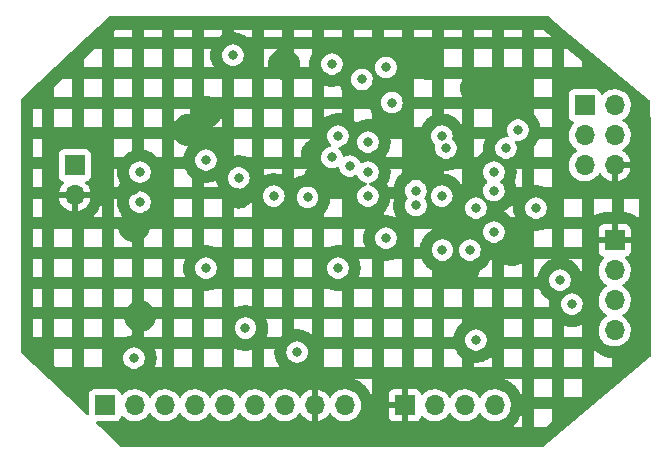
<source format=gbl>
%TF.GenerationSoftware,KiCad,Pcbnew,(6.0.0)*%
%TF.CreationDate,2022-01-07T19:36:24+08:00*%
%TF.ProjectId,pj4_MCU,706a345f-4d43-4552-9e6b-696361645f70,1*%
%TF.SameCoordinates,Original*%
%TF.FileFunction,Copper,L4,Bot*%
%TF.FilePolarity,Positive*%
%FSLAX46Y46*%
G04 Gerber Fmt 4.6, Leading zero omitted, Abs format (unit mm)*
G04 Created by KiCad (PCBNEW (6.0.0)) date 2022-01-07 19:36:24*
%MOMM*%
%LPD*%
G01*
G04 APERTURE LIST*
%TA.AperFunction,ComponentPad*%
%ADD10O,1.700000X1.700000*%
%TD*%
%TA.AperFunction,ComponentPad*%
%ADD11R,1.700000X1.700000*%
%TD*%
%TA.AperFunction,ViaPad*%
%ADD12C,0.800000*%
%TD*%
G04 APERTURE END LIST*
D10*
%TO.P,BT1,2,-*%
%TO.N,GND*%
X111318000Y-121346000D03*
D11*
%TO.P,BT1,1,+*%
%TO.N,/VCC*%
X111318000Y-118806000D03*
%TD*%
%TO.P,J3,1,Pin_1*%
%TO.N,GND*%
X157038000Y-125166000D03*
D10*
%TO.P,J3,2,Pin_2*%
%TO.N,/VCC*%
X157038000Y-127706000D03*
%TO.P,J3,3,Pin_3*%
%TO.N,/SDA*%
X157038000Y-130246000D03*
%TO.P,J3,4,Pin_4*%
%TO.N,/SCK*%
X157038000Y-132786000D03*
%TD*%
D11*
%TO.P,J2,1,Pin_1*%
%TO.N,/MISO*%
X154498000Y-113726000D03*
D10*
%TO.P,J2,2,Pin_2*%
%TO.N,/VCC*%
X157038000Y-113726000D03*
%TO.P,J2,3,Pin_3*%
%TO.N,/SCK*%
X154498000Y-116266000D03*
%TO.P,J2,4,Pin_4*%
%TO.N,/MOSI*%
X157038000Y-116266000D03*
%TO.P,J2,5,Pin_5*%
%TO.N,/RESET*%
X154498000Y-118806000D03*
%TO.P,J2,6,Pin_6*%
%TO.N,GND*%
X157038000Y-118806000D03*
%TD*%
D11*
%TO.P,J4,1,Pin_1*%
%TO.N,GND*%
X139258000Y-139126000D03*
D10*
%TO.P,J4,2,Pin_2*%
%TO.N,/VCC*%
X141798000Y-139126000D03*
%TO.P,J4,3,Pin_3*%
%TO.N,/RX*%
X144338000Y-139126000D03*
%TO.P,J4,4,Pin_4*%
%TO.N,/TX*%
X146878000Y-139126000D03*
%TD*%
D11*
%TO.P,J1,1,Pin_1*%
%TO.N,/D2*%
X113868000Y-139126000D03*
D10*
%TO.P,J1,2,Pin_2*%
%TO.N,/D3*%
X116408000Y-139126000D03*
%TO.P,J1,3,Pin_3*%
%TO.N,/D4*%
X118948000Y-139126000D03*
%TO.P,J1,4,Pin_4*%
%TO.N,/D5*%
X121488000Y-139126000D03*
%TO.P,J1,5,Pin_5*%
%TO.N,/D6*%
X124028000Y-139126000D03*
%TO.P,J1,6,Pin_6*%
%TO.N,/D7*%
X126568000Y-139126000D03*
%TO.P,J1,7,Pin_7*%
%TO.N,/D8*%
X129108000Y-139126000D03*
%TO.P,J1,8,Pin_8*%
%TO.N,GND*%
X131648000Y-139126000D03*
%TO.P,J1,9,Pin_9*%
%TO.N,/VCC*%
X134188000Y-139126000D03*
%TD*%
D12*
%TO.N,/SDA*%
X138176000Y-113500500D03*
X135636000Y-111543500D03*
%TO.N,GND*%
X125168770Y-121133505D03*
%TO.N,/MISO*%
X137668000Y-124968000D03*
X144780000Y-125984000D03*
X146812000Y-120962469D03*
X146812000Y-124460000D03*
%TO.N,/VCC*%
X137668000Y-110527500D03*
X147828000Y-117348000D03*
X142748000Y-117348000D03*
X142448020Y-125984000D03*
X133096000Y-118147500D03*
X140208000Y-120962469D03*
%TO.N,GND*%
X140449500Y-117856000D03*
X132080000Y-119888000D03*
X131811972Y-117856000D03*
%TO.N,/VCC*%
X122428000Y-127508000D03*
X125775980Y-132588000D03*
X116332000Y-135128000D03*
X125209500Y-119887941D03*
X116840000Y-121920000D03*
X116840000Y-119380000D03*
X124714000Y-109474000D03*
%TO.N,GND*%
X144272000Y-127508000D03*
X148336000Y-125984000D03*
X148336000Y-112268000D03*
X145288000Y-112268000D03*
X141224000Y-110236000D03*
X136144000Y-110236000D03*
X129032000Y-110236000D03*
X120904000Y-115824000D03*
X122428000Y-114300000D03*
X116840000Y-131572000D03*
X116332000Y-120904000D03*
X116332000Y-123952000D03*
%TO.N,/RESET*%
X133604000Y-116332000D03*
X148844000Y-115824000D03*
%TO.N,/SCK*%
X122428000Y-118364000D03*
X122428000Y-118364000D03*
X134615693Y-118876307D03*
%TO.N,Net-(U4-Pad7)*%
X145288000Y-133604000D03*
X128174020Y-121412000D03*
X130147540Y-134620000D03*
%TO.N,/SCK*%
X153411701Y-130560299D03*
%TO.N,/SDA*%
X146812000Y-119380000D03*
X152400000Y-128524000D03*
%TO.N,Net-(U4-Pad20)*%
X150368000Y-122428000D03*
X136144000Y-119380000D03*
%TO.N,Net-(Y2-Pad1)*%
X133096000Y-110236000D03*
X131037472Y-121518875D03*
X133604000Y-127508000D03*
%TO.N,/SCK*%
X140208000Y-122211500D03*
X145288000Y-122428000D03*
%TO.N,/SDA*%
X136144000Y-116840000D03*
X142398020Y-116332000D03*
%TO.N,/MOSI*%
X136144000Y-121412000D03*
X142398020Y-121412000D03*
%TD*%
%TA.AperFunction,Conductor*%
%TO.N,GND*%
G36*
X151406917Y-106192002D02*
G01*
X151418894Y-106200737D01*
X152770714Y-107314000D01*
X159975507Y-113247359D01*
X160015376Y-113306104D01*
X160021372Y-113341623D01*
X160083948Y-115969834D01*
X160085964Y-116054488D01*
X160086000Y-116057487D01*
X160086000Y-134933591D01*
X160065998Y-135001712D01*
X160041162Y-135029969D01*
X153087801Y-140885431D01*
X150989550Y-142652379D01*
X150924560Y-142680958D01*
X150908389Y-142682000D01*
X115295844Y-142682000D01*
X115227723Y-142661998D01*
X115209488Y-142647753D01*
X113426875Y-140970000D01*
X148376060Y-140970000D01*
X149164000Y-140970000D01*
X150178000Y-140970000D01*
X151214456Y-140970000D01*
X151704000Y-140557752D01*
X151704000Y-139444000D01*
X150178000Y-139444000D01*
X150178000Y-140970000D01*
X149164000Y-140970000D01*
X149164000Y-139763407D01*
X149115638Y-139922585D01*
X149114035Y-139927498D01*
X149093433Y-139986492D01*
X149091630Y-139991334D01*
X149084029Y-140010532D01*
X149082029Y-140015295D01*
X149056663Y-140072404D01*
X149054468Y-140077084D01*
X148955491Y-140277350D01*
X148953108Y-140281934D01*
X148923156Y-140336757D01*
X148920587Y-140341238D01*
X148909953Y-140358937D01*
X148907200Y-140363312D01*
X148872837Y-140415527D01*
X148869908Y-140419786D01*
X148739551Y-140601198D01*
X148736450Y-140605332D01*
X148697934Y-140654542D01*
X148694666Y-140658545D01*
X148681283Y-140674270D01*
X148677853Y-140678137D01*
X148635433Y-140724026D01*
X148631849Y-140727747D01*
X148473613Y-140885431D01*
X148469878Y-140889003D01*
X148423836Y-140931266D01*
X148419957Y-140934682D01*
X148404185Y-140948010D01*
X148400171Y-140951264D01*
X148376060Y-140970000D01*
X113426875Y-140970000D01*
X113142394Y-140702253D01*
X113106497Y-140641000D01*
X113109415Y-140570064D01*
X113150220Y-140511965D01*
X113215959Y-140485151D01*
X113228750Y-140484500D01*
X114766134Y-140484500D01*
X114828316Y-140477745D01*
X114964705Y-140426615D01*
X115081261Y-140339261D01*
X115168615Y-140222705D01*
X115190799Y-140163529D01*
X115212598Y-140105382D01*
X115255240Y-140048618D01*
X115321802Y-140023918D01*
X115391150Y-140039126D01*
X115425817Y-140067114D01*
X115454250Y-140099938D01*
X115626126Y-140242632D01*
X115819000Y-140355338D01*
X116027692Y-140435030D01*
X116032760Y-140436061D01*
X116032763Y-140436062D01*
X116121094Y-140454033D01*
X116246597Y-140479567D01*
X116251772Y-140479757D01*
X116251774Y-140479757D01*
X116464673Y-140487564D01*
X116464677Y-140487564D01*
X116469837Y-140487753D01*
X116474957Y-140487097D01*
X116474959Y-140487097D01*
X116686288Y-140460025D01*
X116686289Y-140460025D01*
X116691416Y-140459368D01*
X116696366Y-140457883D01*
X116900429Y-140396661D01*
X116900434Y-140396659D01*
X116905384Y-140395174D01*
X117105994Y-140296896D01*
X117287860Y-140167173D01*
X117446096Y-140009489D01*
X117519941Y-139906723D01*
X117576453Y-139828077D01*
X117577776Y-139829028D01*
X117624645Y-139785857D01*
X117694580Y-139773625D01*
X117760026Y-139801144D01*
X117787875Y-139832994D01*
X117847987Y-139931088D01*
X117994250Y-140099938D01*
X118166126Y-140242632D01*
X118359000Y-140355338D01*
X118567692Y-140435030D01*
X118572760Y-140436061D01*
X118572763Y-140436062D01*
X118661094Y-140454033D01*
X118786597Y-140479567D01*
X118791772Y-140479757D01*
X118791774Y-140479757D01*
X119004673Y-140487564D01*
X119004677Y-140487564D01*
X119009837Y-140487753D01*
X119014957Y-140487097D01*
X119014959Y-140487097D01*
X119226288Y-140460025D01*
X119226289Y-140460025D01*
X119231416Y-140459368D01*
X119236366Y-140457883D01*
X119440429Y-140396661D01*
X119440434Y-140396659D01*
X119445384Y-140395174D01*
X119645994Y-140296896D01*
X119827860Y-140167173D01*
X119986096Y-140009489D01*
X120059941Y-139906723D01*
X120116453Y-139828077D01*
X120117776Y-139829028D01*
X120164645Y-139785857D01*
X120234580Y-139773625D01*
X120300026Y-139801144D01*
X120327875Y-139832994D01*
X120387987Y-139931088D01*
X120534250Y-140099938D01*
X120706126Y-140242632D01*
X120899000Y-140355338D01*
X121107692Y-140435030D01*
X121112760Y-140436061D01*
X121112763Y-140436062D01*
X121201094Y-140454033D01*
X121326597Y-140479567D01*
X121331772Y-140479757D01*
X121331774Y-140479757D01*
X121544673Y-140487564D01*
X121544677Y-140487564D01*
X121549837Y-140487753D01*
X121554957Y-140487097D01*
X121554959Y-140487097D01*
X121766288Y-140460025D01*
X121766289Y-140460025D01*
X121771416Y-140459368D01*
X121776366Y-140457883D01*
X121980429Y-140396661D01*
X121980434Y-140396659D01*
X121985384Y-140395174D01*
X122185994Y-140296896D01*
X122367860Y-140167173D01*
X122526096Y-140009489D01*
X122599941Y-139906723D01*
X122656453Y-139828077D01*
X122657776Y-139829028D01*
X122704645Y-139785857D01*
X122774580Y-139773625D01*
X122840026Y-139801144D01*
X122867875Y-139832994D01*
X122927987Y-139931088D01*
X123074250Y-140099938D01*
X123246126Y-140242632D01*
X123439000Y-140355338D01*
X123647692Y-140435030D01*
X123652760Y-140436061D01*
X123652763Y-140436062D01*
X123741094Y-140454033D01*
X123866597Y-140479567D01*
X123871772Y-140479757D01*
X123871774Y-140479757D01*
X124084673Y-140487564D01*
X124084677Y-140487564D01*
X124089837Y-140487753D01*
X124094957Y-140487097D01*
X124094959Y-140487097D01*
X124306288Y-140460025D01*
X124306289Y-140460025D01*
X124311416Y-140459368D01*
X124316366Y-140457883D01*
X124520429Y-140396661D01*
X124520434Y-140396659D01*
X124525384Y-140395174D01*
X124725994Y-140296896D01*
X124907860Y-140167173D01*
X125066096Y-140009489D01*
X125139941Y-139906723D01*
X125196453Y-139828077D01*
X125197776Y-139829028D01*
X125244645Y-139785857D01*
X125314580Y-139773625D01*
X125380026Y-139801144D01*
X125407875Y-139832994D01*
X125467987Y-139931088D01*
X125614250Y-140099938D01*
X125786126Y-140242632D01*
X125979000Y-140355338D01*
X126187692Y-140435030D01*
X126192760Y-140436061D01*
X126192763Y-140436062D01*
X126281094Y-140454033D01*
X126406597Y-140479567D01*
X126411772Y-140479757D01*
X126411774Y-140479757D01*
X126624673Y-140487564D01*
X126624677Y-140487564D01*
X126629837Y-140487753D01*
X126634957Y-140487097D01*
X126634959Y-140487097D01*
X126846288Y-140460025D01*
X126846289Y-140460025D01*
X126851416Y-140459368D01*
X126856366Y-140457883D01*
X127060429Y-140396661D01*
X127060434Y-140396659D01*
X127065384Y-140395174D01*
X127265994Y-140296896D01*
X127447860Y-140167173D01*
X127606096Y-140009489D01*
X127679941Y-139906723D01*
X127736453Y-139828077D01*
X127737776Y-139829028D01*
X127784645Y-139785857D01*
X127854580Y-139773625D01*
X127920026Y-139801144D01*
X127947875Y-139832994D01*
X128007987Y-139931088D01*
X128154250Y-140099938D01*
X128326126Y-140242632D01*
X128519000Y-140355338D01*
X128727692Y-140435030D01*
X128732760Y-140436061D01*
X128732763Y-140436062D01*
X128821094Y-140454033D01*
X128946597Y-140479567D01*
X128951772Y-140479757D01*
X128951774Y-140479757D01*
X129164673Y-140487564D01*
X129164677Y-140487564D01*
X129169837Y-140487753D01*
X129174957Y-140487097D01*
X129174959Y-140487097D01*
X129386288Y-140460025D01*
X129386289Y-140460025D01*
X129391416Y-140459368D01*
X129396366Y-140457883D01*
X129600429Y-140396661D01*
X129600434Y-140396659D01*
X129605384Y-140395174D01*
X129805994Y-140296896D01*
X129987860Y-140167173D01*
X130146096Y-140009489D01*
X130219941Y-139906723D01*
X130276453Y-139828077D01*
X130277640Y-139828930D01*
X130324960Y-139785362D01*
X130394897Y-139773145D01*
X130460338Y-139800678D01*
X130488166Y-139832511D01*
X130545694Y-139926388D01*
X130551777Y-139934699D01*
X130691213Y-140095667D01*
X130698580Y-140102883D01*
X130862434Y-140238916D01*
X130870881Y-140244831D01*
X131054756Y-140352279D01*
X131064042Y-140356729D01*
X131263001Y-140432703D01*
X131272899Y-140435579D01*
X131376250Y-140456606D01*
X131390299Y-140455410D01*
X131394000Y-140445065D01*
X131394000Y-140444517D01*
X131902000Y-140444517D01*
X131906064Y-140458359D01*
X131919478Y-140460393D01*
X131926184Y-140459534D01*
X131936262Y-140457392D01*
X132140255Y-140396191D01*
X132149842Y-140392433D01*
X132341095Y-140298739D01*
X132349945Y-140293464D01*
X132523328Y-140169792D01*
X132531200Y-140163139D01*
X132682052Y-140012812D01*
X132688730Y-140004965D01*
X132816022Y-139827819D01*
X132817279Y-139828722D01*
X132864373Y-139785362D01*
X132934311Y-139773145D01*
X132999751Y-139800678D01*
X133027579Y-139832511D01*
X133087987Y-139931088D01*
X133234250Y-140099938D01*
X133406126Y-140242632D01*
X133599000Y-140355338D01*
X133807692Y-140435030D01*
X133812760Y-140436061D01*
X133812763Y-140436062D01*
X133901094Y-140454033D01*
X134026597Y-140479567D01*
X134031772Y-140479757D01*
X134031774Y-140479757D01*
X134244673Y-140487564D01*
X134244677Y-140487564D01*
X134249837Y-140487753D01*
X134254957Y-140487097D01*
X134254959Y-140487097D01*
X134466288Y-140460025D01*
X134466289Y-140460025D01*
X134471416Y-140459368D01*
X134476366Y-140457883D01*
X134680429Y-140396661D01*
X134680434Y-140396659D01*
X134685384Y-140395174D01*
X134885994Y-140296896D01*
X135067860Y-140167173D01*
X135214877Y-140020669D01*
X137900001Y-140020669D01*
X137900371Y-140027490D01*
X137905895Y-140078352D01*
X137909521Y-140093604D01*
X137954676Y-140214054D01*
X137963214Y-140229649D01*
X138039715Y-140331724D01*
X138052276Y-140344285D01*
X138154351Y-140420786D01*
X138169946Y-140429324D01*
X138290394Y-140474478D01*
X138305649Y-140478105D01*
X138356514Y-140483631D01*
X138363328Y-140484000D01*
X138985885Y-140484000D01*
X139001124Y-140479525D01*
X139002329Y-140478135D01*
X139004000Y-140470452D01*
X139004000Y-140465884D01*
X139512000Y-140465884D01*
X139516475Y-140481123D01*
X139517865Y-140482328D01*
X139525548Y-140483999D01*
X140152669Y-140483999D01*
X140159490Y-140483629D01*
X140210352Y-140478105D01*
X140225604Y-140474479D01*
X140346054Y-140429324D01*
X140361649Y-140420786D01*
X140463724Y-140344285D01*
X140476285Y-140331724D01*
X140552786Y-140229649D01*
X140561324Y-140214054D01*
X140602225Y-140104952D01*
X140644867Y-140048188D01*
X140711428Y-140023488D01*
X140780777Y-140038696D01*
X140815444Y-140066684D01*
X140840865Y-140096031D01*
X140840869Y-140096035D01*
X140844250Y-140099938D01*
X141016126Y-140242632D01*
X141209000Y-140355338D01*
X141417692Y-140435030D01*
X141422760Y-140436061D01*
X141422763Y-140436062D01*
X141511094Y-140454033D01*
X141636597Y-140479567D01*
X141641772Y-140479757D01*
X141641774Y-140479757D01*
X141854673Y-140487564D01*
X141854677Y-140487564D01*
X141859837Y-140487753D01*
X141864957Y-140487097D01*
X141864959Y-140487097D01*
X142076288Y-140460025D01*
X142076289Y-140460025D01*
X142081416Y-140459368D01*
X142086366Y-140457883D01*
X142290429Y-140396661D01*
X142290434Y-140396659D01*
X142295384Y-140395174D01*
X142495994Y-140296896D01*
X142677860Y-140167173D01*
X142836096Y-140009489D01*
X142909941Y-139906723D01*
X142966453Y-139828077D01*
X142967776Y-139829028D01*
X143014645Y-139785857D01*
X143084580Y-139773625D01*
X143150026Y-139801144D01*
X143177875Y-139832994D01*
X143237987Y-139931088D01*
X143384250Y-140099938D01*
X143556126Y-140242632D01*
X143749000Y-140355338D01*
X143957692Y-140435030D01*
X143962760Y-140436061D01*
X143962763Y-140436062D01*
X144051094Y-140454033D01*
X144176597Y-140479567D01*
X144181772Y-140479757D01*
X144181774Y-140479757D01*
X144394673Y-140487564D01*
X144394677Y-140487564D01*
X144399837Y-140487753D01*
X144404957Y-140487097D01*
X144404959Y-140487097D01*
X144616288Y-140460025D01*
X144616289Y-140460025D01*
X144621416Y-140459368D01*
X144626366Y-140457883D01*
X144830429Y-140396661D01*
X144830434Y-140396659D01*
X144835384Y-140395174D01*
X145035994Y-140296896D01*
X145217860Y-140167173D01*
X145376096Y-140009489D01*
X145449941Y-139906723D01*
X145506453Y-139828077D01*
X145507776Y-139829028D01*
X145554645Y-139785857D01*
X145624580Y-139773625D01*
X145690026Y-139801144D01*
X145717875Y-139832994D01*
X145777987Y-139931088D01*
X145924250Y-140099938D01*
X146096126Y-140242632D01*
X146289000Y-140355338D01*
X146497692Y-140435030D01*
X146502760Y-140436061D01*
X146502763Y-140436062D01*
X146591094Y-140454033D01*
X146716597Y-140479567D01*
X146721772Y-140479757D01*
X146721774Y-140479757D01*
X146934673Y-140487564D01*
X146934677Y-140487564D01*
X146939837Y-140487753D01*
X146944957Y-140487097D01*
X146944959Y-140487097D01*
X147156288Y-140460025D01*
X147156289Y-140460025D01*
X147161416Y-140459368D01*
X147166366Y-140457883D01*
X147370429Y-140396661D01*
X147370434Y-140396659D01*
X147375384Y-140395174D01*
X147575994Y-140296896D01*
X147757860Y-140167173D01*
X147916096Y-140009489D01*
X147989941Y-139906723D01*
X148043435Y-139832277D01*
X148046453Y-139828077D01*
X148059995Y-139800678D01*
X148143136Y-139632453D01*
X148143137Y-139632451D01*
X148145430Y-139627811D01*
X148210370Y-139414069D01*
X148239529Y-139192590D01*
X148241156Y-139126000D01*
X148222852Y-138903361D01*
X148168431Y-138686702D01*
X148079354Y-138481840D01*
X148006878Y-138369809D01*
X147960822Y-138298617D01*
X147960820Y-138298614D01*
X147958014Y-138294277D01*
X147807670Y-138129051D01*
X147803619Y-138125852D01*
X147803615Y-138125848D01*
X147636414Y-137993800D01*
X147636410Y-137993798D01*
X147632359Y-137990598D01*
X147596028Y-137970542D01*
X147504970Y-137920276D01*
X147436789Y-137882638D01*
X147431920Y-137880914D01*
X147431916Y-137880912D01*
X147231087Y-137809795D01*
X147231083Y-137809794D01*
X147226212Y-137808069D01*
X147221119Y-137807162D01*
X147221116Y-137807161D01*
X147011373Y-137769800D01*
X147011367Y-137769799D01*
X147006284Y-137768894D01*
X146932452Y-137767992D01*
X146788081Y-137766228D01*
X146788079Y-137766228D01*
X146782911Y-137766165D01*
X146562091Y-137799955D01*
X146349756Y-137869357D01*
X146151607Y-137972507D01*
X146147474Y-137975610D01*
X146147471Y-137975612D01*
X146064450Y-138037946D01*
X145972965Y-138106635D01*
X145969393Y-138110373D01*
X145861729Y-138223037D01*
X145818629Y-138268138D01*
X145711201Y-138425621D01*
X145656293Y-138470621D01*
X145585768Y-138478792D01*
X145522021Y-138447538D01*
X145501324Y-138423054D01*
X145420822Y-138298617D01*
X145420820Y-138298614D01*
X145418014Y-138294277D01*
X145267670Y-138129051D01*
X145263619Y-138125852D01*
X145263615Y-138125848D01*
X145096414Y-137993800D01*
X145096410Y-137993798D01*
X145092359Y-137990598D01*
X145056028Y-137970542D01*
X144964970Y-137920276D01*
X144896789Y-137882638D01*
X144891920Y-137880914D01*
X144891916Y-137880912D01*
X144691087Y-137809795D01*
X144691083Y-137809794D01*
X144686212Y-137808069D01*
X144681119Y-137807162D01*
X144681116Y-137807161D01*
X144471373Y-137769800D01*
X144471367Y-137769799D01*
X144466284Y-137768894D01*
X144392452Y-137767992D01*
X144248081Y-137766228D01*
X144248079Y-137766228D01*
X144242911Y-137766165D01*
X144022091Y-137799955D01*
X143809756Y-137869357D01*
X143611607Y-137972507D01*
X143607474Y-137975610D01*
X143607471Y-137975612D01*
X143524450Y-138037946D01*
X143432965Y-138106635D01*
X143429393Y-138110373D01*
X143321729Y-138223037D01*
X143278629Y-138268138D01*
X143171201Y-138425621D01*
X143116293Y-138470621D01*
X143045768Y-138478792D01*
X142982021Y-138447538D01*
X142961324Y-138423054D01*
X142880822Y-138298617D01*
X142880820Y-138298614D01*
X142878014Y-138294277D01*
X142727670Y-138129051D01*
X142723619Y-138125852D01*
X142723615Y-138125848D01*
X142556414Y-137993800D01*
X142556410Y-137993798D01*
X142552359Y-137990598D01*
X142516028Y-137970542D01*
X142424970Y-137920276D01*
X142356789Y-137882638D01*
X142351920Y-137880914D01*
X142351916Y-137880912D01*
X142151087Y-137809795D01*
X142151083Y-137809794D01*
X142146212Y-137808069D01*
X142141119Y-137807162D01*
X142141116Y-137807161D01*
X141931373Y-137769800D01*
X141931367Y-137769799D01*
X141926284Y-137768894D01*
X141852452Y-137767992D01*
X141708081Y-137766228D01*
X141708079Y-137766228D01*
X141702911Y-137766165D01*
X141482091Y-137799955D01*
X141269756Y-137869357D01*
X141071607Y-137972507D01*
X141067474Y-137975610D01*
X141067471Y-137975612D01*
X140984450Y-138037946D01*
X140892965Y-138106635D01*
X140889393Y-138110373D01*
X140811898Y-138191466D01*
X140750374Y-138226895D01*
X140679462Y-138223438D01*
X140621676Y-138182192D01*
X140602823Y-138148644D01*
X140561324Y-138037946D01*
X140552786Y-138022351D01*
X140476285Y-137920276D01*
X140463724Y-137907715D01*
X140361649Y-137831214D01*
X140346054Y-137822676D01*
X140225606Y-137777522D01*
X140210351Y-137773895D01*
X140159486Y-137768369D01*
X140152672Y-137768000D01*
X139530115Y-137768000D01*
X139514876Y-137772475D01*
X139513671Y-137773865D01*
X139512000Y-137781548D01*
X139512000Y-140465884D01*
X139004000Y-140465884D01*
X139004000Y-139398115D01*
X138999525Y-139382876D01*
X138998135Y-139381671D01*
X138990452Y-139380000D01*
X137918116Y-139380000D01*
X137902877Y-139384475D01*
X137901672Y-139385865D01*
X137900001Y-139393548D01*
X137900001Y-140020669D01*
X135214877Y-140020669D01*
X135226096Y-140009489D01*
X135299941Y-139906723D01*
X135353435Y-139832277D01*
X135356453Y-139828077D01*
X135369995Y-139800678D01*
X135453136Y-139632453D01*
X135453137Y-139632451D01*
X135455430Y-139627811D01*
X135520370Y-139414069D01*
X135549529Y-139192590D01*
X135551156Y-139126000D01*
X135532852Y-138903361D01*
X135520424Y-138853885D01*
X137900000Y-138853885D01*
X137904475Y-138869124D01*
X137905865Y-138870329D01*
X137913548Y-138872000D01*
X138985885Y-138872000D01*
X139001124Y-138867525D01*
X139002329Y-138866135D01*
X139004000Y-138858452D01*
X139004000Y-137786116D01*
X138999525Y-137770877D01*
X138998135Y-137769672D01*
X138990452Y-137768001D01*
X138363331Y-137768001D01*
X138356510Y-137768371D01*
X138305648Y-137773895D01*
X138290396Y-137777521D01*
X138169946Y-137822676D01*
X138154351Y-137831214D01*
X138052276Y-137907715D01*
X138039715Y-137920276D01*
X137963214Y-138022351D01*
X137954676Y-138037946D01*
X137909522Y-138158394D01*
X137905895Y-138173649D01*
X137900369Y-138224514D01*
X137900000Y-138231328D01*
X137900000Y-138853885D01*
X135520424Y-138853885D01*
X135478431Y-138686702D01*
X135389354Y-138481840D01*
X135316878Y-138369809D01*
X135270822Y-138298617D01*
X135270820Y-138298614D01*
X135268014Y-138294277D01*
X135117670Y-138129051D01*
X135113619Y-138125852D01*
X135113615Y-138125848D01*
X134946414Y-137993800D01*
X134946410Y-137993798D01*
X134942359Y-137990598D01*
X134906028Y-137970542D01*
X134814970Y-137920276D01*
X134746789Y-137882638D01*
X134741920Y-137880914D01*
X134741916Y-137880912D01*
X134541087Y-137809795D01*
X134541083Y-137809794D01*
X134536212Y-137808069D01*
X134531119Y-137807162D01*
X134531116Y-137807161D01*
X134321373Y-137769800D01*
X134321367Y-137769799D01*
X134316284Y-137768894D01*
X134242452Y-137767992D01*
X134098081Y-137766228D01*
X134098079Y-137766228D01*
X134092911Y-137766165D01*
X133872091Y-137799955D01*
X133659756Y-137869357D01*
X133461607Y-137972507D01*
X133457474Y-137975610D01*
X133457471Y-137975612D01*
X133374450Y-138037946D01*
X133282965Y-138106635D01*
X133279393Y-138110373D01*
X133171729Y-138223037D01*
X133128629Y-138268138D01*
X133021204Y-138425618D01*
X133020898Y-138426066D01*
X132965987Y-138471069D01*
X132895462Y-138479240D01*
X132831715Y-138447986D01*
X132811018Y-138423502D01*
X132730426Y-138298926D01*
X132724136Y-138290757D01*
X132580806Y-138133240D01*
X132573273Y-138126215D01*
X132406139Y-137994222D01*
X132397552Y-137988517D01*
X132211117Y-137885599D01*
X132201705Y-137881369D01*
X132000959Y-137810280D01*
X131990988Y-137807646D01*
X131919837Y-137794972D01*
X131906540Y-137796432D01*
X131902000Y-137810989D01*
X131902000Y-140444517D01*
X131394000Y-140444517D01*
X131394000Y-137809102D01*
X131390082Y-137795758D01*
X131375806Y-137793771D01*
X131337324Y-137799660D01*
X131327288Y-137802051D01*
X131124868Y-137868212D01*
X131115359Y-137872209D01*
X130926463Y-137970542D01*
X130917738Y-137976036D01*
X130747433Y-138103905D01*
X130739726Y-138110748D01*
X130592590Y-138264717D01*
X130586109Y-138272722D01*
X130481498Y-138426074D01*
X130426587Y-138471076D01*
X130356062Y-138479247D01*
X130292315Y-138447993D01*
X130271618Y-138423509D01*
X130190822Y-138298617D01*
X130190820Y-138298614D01*
X130188014Y-138294277D01*
X130037670Y-138129051D01*
X130033619Y-138125852D01*
X130033615Y-138125848D01*
X129866414Y-137993800D01*
X129866410Y-137993798D01*
X129862359Y-137990598D01*
X129826028Y-137970542D01*
X129734970Y-137920276D01*
X129666789Y-137882638D01*
X129661920Y-137880914D01*
X129661916Y-137880912D01*
X129461087Y-137809795D01*
X129461083Y-137809794D01*
X129456212Y-137808069D01*
X129451119Y-137807162D01*
X129451116Y-137807161D01*
X129241373Y-137769800D01*
X129241367Y-137769799D01*
X129236284Y-137768894D01*
X129162452Y-137767992D01*
X129018081Y-137766228D01*
X129018079Y-137766228D01*
X129012911Y-137766165D01*
X128792091Y-137799955D01*
X128579756Y-137869357D01*
X128381607Y-137972507D01*
X128377474Y-137975610D01*
X128377471Y-137975612D01*
X128294450Y-138037946D01*
X128202965Y-138106635D01*
X128199393Y-138110373D01*
X128091729Y-138223037D01*
X128048629Y-138268138D01*
X127941201Y-138425621D01*
X127886293Y-138470621D01*
X127815768Y-138478792D01*
X127752021Y-138447538D01*
X127731324Y-138423054D01*
X127650822Y-138298617D01*
X127650820Y-138298614D01*
X127648014Y-138294277D01*
X127497670Y-138129051D01*
X127493619Y-138125852D01*
X127493615Y-138125848D01*
X127326414Y-137993800D01*
X127326410Y-137993798D01*
X127322359Y-137990598D01*
X127286028Y-137970542D01*
X127194970Y-137920276D01*
X127126789Y-137882638D01*
X127121920Y-137880914D01*
X127121916Y-137880912D01*
X126921087Y-137809795D01*
X126921083Y-137809794D01*
X126916212Y-137808069D01*
X126911119Y-137807162D01*
X126911116Y-137807161D01*
X126701373Y-137769800D01*
X126701367Y-137769799D01*
X126696284Y-137768894D01*
X126622452Y-137767992D01*
X126478081Y-137766228D01*
X126478079Y-137766228D01*
X126472911Y-137766165D01*
X126252091Y-137799955D01*
X126039756Y-137869357D01*
X125841607Y-137972507D01*
X125837474Y-137975610D01*
X125837471Y-137975612D01*
X125754450Y-138037946D01*
X125662965Y-138106635D01*
X125659393Y-138110373D01*
X125551729Y-138223037D01*
X125508629Y-138268138D01*
X125401201Y-138425621D01*
X125346293Y-138470621D01*
X125275768Y-138478792D01*
X125212021Y-138447538D01*
X125191324Y-138423054D01*
X125110822Y-138298617D01*
X125110820Y-138298614D01*
X125108014Y-138294277D01*
X124957670Y-138129051D01*
X124953619Y-138125852D01*
X124953615Y-138125848D01*
X124786414Y-137993800D01*
X124786410Y-137993798D01*
X124782359Y-137990598D01*
X124746028Y-137970542D01*
X124654970Y-137920276D01*
X124586789Y-137882638D01*
X124581920Y-137880914D01*
X124581916Y-137880912D01*
X124381087Y-137809795D01*
X124381083Y-137809794D01*
X124376212Y-137808069D01*
X124371119Y-137807162D01*
X124371116Y-137807161D01*
X124161373Y-137769800D01*
X124161367Y-137769799D01*
X124156284Y-137768894D01*
X124082452Y-137767992D01*
X123938081Y-137766228D01*
X123938079Y-137766228D01*
X123932911Y-137766165D01*
X123712091Y-137799955D01*
X123499756Y-137869357D01*
X123301607Y-137972507D01*
X123297474Y-137975610D01*
X123297471Y-137975612D01*
X123214450Y-138037946D01*
X123122965Y-138106635D01*
X123119393Y-138110373D01*
X123011729Y-138223037D01*
X122968629Y-138268138D01*
X122861201Y-138425621D01*
X122806293Y-138470621D01*
X122735768Y-138478792D01*
X122672021Y-138447538D01*
X122651324Y-138423054D01*
X122570822Y-138298617D01*
X122570820Y-138298614D01*
X122568014Y-138294277D01*
X122417670Y-138129051D01*
X122413619Y-138125852D01*
X122413615Y-138125848D01*
X122246414Y-137993800D01*
X122246410Y-137993798D01*
X122242359Y-137990598D01*
X122206028Y-137970542D01*
X122114970Y-137920276D01*
X122046789Y-137882638D01*
X122041920Y-137880914D01*
X122041916Y-137880912D01*
X121841087Y-137809795D01*
X121841083Y-137809794D01*
X121836212Y-137808069D01*
X121831119Y-137807162D01*
X121831116Y-137807161D01*
X121621373Y-137769800D01*
X121621367Y-137769799D01*
X121616284Y-137768894D01*
X121542452Y-137767992D01*
X121398081Y-137766228D01*
X121398079Y-137766228D01*
X121392911Y-137766165D01*
X121172091Y-137799955D01*
X120959756Y-137869357D01*
X120761607Y-137972507D01*
X120757474Y-137975610D01*
X120757471Y-137975612D01*
X120674450Y-138037946D01*
X120582965Y-138106635D01*
X120579393Y-138110373D01*
X120471729Y-138223037D01*
X120428629Y-138268138D01*
X120321201Y-138425621D01*
X120266293Y-138470621D01*
X120195768Y-138478792D01*
X120132021Y-138447538D01*
X120111324Y-138423054D01*
X120030822Y-138298617D01*
X120030820Y-138298614D01*
X120028014Y-138294277D01*
X119877670Y-138129051D01*
X119873619Y-138125852D01*
X119873615Y-138125848D01*
X119706414Y-137993800D01*
X119706410Y-137993798D01*
X119702359Y-137990598D01*
X119666028Y-137970542D01*
X119574970Y-137920276D01*
X119506789Y-137882638D01*
X119501920Y-137880914D01*
X119501916Y-137880912D01*
X119301087Y-137809795D01*
X119301083Y-137809794D01*
X119296212Y-137808069D01*
X119291119Y-137807162D01*
X119291116Y-137807161D01*
X119081373Y-137769800D01*
X119081367Y-137769799D01*
X119076284Y-137768894D01*
X119002452Y-137767992D01*
X118858081Y-137766228D01*
X118858079Y-137766228D01*
X118852911Y-137766165D01*
X118632091Y-137799955D01*
X118419756Y-137869357D01*
X118221607Y-137972507D01*
X118217474Y-137975610D01*
X118217471Y-137975612D01*
X118134450Y-138037946D01*
X118042965Y-138106635D01*
X118039393Y-138110373D01*
X117931729Y-138223037D01*
X117888629Y-138268138D01*
X117781201Y-138425621D01*
X117726293Y-138470621D01*
X117655768Y-138478792D01*
X117592021Y-138447538D01*
X117571324Y-138423054D01*
X117490822Y-138298617D01*
X117490820Y-138298614D01*
X117488014Y-138294277D01*
X117337670Y-138129051D01*
X117333619Y-138125852D01*
X117333615Y-138125848D01*
X117166414Y-137993800D01*
X117166410Y-137993798D01*
X117162359Y-137990598D01*
X117126028Y-137970542D01*
X117034970Y-137920276D01*
X116966789Y-137882638D01*
X116961920Y-137880914D01*
X116961916Y-137880912D01*
X116761087Y-137809795D01*
X116761083Y-137809794D01*
X116756212Y-137808069D01*
X116751119Y-137807162D01*
X116751116Y-137807161D01*
X116541373Y-137769800D01*
X116541367Y-137769799D01*
X116536284Y-137768894D01*
X116462452Y-137767992D01*
X116318081Y-137766228D01*
X116318079Y-137766228D01*
X116312911Y-137766165D01*
X116092091Y-137799955D01*
X115879756Y-137869357D01*
X115681607Y-137972507D01*
X115677474Y-137975610D01*
X115677471Y-137975612D01*
X115594450Y-138037946D01*
X115502965Y-138106635D01*
X115446537Y-138165684D01*
X115422283Y-138191064D01*
X115360759Y-138226494D01*
X115289846Y-138223037D01*
X115232060Y-138181791D01*
X115213207Y-138148243D01*
X115171767Y-138037703D01*
X115168615Y-138029295D01*
X115081261Y-137912739D01*
X114964705Y-137825385D01*
X114828316Y-137774255D01*
X114766134Y-137767500D01*
X112969866Y-137767500D01*
X112907684Y-137774255D01*
X112771295Y-137825385D01*
X112654739Y-137912739D01*
X112567385Y-138029295D01*
X112516255Y-138165684D01*
X112509500Y-138227866D01*
X112509500Y-139814970D01*
X112489498Y-139883091D01*
X112435842Y-139929584D01*
X112365568Y-139939688D01*
X112297144Y-139906723D01*
X109106750Y-136904000D01*
X135020886Y-136904000D01*
X135085269Y-136926799D01*
X135090103Y-136928624D01*
X135148108Y-136951883D01*
X135152865Y-136953904D01*
X135171698Y-136962368D01*
X135176366Y-136964582D01*
X135232261Y-136992511D01*
X135236835Y-136994915D01*
X135432405Y-137102875D01*
X135436877Y-137105465D01*
X135490302Y-137137884D01*
X135494664Y-137140655D01*
X135511863Y-137152082D01*
X135516109Y-137155030D01*
X135566697Y-137191718D01*
X135570816Y-137194836D01*
X135746127Y-137333289D01*
X135750114Y-137336573D01*
X135797507Y-137377264D01*
X135801357Y-137380709D01*
X135816459Y-137394791D01*
X135820167Y-137398393D01*
X135864100Y-137442865D01*
X135867657Y-137446616D01*
X136018001Y-137611842D01*
X136021400Y-137615736D01*
X136061542Y-137663661D01*
X136064780Y-137667692D01*
X136077378Y-137684052D01*
X136080446Y-137688209D01*
X136116495Y-137739220D01*
X136119388Y-137743498D01*
X136240728Y-137931061D01*
X136243446Y-137935457D01*
X136275211Y-137989276D01*
X136277746Y-137993779D01*
X136287503Y-138011976D01*
X136289850Y-138016579D01*
X136317094Y-138072811D01*
X136319251Y-138077506D01*
X136408328Y-138282368D01*
X136410291Y-138287147D01*
X136432831Y-138345407D01*
X136434596Y-138350262D01*
X136441251Y-138369809D01*
X136442816Y-138374736D01*
X136459134Y-138430000D01*
X136464000Y-138430000D01*
X136464000Y-136904000D01*
X147710886Y-136904000D01*
X147775269Y-136926799D01*
X147780103Y-136928624D01*
X147838108Y-136951883D01*
X147842865Y-136953904D01*
X147861698Y-136962368D01*
X147866366Y-136964582D01*
X147922261Y-136992511D01*
X147926835Y-136994915D01*
X148122405Y-137102875D01*
X148126877Y-137105465D01*
X148180302Y-137137884D01*
X148184664Y-137140655D01*
X148201863Y-137152082D01*
X148206109Y-137155030D01*
X148256697Y-137191718D01*
X148260816Y-137194836D01*
X148436127Y-137333289D01*
X148440114Y-137336573D01*
X148487507Y-137377264D01*
X148491357Y-137380709D01*
X148506459Y-137394791D01*
X148510167Y-137398393D01*
X148554100Y-137442865D01*
X148557657Y-137446616D01*
X148708001Y-137611842D01*
X148711400Y-137615736D01*
X148751542Y-137663661D01*
X148754780Y-137667692D01*
X148767378Y-137684052D01*
X148770446Y-137688209D01*
X148806495Y-137739220D01*
X148809388Y-137743498D01*
X148930728Y-137931061D01*
X148933446Y-137935457D01*
X148965211Y-137989276D01*
X148967746Y-137993779D01*
X148977503Y-138011976D01*
X148979850Y-138016579D01*
X149007094Y-138072811D01*
X149009251Y-138077506D01*
X149098328Y-138282368D01*
X149100291Y-138287147D01*
X149122831Y-138345407D01*
X149124596Y-138350262D01*
X149131251Y-138369809D01*
X149132816Y-138374736D01*
X149149134Y-138430000D01*
X149164000Y-138430000D01*
X150178000Y-138430000D01*
X151704000Y-138430000D01*
X152718000Y-138430000D01*
X154230706Y-138430000D01*
X154244000Y-138418805D01*
X154244000Y-136904000D01*
X152718000Y-136904000D01*
X152718000Y-138430000D01*
X151704000Y-138430000D01*
X151704000Y-136904000D01*
X150178000Y-136904000D01*
X150178000Y-138430000D01*
X149164000Y-138430000D01*
X149164000Y-136904000D01*
X147710886Y-136904000D01*
X136464000Y-136904000D01*
X135020886Y-136904000D01*
X109106750Y-136904000D01*
X107871734Y-135741632D01*
X109538000Y-135741632D01*
X109695641Y-135890000D01*
X111064000Y-135890000D01*
X112078000Y-135890000D01*
X113604000Y-135890000D01*
X113604000Y-135128000D01*
X115418496Y-135128000D01*
X115419186Y-135134565D01*
X115436863Y-135302749D01*
X115438458Y-135317928D01*
X115497473Y-135499556D01*
X115500776Y-135505278D01*
X115500777Y-135505279D01*
X115506812Y-135515732D01*
X115592960Y-135664944D01*
X115720747Y-135806866D01*
X115875248Y-135919118D01*
X115881276Y-135921802D01*
X115881278Y-135921803D01*
X116043681Y-135994109D01*
X116049712Y-135996794D01*
X116143112Y-136016647D01*
X116230056Y-136035128D01*
X116230061Y-136035128D01*
X116236513Y-136036500D01*
X116427487Y-136036500D01*
X116433939Y-136035128D01*
X116433944Y-136035128D01*
X116520888Y-136016647D01*
X116614288Y-135996794D01*
X116620319Y-135994109D01*
X116782722Y-135921803D01*
X116782724Y-135921802D01*
X116788752Y-135919118D01*
X116943253Y-135806866D01*
X117071040Y-135664944D01*
X117157188Y-135515732D01*
X117163223Y-135505279D01*
X117163224Y-135505278D01*
X117166527Y-135499556D01*
X117225542Y-135317928D01*
X117227138Y-135302749D01*
X117244814Y-135134565D01*
X117245504Y-135128000D01*
X117237200Y-135048990D01*
X117226232Y-134944635D01*
X117226232Y-134944633D01*
X117225542Y-134938072D01*
X117166527Y-134756444D01*
X117160933Y-134746754D01*
X117109792Y-134658177D01*
X117071040Y-134591056D01*
X116998352Y-134510327D01*
X116947675Y-134454045D01*
X116947674Y-134454044D01*
X116943253Y-134449134D01*
X116826077Y-134364000D01*
X118100719Y-134364000D01*
X118128695Y-134436881D01*
X118130897Y-134443099D01*
X118189912Y-134624727D01*
X118191785Y-134631050D01*
X118212428Y-134708087D01*
X118213968Y-134714502D01*
X118219445Y-134740268D01*
X118220648Y-134746754D01*
X118233127Y-134825540D01*
X118233988Y-134832082D01*
X118253950Y-135022010D01*
X118254467Y-135028586D01*
X118258641Y-135108236D01*
X118258814Y-135114830D01*
X118258814Y-135141170D01*
X118258641Y-135147764D01*
X118254467Y-135227414D01*
X118253950Y-135233990D01*
X118233988Y-135423918D01*
X118233127Y-135430460D01*
X118220648Y-135509246D01*
X118219445Y-135515732D01*
X118213968Y-135541498D01*
X118212428Y-135547913D01*
X118191785Y-135624950D01*
X118189912Y-135631273D01*
X118130897Y-135812901D01*
X118128695Y-135819119D01*
X118101486Y-135890000D01*
X118684000Y-135890000D01*
X119698000Y-135890000D01*
X121224000Y-135890000D01*
X122238000Y-135890000D01*
X123764000Y-135890000D01*
X124778000Y-135890000D01*
X126304000Y-135890000D01*
X127318000Y-135890000D01*
X128704076Y-135890000D01*
X132398000Y-135890000D01*
X133924000Y-135890000D01*
X134938000Y-135890000D01*
X136464000Y-135890000D01*
X137478000Y-135890000D01*
X139004000Y-135890000D01*
X140018000Y-135890000D01*
X141544000Y-135890000D01*
X142558000Y-135890000D01*
X144084000Y-135890000D01*
X145098000Y-135890000D01*
X146624000Y-135890000D01*
X147638000Y-135890000D01*
X149164000Y-135890000D01*
X150178000Y-135890000D01*
X151704000Y-135890000D01*
X152718000Y-135890000D01*
X154244000Y-135890000D01*
X155258000Y-135890000D01*
X156784000Y-135890000D01*
X156784000Y-135148677D01*
X156771980Y-135147742D01*
X156766836Y-135147236D01*
X156746332Y-135144791D01*
X156741213Y-135144073D01*
X156679519Y-135134135D01*
X156674436Y-135133209D01*
X156455531Y-135088672D01*
X156450492Y-135087539D01*
X156389839Y-135072586D01*
X156384849Y-135071247D01*
X156365021Y-135065487D01*
X156360088Y-135063943D01*
X156300825Y-135044057D01*
X156295959Y-135042313D01*
X156087267Y-134962621D01*
X156082479Y-134960679D01*
X156025055Y-134936008D01*
X156020348Y-134933870D01*
X156001727Y-134924948D01*
X155997114Y-134922620D01*
X155941924Y-134893336D01*
X155937411Y-134890822D01*
X155744537Y-134778116D01*
X155740129Y-134775418D01*
X155687513Y-134741704D01*
X155683220Y-134738827D01*
X155666305Y-134726983D01*
X155662135Y-134723933D01*
X155612459Y-134686022D01*
X155608415Y-134682803D01*
X155436539Y-134540109D01*
X155432631Y-134536727D01*
X155386233Y-134494876D01*
X155382469Y-134491338D01*
X155367717Y-134476892D01*
X155364100Y-134473202D01*
X155321280Y-134427684D01*
X155317817Y-134423848D01*
X155265975Y-134364000D01*
X155258000Y-134364000D01*
X155258000Y-135890000D01*
X154244000Y-135890000D01*
X154244000Y-134364000D01*
X152718000Y-134364000D01*
X152718000Y-135890000D01*
X151704000Y-135890000D01*
X151704000Y-134364000D01*
X150178000Y-134364000D01*
X150178000Y-135890000D01*
X149164000Y-135890000D01*
X149164000Y-134364000D01*
X147638000Y-134364000D01*
X147638000Y-135890000D01*
X146624000Y-135890000D01*
X146624000Y-134990410D01*
X146591872Y-135022539D01*
X146587088Y-135027079D01*
X146567513Y-135044705D01*
X146562496Y-135048990D01*
X146500503Y-135099192D01*
X146495269Y-135103208D01*
X146340768Y-135215460D01*
X146335332Y-135219196D01*
X146268449Y-135262631D01*
X146262826Y-135266077D01*
X146240014Y-135279248D01*
X146234215Y-135282397D01*
X146163136Y-135318614D01*
X146157182Y-135321454D01*
X145982718Y-135399130D01*
X145976624Y-135401654D01*
X145902166Y-135430236D01*
X145895948Y-135432438D01*
X145870896Y-135440578D01*
X145864570Y-135442452D01*
X145787526Y-135463096D01*
X145781112Y-135464636D01*
X145594311Y-135504342D01*
X145587824Y-135505544D01*
X145509033Y-135518023D01*
X145502492Y-135518884D01*
X145476295Y-135521637D01*
X145469719Y-135522154D01*
X145390080Y-135526327D01*
X145383487Y-135526500D01*
X145192513Y-135526500D01*
X145185920Y-135526327D01*
X145106281Y-135522154D01*
X145099705Y-135521637D01*
X145098000Y-135521458D01*
X145098000Y-135890000D01*
X144084000Y-135890000D01*
X144084000Y-135105583D01*
X144080731Y-135103208D01*
X144075497Y-135099192D01*
X144013504Y-135048990D01*
X144008487Y-135044705D01*
X143988912Y-135027079D01*
X143984128Y-135022539D01*
X143927738Y-134966148D01*
X143923198Y-134961363D01*
X143795411Y-134819441D01*
X143791127Y-134814426D01*
X143740938Y-134752449D01*
X143736923Y-134747216D01*
X143721440Y-134725906D01*
X143717703Y-134720469D01*
X143674258Y-134653570D01*
X143670811Y-134647945D01*
X143575324Y-134482557D01*
X143572176Y-134476759D01*
X143535966Y-134405692D01*
X143533126Y-134399739D01*
X143522412Y-134375675D01*
X143519888Y-134369580D01*
X143517746Y-134364000D01*
X142558000Y-134364000D01*
X142558000Y-135890000D01*
X141544000Y-135890000D01*
X141544000Y-134364000D01*
X140018000Y-134364000D01*
X140018000Y-135890000D01*
X139004000Y-135890000D01*
X139004000Y-134364000D01*
X137478000Y-134364000D01*
X137478000Y-135890000D01*
X136464000Y-135890000D01*
X136464000Y-134364000D01*
X134938000Y-134364000D01*
X134938000Y-135890000D01*
X133924000Y-135890000D01*
X133924000Y-134364000D01*
X132398000Y-134364000D01*
X132398000Y-135890000D01*
X128704076Y-135890000D01*
X128654951Y-135835441D01*
X128650667Y-135830426D01*
X128600478Y-135768449D01*
X128596463Y-135763216D01*
X128580980Y-135741906D01*
X128577243Y-135736469D01*
X128533798Y-135669570D01*
X128530351Y-135663945D01*
X128434864Y-135498557D01*
X128431716Y-135492759D01*
X128395506Y-135421692D01*
X128392666Y-135415739D01*
X128381952Y-135391675D01*
X128379428Y-135385580D01*
X128350845Y-135311119D01*
X128348643Y-135304901D01*
X128289628Y-135123273D01*
X128287755Y-135116950D01*
X128267112Y-135039913D01*
X128265572Y-135033498D01*
X128260095Y-135007732D01*
X128258892Y-135001246D01*
X128246413Y-134922460D01*
X128245552Y-134915918D01*
X128225590Y-134725990D01*
X128225073Y-134719414D01*
X128220899Y-134639764D01*
X128220726Y-134633170D01*
X128220726Y-134620000D01*
X129234036Y-134620000D01*
X129234726Y-134626565D01*
X129246677Y-134740268D01*
X129253998Y-134809928D01*
X129313013Y-134991556D01*
X129316316Y-134997278D01*
X129316317Y-134997279D01*
X129343699Y-135044705D01*
X129408500Y-135156944D01*
X129536287Y-135298866D01*
X129690788Y-135411118D01*
X129696816Y-135413802D01*
X129696818Y-135413803D01*
X129807533Y-135463096D01*
X129865252Y-135488794D01*
X129944054Y-135505544D01*
X130045596Y-135527128D01*
X130045601Y-135527128D01*
X130052053Y-135528500D01*
X130243027Y-135528500D01*
X130249479Y-135527128D01*
X130249484Y-135527128D01*
X130351026Y-135505544D01*
X130429828Y-135488794D01*
X130487547Y-135463096D01*
X130598262Y-135413803D01*
X130598264Y-135413802D01*
X130604292Y-135411118D01*
X130758793Y-135298866D01*
X130886580Y-135156944D01*
X130951381Y-135044705D01*
X130978763Y-134997279D01*
X130978764Y-134997278D01*
X130982067Y-134991556D01*
X131041082Y-134809928D01*
X131048404Y-134740268D01*
X131060354Y-134626565D01*
X131061044Y-134620000D01*
X131049904Y-134514010D01*
X131041772Y-134436635D01*
X131041772Y-134436633D01*
X131041082Y-134430072D01*
X130982067Y-134248444D01*
X130886580Y-134083056D01*
X130758793Y-133941134D01*
X130604292Y-133828882D01*
X130598264Y-133826198D01*
X130598262Y-133826197D01*
X130435859Y-133753891D01*
X130435858Y-133753891D01*
X130429828Y-133751206D01*
X130336428Y-133731353D01*
X130249484Y-133712872D01*
X130249479Y-133712872D01*
X130243027Y-133711500D01*
X130052053Y-133711500D01*
X130045601Y-133712872D01*
X130045596Y-133712872D01*
X129958652Y-133731353D01*
X129865252Y-133751206D01*
X129859222Y-133753891D01*
X129859221Y-133753891D01*
X129696818Y-133826197D01*
X129696816Y-133826198D01*
X129690788Y-133828882D01*
X129536287Y-133941134D01*
X129408500Y-134083056D01*
X129313013Y-134248444D01*
X129253998Y-134430072D01*
X129253308Y-134436633D01*
X129253308Y-134436635D01*
X129245176Y-134514010D01*
X129234036Y-134620000D01*
X128220726Y-134620000D01*
X128220726Y-134606830D01*
X128220899Y-134600236D01*
X128225073Y-134520586D01*
X128225590Y-134514010D01*
X128241356Y-134364000D01*
X127318000Y-134364000D01*
X127318000Y-135890000D01*
X126304000Y-135890000D01*
X126304000Y-134439461D01*
X126275506Y-134447096D01*
X126269092Y-134448636D01*
X126082291Y-134488342D01*
X126075804Y-134489544D01*
X125997013Y-134502023D01*
X125990472Y-134502884D01*
X125964275Y-134505637D01*
X125957699Y-134506154D01*
X125878060Y-134510327D01*
X125871467Y-134510500D01*
X125680493Y-134510500D01*
X125673900Y-134510327D01*
X125594261Y-134506154D01*
X125587685Y-134505637D01*
X125561488Y-134502884D01*
X125554947Y-134502023D01*
X125476156Y-134489544D01*
X125469669Y-134488342D01*
X125282868Y-134448636D01*
X125276454Y-134447096D01*
X125199410Y-134426452D01*
X125193084Y-134424578D01*
X125168032Y-134416438D01*
X125161814Y-134414236D01*
X125087356Y-134385654D01*
X125081262Y-134383130D01*
X125038295Y-134364000D01*
X124778000Y-134364000D01*
X124778000Y-135890000D01*
X123764000Y-135890000D01*
X123764000Y-134364000D01*
X122238000Y-134364000D01*
X122238000Y-135890000D01*
X121224000Y-135890000D01*
X121224000Y-134364000D01*
X119698000Y-134364000D01*
X119698000Y-135890000D01*
X118684000Y-135890000D01*
X118684000Y-134364000D01*
X118100719Y-134364000D01*
X116826077Y-134364000D01*
X116788752Y-134336882D01*
X116782724Y-134334198D01*
X116782722Y-134334197D01*
X116620319Y-134261891D01*
X116620318Y-134261891D01*
X116614288Y-134259206D01*
X116520888Y-134239353D01*
X116433944Y-134220872D01*
X116433939Y-134220872D01*
X116427487Y-134219500D01*
X116236513Y-134219500D01*
X116230061Y-134220872D01*
X116230056Y-134220872D01*
X116143112Y-134239353D01*
X116049712Y-134259206D01*
X116043682Y-134261891D01*
X116043681Y-134261891D01*
X115881278Y-134334197D01*
X115881276Y-134334198D01*
X115875248Y-134336882D01*
X115720747Y-134449134D01*
X115716326Y-134454044D01*
X115716325Y-134454045D01*
X115665649Y-134510327D01*
X115592960Y-134591056D01*
X115554208Y-134658177D01*
X115503068Y-134746754D01*
X115497473Y-134756444D01*
X115438458Y-134938072D01*
X115437768Y-134944633D01*
X115437768Y-134944635D01*
X115426800Y-135048990D01*
X115418496Y-135128000D01*
X113604000Y-135128000D01*
X113604000Y-134364000D01*
X112078000Y-134364000D01*
X112078000Y-135890000D01*
X111064000Y-135890000D01*
X111064000Y-134364000D01*
X109538000Y-134364000D01*
X109538000Y-135741632D01*
X107871734Y-135741632D01*
X107795168Y-135669570D01*
X106785644Y-134719429D01*
X106749747Y-134658177D01*
X106746000Y-134627677D01*
X106746000Y-133604000D01*
X144374496Y-133604000D01*
X144375186Y-133610565D01*
X144391233Y-133763240D01*
X144394458Y-133793928D01*
X144453473Y-133975556D01*
X144548960Y-134140944D01*
X144553378Y-134145851D01*
X144553379Y-134145852D01*
X144555091Y-134147753D01*
X144676747Y-134282866D01*
X144831248Y-134395118D01*
X144837276Y-134397802D01*
X144837278Y-134397803D01*
X144999681Y-134470109D01*
X145005712Y-134472794D01*
X145084514Y-134489544D01*
X145186056Y-134511128D01*
X145186061Y-134511128D01*
X145192513Y-134512500D01*
X145383487Y-134512500D01*
X145389939Y-134511128D01*
X145389944Y-134511128D01*
X145491486Y-134489544D01*
X145570288Y-134472794D01*
X145576319Y-134470109D01*
X145738722Y-134397803D01*
X145738724Y-134397802D01*
X145744752Y-134395118D01*
X145899253Y-134282866D01*
X146020909Y-134147753D01*
X146022621Y-134145852D01*
X146022622Y-134145851D01*
X146027040Y-134140944D01*
X146122527Y-133975556D01*
X146181542Y-133793928D01*
X146184768Y-133763240D01*
X146200814Y-133610565D01*
X146201504Y-133604000D01*
X146199685Y-133586689D01*
X146182232Y-133420635D01*
X146182232Y-133420633D01*
X146181542Y-133414072D01*
X146160724Y-133350000D01*
X147638000Y-133350000D01*
X149164000Y-133350000D01*
X150178000Y-133350000D01*
X151704000Y-133350000D01*
X152718000Y-133350000D01*
X154244000Y-133350000D01*
X154244000Y-132752695D01*
X155675251Y-132752695D01*
X155675548Y-132757848D01*
X155675548Y-132757851D01*
X155685477Y-132930045D01*
X155688110Y-132975715D01*
X155689247Y-132980761D01*
X155689248Y-132980767D01*
X155710275Y-133074069D01*
X155737222Y-133193639D01*
X155776927Y-133291422D01*
X155812537Y-133379118D01*
X155821266Y-133400616D01*
X155937987Y-133591088D01*
X156084250Y-133759938D01*
X156256126Y-133902632D01*
X156449000Y-134015338D01*
X156657692Y-134095030D01*
X156662760Y-134096061D01*
X156662763Y-134096062D01*
X156770017Y-134117883D01*
X156876597Y-134139567D01*
X156881772Y-134139757D01*
X156881774Y-134139757D01*
X157094673Y-134147564D01*
X157094677Y-134147564D01*
X157099837Y-134147753D01*
X157104957Y-134147097D01*
X157104959Y-134147097D01*
X157316288Y-134120025D01*
X157316289Y-134120025D01*
X157321416Y-134119368D01*
X157326366Y-134117883D01*
X157530429Y-134056661D01*
X157530434Y-134056659D01*
X157535384Y-134055174D01*
X157735994Y-133956896D01*
X157917860Y-133827173D01*
X157944922Y-133800206D01*
X158072435Y-133673137D01*
X158076096Y-133669489D01*
X158135594Y-133586689D01*
X158203435Y-133492277D01*
X158206453Y-133488077D01*
X158243029Y-133414072D01*
X158303136Y-133292453D01*
X158303137Y-133292451D01*
X158305430Y-133287811D01*
X158354954Y-133124808D01*
X158368865Y-133079023D01*
X158368865Y-133079021D01*
X158370370Y-133074069D01*
X158399529Y-132852590D01*
X158400268Y-132822346D01*
X158401074Y-132789365D01*
X158401074Y-132789361D01*
X158401156Y-132786000D01*
X158382852Y-132563361D01*
X158328431Y-132346702D01*
X158239354Y-132141840D01*
X158118014Y-131954277D01*
X157967670Y-131789051D01*
X157963619Y-131785852D01*
X157963615Y-131785848D01*
X157796414Y-131653800D01*
X157796410Y-131653798D01*
X157792359Y-131650598D01*
X157751053Y-131627796D01*
X157701084Y-131577364D01*
X157686312Y-131507921D01*
X157711428Y-131441516D01*
X157738780Y-131414909D01*
X157782603Y-131383650D01*
X157917860Y-131287173D01*
X157962140Y-131243048D01*
X158072435Y-131133137D01*
X158076096Y-131129489D01*
X158135594Y-131046689D01*
X158203435Y-130952277D01*
X158206453Y-130948077D01*
X158214471Y-130931855D01*
X158303136Y-130752453D01*
X158303137Y-130752451D01*
X158305430Y-130747811D01*
X158366402Y-130547129D01*
X158368865Y-130539023D01*
X158368865Y-130539021D01*
X158370370Y-130534069D01*
X158399529Y-130312590D01*
X158401156Y-130246000D01*
X158382852Y-130023361D01*
X158328431Y-129806702D01*
X158239354Y-129601840D01*
X158129803Y-129432500D01*
X158120822Y-129418617D01*
X158120820Y-129418614D01*
X158118014Y-129414277D01*
X157967670Y-129249051D01*
X157963619Y-129245852D01*
X157963615Y-129245848D01*
X157796414Y-129113800D01*
X157796410Y-129113798D01*
X157792359Y-129110598D01*
X157751053Y-129087796D01*
X157701084Y-129037364D01*
X157686312Y-128967921D01*
X157711428Y-128901516D01*
X157738780Y-128874909D01*
X157782603Y-128843650D01*
X157917860Y-128747173D01*
X157944922Y-128720206D01*
X158072435Y-128593137D01*
X158076096Y-128589489D01*
X158135594Y-128506689D01*
X158203435Y-128412277D01*
X158206453Y-128408077D01*
X158243029Y-128334072D01*
X158303136Y-128212453D01*
X158303137Y-128212451D01*
X158305430Y-128207811D01*
X158370370Y-127994069D01*
X158399529Y-127772590D01*
X158400024Y-127752325D01*
X158401074Y-127709365D01*
X158401074Y-127709361D01*
X158401156Y-127706000D01*
X158382852Y-127483361D01*
X158328431Y-127266702D01*
X158239354Y-127061840D01*
X158177448Y-126966148D01*
X158120822Y-126878617D01*
X158120820Y-126878614D01*
X158118014Y-126874277D01*
X158114540Y-126870459D01*
X158114533Y-126870450D01*
X157970435Y-126712088D01*
X157939383Y-126648242D01*
X157947779Y-126577744D01*
X157992956Y-126522976D01*
X158019400Y-126509307D01*
X158126052Y-126469325D01*
X158141649Y-126460786D01*
X158243724Y-126384285D01*
X158256285Y-126371724D01*
X158332786Y-126269649D01*
X158341324Y-126254054D01*
X158386478Y-126133606D01*
X158390105Y-126118351D01*
X158395631Y-126067486D01*
X158396000Y-126060672D01*
X158396000Y-125438115D01*
X158391525Y-125422876D01*
X158390135Y-125421671D01*
X158382452Y-125420000D01*
X155698116Y-125420000D01*
X155682877Y-125424475D01*
X155681672Y-125425865D01*
X155680001Y-125433548D01*
X155680001Y-126060669D01*
X155680371Y-126067490D01*
X155685895Y-126118352D01*
X155689521Y-126133604D01*
X155734676Y-126254054D01*
X155743214Y-126269649D01*
X155819715Y-126371724D01*
X155832276Y-126384285D01*
X155934351Y-126460786D01*
X155949946Y-126469324D01*
X156058827Y-126510142D01*
X156115591Y-126552784D01*
X156140291Y-126619345D01*
X156125083Y-126688694D01*
X156105691Y-126715175D01*
X155982200Y-126844401D01*
X155978629Y-126848138D01*
X155975715Y-126852410D01*
X155975714Y-126852411D01*
X155949303Y-126891128D01*
X155852743Y-127032680D01*
X155808861Y-127127216D01*
X155769468Y-127212082D01*
X155758688Y-127235305D01*
X155698989Y-127450570D01*
X155675251Y-127672695D01*
X155675548Y-127677848D01*
X155675548Y-127677851D01*
X155685477Y-127850045D01*
X155688110Y-127895715D01*
X155689247Y-127900761D01*
X155689248Y-127900767D01*
X155710275Y-127994069D01*
X155737222Y-128113639D01*
X155775461Y-128207811D01*
X155812537Y-128299118D01*
X155821266Y-128320616D01*
X155937987Y-128511088D01*
X156084250Y-128679938D01*
X156256126Y-128822632D01*
X156326595Y-128863811D01*
X156329445Y-128865476D01*
X156378169Y-128917114D01*
X156391240Y-128986897D01*
X156364509Y-129052669D01*
X156324055Y-129086027D01*
X156311607Y-129092507D01*
X156307474Y-129095610D01*
X156307471Y-129095612D01*
X156137100Y-129223530D01*
X156132965Y-129226635D01*
X156129393Y-129230373D01*
X155997266Y-129368636D01*
X155978629Y-129388138D01*
X155975715Y-129392410D01*
X155975714Y-129392411D01*
X155949303Y-129431128D01*
X155852743Y-129572680D01*
X155808861Y-129667216D01*
X155761531Y-129769181D01*
X155758688Y-129775305D01*
X155698989Y-129990570D01*
X155675251Y-130212695D01*
X155675548Y-130217848D01*
X155675548Y-130217851D01*
X155680906Y-130310774D01*
X155688110Y-130435715D01*
X155689247Y-130440761D01*
X155689248Y-130440767D01*
X155692300Y-130454309D01*
X155737222Y-130653639D01*
X155821266Y-130860616D01*
X155937987Y-131051088D01*
X156084250Y-131219938D01*
X156160846Y-131283529D01*
X156245852Y-131354102D01*
X156256126Y-131362632D01*
X156326595Y-131403811D01*
X156329445Y-131405476D01*
X156378169Y-131457114D01*
X156391240Y-131526897D01*
X156364509Y-131592669D01*
X156324055Y-131626027D01*
X156311607Y-131632507D01*
X156307474Y-131635610D01*
X156307471Y-131635612D01*
X156137100Y-131763530D01*
X156132965Y-131766635D01*
X156078146Y-131824000D01*
X155992097Y-131914045D01*
X155978629Y-131928138D01*
X155975715Y-131932410D01*
X155975714Y-131932411D01*
X155900456Y-132042735D01*
X155852743Y-132112680D01*
X155807234Y-132210721D01*
X155768497Y-132294174D01*
X155758688Y-132315305D01*
X155698989Y-132530570D01*
X155675251Y-132752695D01*
X154244000Y-132752695D01*
X154244000Y-132294174D01*
X154106419Y-132355429D01*
X154100325Y-132357953D01*
X154025867Y-132386535D01*
X154019649Y-132388737D01*
X153994597Y-132396877D01*
X153988271Y-132398751D01*
X153911227Y-132419395D01*
X153904813Y-132420935D01*
X153718012Y-132460641D01*
X153711525Y-132461843D01*
X153632734Y-132474322D01*
X153626193Y-132475183D01*
X153599996Y-132477936D01*
X153593420Y-132478453D01*
X153513781Y-132482626D01*
X153507188Y-132482799D01*
X153316214Y-132482799D01*
X153309621Y-132482626D01*
X153229982Y-132478453D01*
X153223406Y-132477936D01*
X153197209Y-132475183D01*
X153190668Y-132474322D01*
X153111877Y-132461843D01*
X153105390Y-132460641D01*
X152918589Y-132420935D01*
X152912175Y-132419395D01*
X152835131Y-132398751D01*
X152828805Y-132396877D01*
X152803753Y-132388737D01*
X152797535Y-132386535D01*
X152723077Y-132357953D01*
X152718000Y-132355850D01*
X152718000Y-133350000D01*
X151704000Y-133350000D01*
X151704000Y-131824000D01*
X150178000Y-131824000D01*
X150178000Y-133350000D01*
X149164000Y-133350000D01*
X149164000Y-131824000D01*
X147638000Y-131824000D01*
X147638000Y-133350000D01*
X146160724Y-133350000D01*
X146122527Y-133232444D01*
X146116933Y-133222754D01*
X146060383Y-133124808D01*
X146027040Y-133067056D01*
X145973788Y-133007913D01*
X145903675Y-132930045D01*
X145903674Y-132930044D01*
X145899253Y-132925134D01*
X145744752Y-132812882D01*
X145738724Y-132810198D01*
X145738722Y-132810197D01*
X145576319Y-132737891D01*
X145576318Y-132737891D01*
X145570288Y-132735206D01*
X145476888Y-132715353D01*
X145389944Y-132696872D01*
X145389939Y-132696872D01*
X145383487Y-132695500D01*
X145192513Y-132695500D01*
X145186061Y-132696872D01*
X145186056Y-132696872D01*
X145099112Y-132715353D01*
X145005712Y-132735206D01*
X144999682Y-132737891D01*
X144999681Y-132737891D01*
X144837278Y-132810197D01*
X144837276Y-132810198D01*
X144831248Y-132812882D01*
X144676747Y-132925134D01*
X144672326Y-132930044D01*
X144672325Y-132930045D01*
X144602213Y-133007913D01*
X144548960Y-133067056D01*
X144515617Y-133124808D01*
X144459068Y-133222754D01*
X144453473Y-133232444D01*
X144394458Y-133414072D01*
X144393768Y-133420633D01*
X144393768Y-133420635D01*
X144376315Y-133586689D01*
X144374496Y-133604000D01*
X106746000Y-133604000D01*
X106746000Y-133350000D01*
X107822000Y-133350000D01*
X108524000Y-133350000D01*
X109538000Y-133350000D01*
X111064000Y-133350000D01*
X112078000Y-133350000D01*
X113604000Y-133350000D01*
X114618000Y-133350000D01*
X115598807Y-133350000D01*
X117158000Y-133350000D01*
X118684000Y-133350000D01*
X119698000Y-133350000D01*
X121224000Y-133350000D01*
X122238000Y-133350000D01*
X123764000Y-133350000D01*
X123764000Y-132588000D01*
X124862476Y-132588000D01*
X124863166Y-132594565D01*
X124877804Y-132733834D01*
X124882438Y-132777928D01*
X124941453Y-132959556D01*
X124944756Y-132965278D01*
X124944757Y-132965279D01*
X124947799Y-132970547D01*
X125036940Y-133124944D01*
X125041358Y-133129851D01*
X125041359Y-133129852D01*
X125119168Y-133216268D01*
X125164727Y-133266866D01*
X125319228Y-133379118D01*
X125325256Y-133381802D01*
X125325258Y-133381803D01*
X125397736Y-133414072D01*
X125493692Y-133456794D01*
X125587092Y-133476647D01*
X125674036Y-133495128D01*
X125674041Y-133495128D01*
X125680493Y-133496500D01*
X125871467Y-133496500D01*
X125877919Y-133495128D01*
X125877924Y-133495128D01*
X125964868Y-133476647D01*
X126058268Y-133456794D01*
X126154224Y-133414072D01*
X126226702Y-133381803D01*
X126226704Y-133381802D01*
X126232732Y-133379118D01*
X126387233Y-133266866D01*
X126432792Y-133216268D01*
X126510601Y-133129852D01*
X126510602Y-133129851D01*
X126515020Y-133124944D01*
X126604161Y-132970547D01*
X126607203Y-132965279D01*
X126607204Y-132965278D01*
X126610507Y-132959556D01*
X126669522Y-132777928D01*
X126674157Y-132733834D01*
X126688794Y-132594565D01*
X126689484Y-132588000D01*
X126679035Y-132488586D01*
X126670212Y-132404635D01*
X126670212Y-132404633D01*
X126669522Y-132398072D01*
X126610507Y-132216444D01*
X126604913Y-132206754D01*
X126548128Y-132108401D01*
X126515020Y-132051056D01*
X126400980Y-131924401D01*
X126391655Y-131914045D01*
X126391654Y-131914044D01*
X126387233Y-131909134D01*
X126270057Y-131824000D01*
X127544699Y-131824000D01*
X127572675Y-131896881D01*
X127574877Y-131903099D01*
X127633892Y-132084727D01*
X127635765Y-132091050D01*
X127656408Y-132168087D01*
X127657948Y-132174502D01*
X127663425Y-132200268D01*
X127664628Y-132206754D01*
X127677107Y-132285540D01*
X127677968Y-132292082D01*
X127697930Y-132482010D01*
X127698447Y-132488586D01*
X127702621Y-132568236D01*
X127702794Y-132574830D01*
X127702794Y-132601170D01*
X127702621Y-132607764D01*
X127698447Y-132687414D01*
X127697930Y-132693990D01*
X127677968Y-132883918D01*
X127677107Y-132890460D01*
X127664628Y-132969246D01*
X127663425Y-132975732D01*
X127657948Y-133001498D01*
X127656408Y-133007913D01*
X127635765Y-133084950D01*
X127633892Y-133091273D01*
X127574877Y-133272901D01*
X127572675Y-133279119D01*
X127545466Y-133350000D01*
X128704075Y-133350000D01*
X132398000Y-133350000D01*
X133924000Y-133350000D01*
X134938000Y-133350000D01*
X136464000Y-133350000D01*
X137478000Y-133350000D01*
X139004000Y-133350000D01*
X140018000Y-133350000D01*
X141544000Y-133350000D01*
X142558000Y-133350000D01*
X143381606Y-133350000D01*
X143386012Y-133308082D01*
X143386873Y-133301540D01*
X143399352Y-133222754D01*
X143400555Y-133216268D01*
X143406032Y-133190502D01*
X143407572Y-133184087D01*
X143428215Y-133107050D01*
X143430088Y-133100727D01*
X143489103Y-132919099D01*
X143491305Y-132912881D01*
X143519888Y-132838420D01*
X143522412Y-132832325D01*
X143533126Y-132808261D01*
X143535966Y-132802308D01*
X143572176Y-132731241D01*
X143575324Y-132725443D01*
X143670811Y-132560055D01*
X143674258Y-132554430D01*
X143717703Y-132487531D01*
X143721440Y-132482094D01*
X143736923Y-132460784D01*
X143740938Y-132455551D01*
X143791127Y-132393574D01*
X143795411Y-132388559D01*
X143923198Y-132246637D01*
X143927738Y-132241852D01*
X143984128Y-132185461D01*
X143988912Y-132180921D01*
X144008487Y-132163295D01*
X144013504Y-132159010D01*
X144075497Y-132108808D01*
X144080731Y-132104792D01*
X144084000Y-132102417D01*
X144084000Y-131824000D01*
X142558000Y-131824000D01*
X142558000Y-133350000D01*
X141544000Y-133350000D01*
X141544000Y-131824000D01*
X140018000Y-131824000D01*
X140018000Y-133350000D01*
X139004000Y-133350000D01*
X139004000Y-131824000D01*
X137478000Y-131824000D01*
X137478000Y-133350000D01*
X136464000Y-133350000D01*
X136464000Y-131824000D01*
X134938000Y-131824000D01*
X134938000Y-133350000D01*
X133924000Y-133350000D01*
X133924000Y-131824000D01*
X132398000Y-131824000D01*
X132398000Y-133350000D01*
X128704075Y-133350000D01*
X128782738Y-133262636D01*
X128787278Y-133257852D01*
X128843668Y-133201461D01*
X128844000Y-133201146D01*
X128844000Y-132716827D01*
X129858000Y-132716827D01*
X129926507Y-132705977D01*
X129933048Y-132705116D01*
X129959245Y-132702363D01*
X129965821Y-132701846D01*
X130045460Y-132697673D01*
X130052053Y-132697500D01*
X130243027Y-132697500D01*
X130249620Y-132697673D01*
X130329259Y-132701846D01*
X130335835Y-132702363D01*
X130362032Y-132705116D01*
X130368573Y-132705977D01*
X130447364Y-132718456D01*
X130453851Y-132719658D01*
X130640652Y-132759364D01*
X130647066Y-132760904D01*
X130724110Y-132781548D01*
X130730436Y-132783422D01*
X130755488Y-132791562D01*
X130761706Y-132793764D01*
X130836164Y-132822346D01*
X130842258Y-132824870D01*
X131016722Y-132902546D01*
X131022676Y-132905386D01*
X131093755Y-132941603D01*
X131099554Y-132944752D01*
X131122366Y-132957923D01*
X131127989Y-132961369D01*
X131194872Y-133004804D01*
X131200308Y-133008540D01*
X131354809Y-133120792D01*
X131360043Y-133124808D01*
X131384000Y-133144208D01*
X131384000Y-131824000D01*
X129858000Y-131824000D01*
X129858000Y-132716827D01*
X128844000Y-132716827D01*
X128844000Y-131824000D01*
X127544699Y-131824000D01*
X126270057Y-131824000D01*
X126232732Y-131796882D01*
X126226704Y-131794198D01*
X126226702Y-131794197D01*
X126064299Y-131721891D01*
X126064298Y-131721891D01*
X126058268Y-131719206D01*
X125964868Y-131699353D01*
X125877924Y-131680872D01*
X125877919Y-131680872D01*
X125871467Y-131679500D01*
X125680493Y-131679500D01*
X125674041Y-131680872D01*
X125674036Y-131680872D01*
X125587092Y-131699353D01*
X125493692Y-131719206D01*
X125487662Y-131721891D01*
X125487661Y-131721891D01*
X125325258Y-131794197D01*
X125325256Y-131794198D01*
X125319228Y-131796882D01*
X125164727Y-131909134D01*
X125160306Y-131914044D01*
X125160305Y-131914045D01*
X125150981Y-131924401D01*
X125036940Y-132051056D01*
X125003832Y-132108401D01*
X124947048Y-132206754D01*
X124941453Y-132216444D01*
X124882438Y-132398072D01*
X124881748Y-132404633D01*
X124881748Y-132404635D01*
X124872925Y-132488586D01*
X124862476Y-132588000D01*
X123764000Y-132588000D01*
X123764000Y-131824000D01*
X122238000Y-131824000D01*
X122238000Y-133350000D01*
X121224000Y-133350000D01*
X121224000Y-131824000D01*
X119698000Y-131824000D01*
X119698000Y-133350000D01*
X118684000Y-133350000D01*
X118684000Y-131824000D01*
X118161818Y-131824000D01*
X118108738Y-132022097D01*
X118101226Y-132042735D01*
X118011305Y-132235572D01*
X118000323Y-132254593D01*
X117878281Y-132428886D01*
X117864163Y-132445710D01*
X117713710Y-132596163D01*
X117696886Y-132610281D01*
X117522594Y-132732323D01*
X117503572Y-132743305D01*
X117310734Y-132833226D01*
X117290097Y-132840738D01*
X117158000Y-132876134D01*
X117158000Y-133350000D01*
X115598807Y-133350000D01*
X115637282Y-133332870D01*
X115643376Y-133330346D01*
X115717834Y-133301764D01*
X115724052Y-133299562D01*
X115749104Y-133291422D01*
X115755430Y-133289548D01*
X115832474Y-133268904D01*
X115838888Y-133267364D01*
X116025689Y-133227658D01*
X116032176Y-133226456D01*
X116110967Y-133213977D01*
X116117508Y-133213116D01*
X116143705Y-133210363D01*
X116144000Y-133210340D01*
X116144000Y-132722936D01*
X115983114Y-132610281D01*
X115966290Y-132596163D01*
X115815837Y-132445710D01*
X115801719Y-132428886D01*
X115679677Y-132254593D01*
X115668695Y-132235572D01*
X115578774Y-132042735D01*
X115571262Y-132022097D01*
X115518182Y-131824000D01*
X114618000Y-131824000D01*
X114618000Y-133350000D01*
X113604000Y-133350000D01*
X113604000Y-131824000D01*
X112078000Y-131824000D01*
X112078000Y-133350000D01*
X111064000Y-133350000D01*
X111064000Y-131824000D01*
X109538000Y-131824000D01*
X109538000Y-133350000D01*
X108524000Y-133350000D01*
X108524000Y-131824000D01*
X107822000Y-131824000D01*
X107822000Y-133350000D01*
X106746000Y-133350000D01*
X106746000Y-130810000D01*
X107822000Y-130810000D01*
X108524000Y-130810000D01*
X109538000Y-130810000D01*
X111064000Y-130810000D01*
X112078000Y-130810000D01*
X113604000Y-130810000D01*
X114618000Y-130810000D01*
X115735279Y-130810000D01*
X115801719Y-130715114D01*
X115815837Y-130698290D01*
X115966290Y-130547837D01*
X115983114Y-130533719D01*
X116144000Y-130421065D01*
X116144000Y-130267866D01*
X117158000Y-130267866D01*
X117290097Y-130303262D01*
X117310734Y-130310774D01*
X117503572Y-130400695D01*
X117522594Y-130411677D01*
X117696886Y-130533719D01*
X117713710Y-130547837D01*
X117864163Y-130698290D01*
X117878281Y-130715114D01*
X117944721Y-130810000D01*
X118684000Y-130810000D01*
X119698000Y-130810000D01*
X121224000Y-130810000D01*
X122238000Y-130810000D01*
X123764000Y-130810000D01*
X124778000Y-130810000D01*
X125042787Y-130810000D01*
X127318000Y-130810000D01*
X128844000Y-130810000D01*
X129858000Y-130810000D01*
X131384000Y-130810000D01*
X132398000Y-130810000D01*
X133924000Y-130810000D01*
X134938000Y-130810000D01*
X136464000Y-130810000D01*
X137478000Y-130810000D01*
X139004000Y-130810000D01*
X140018000Y-130810000D01*
X141544000Y-130810000D01*
X142558000Y-130810000D01*
X144084000Y-130810000D01*
X145098000Y-130810000D01*
X146624000Y-130810000D01*
X147638000Y-130810000D01*
X149164000Y-130810000D01*
X150178000Y-130810000D01*
X151504855Y-130810000D01*
X151489751Y-130666289D01*
X151489234Y-130659713D01*
X151485060Y-130580063D01*
X151484887Y-130573469D01*
X151484887Y-130560299D01*
X152498197Y-130560299D01*
X152498887Y-130566864D01*
X152514469Y-130715114D01*
X152518159Y-130750227D01*
X152577174Y-130931855D01*
X152672661Y-131097243D01*
X152800448Y-131239165D01*
X152954949Y-131351417D01*
X152960977Y-131354101D01*
X152960979Y-131354102D01*
X153076368Y-131405476D01*
X153129413Y-131429093D01*
X153222814Y-131448946D01*
X153309757Y-131467427D01*
X153309762Y-131467427D01*
X153316214Y-131468799D01*
X153507188Y-131468799D01*
X153513640Y-131467427D01*
X153513645Y-131467427D01*
X153600588Y-131448946D01*
X153693989Y-131429093D01*
X153747034Y-131405476D01*
X153862423Y-131354102D01*
X153862425Y-131354101D01*
X153868453Y-131351417D01*
X154022954Y-131239165D01*
X154150741Y-131097243D01*
X154246228Y-130931855D01*
X154305243Y-130750227D01*
X154308934Y-130715114D01*
X154324515Y-130566864D01*
X154325205Y-130560299D01*
X154310571Y-130421065D01*
X154305933Y-130376934D01*
X154305933Y-130376932D01*
X154305243Y-130370371D01*
X154246228Y-130188743D01*
X154150741Y-130023355D01*
X154116736Y-129985588D01*
X154027376Y-129886344D01*
X154027375Y-129886343D01*
X154022954Y-129881433D01*
X153868453Y-129769181D01*
X153862425Y-129766497D01*
X153862423Y-129766496D01*
X153700020Y-129694190D01*
X153700019Y-129694190D01*
X153693989Y-129691505D01*
X153579719Y-129667216D01*
X153513645Y-129653171D01*
X153513640Y-129653171D01*
X153507188Y-129651799D01*
X153316214Y-129651799D01*
X153309762Y-129653171D01*
X153309757Y-129653171D01*
X153243683Y-129667216D01*
X153129413Y-129691505D01*
X153123383Y-129694190D01*
X153123382Y-129694190D01*
X152960979Y-129766496D01*
X152960977Y-129766497D01*
X152954949Y-129769181D01*
X152800448Y-129881433D01*
X152796027Y-129886343D01*
X152796026Y-129886344D01*
X152706667Y-129985588D01*
X152672661Y-130023355D01*
X152577174Y-130188743D01*
X152518159Y-130370371D01*
X152517469Y-130376932D01*
X152517469Y-130376934D01*
X152512831Y-130421065D01*
X152498197Y-130560299D01*
X151484887Y-130560299D01*
X151484887Y-130547129D01*
X151485060Y-130540535D01*
X151489234Y-130460885D01*
X151489751Y-130454309D01*
X151509713Y-130264381D01*
X151510574Y-130257839D01*
X151514459Y-130233312D01*
X151453785Y-130202397D01*
X151447986Y-130199248D01*
X151425174Y-130186077D01*
X151419551Y-130182631D01*
X151352668Y-130139196D01*
X151347232Y-130135460D01*
X151192731Y-130023208D01*
X151187497Y-130019192D01*
X151125504Y-129968990D01*
X151120487Y-129964705D01*
X151100912Y-129947079D01*
X151096128Y-129942539D01*
X151039738Y-129886148D01*
X151035198Y-129881363D01*
X150907411Y-129739441D01*
X150903127Y-129734426D01*
X150852938Y-129672449D01*
X150848923Y-129667216D01*
X150833440Y-129645906D01*
X150829703Y-129640469D01*
X150786258Y-129573570D01*
X150782811Y-129567945D01*
X150687324Y-129402557D01*
X150684176Y-129396759D01*
X150647966Y-129325692D01*
X150645126Y-129319739D01*
X150634412Y-129295675D01*
X150631888Y-129289580D01*
X150629746Y-129284000D01*
X150178000Y-129284000D01*
X150178000Y-130810000D01*
X149164000Y-130810000D01*
X149164000Y-129284000D01*
X147638000Y-129284000D01*
X147638000Y-130810000D01*
X146624000Y-130810000D01*
X146624000Y-129284000D01*
X145098000Y-129284000D01*
X145098000Y-130810000D01*
X144084000Y-130810000D01*
X144084000Y-129284000D01*
X142558000Y-129284000D01*
X142558000Y-130810000D01*
X141544000Y-130810000D01*
X141544000Y-129284000D01*
X140018000Y-129284000D01*
X140018000Y-130810000D01*
X139004000Y-130810000D01*
X139004000Y-129284000D01*
X137478000Y-129284000D01*
X137478000Y-130810000D01*
X136464000Y-130810000D01*
X136464000Y-129284000D01*
X134938000Y-129284000D01*
X134938000Y-130810000D01*
X133924000Y-130810000D01*
X133924000Y-129405432D01*
X133910311Y-129408342D01*
X133903824Y-129409544D01*
X133825033Y-129422023D01*
X133818492Y-129422884D01*
X133792295Y-129425637D01*
X133785719Y-129426154D01*
X133706080Y-129430327D01*
X133699487Y-129430500D01*
X133508513Y-129430500D01*
X133501920Y-129430327D01*
X133422281Y-129426154D01*
X133415705Y-129425637D01*
X133389508Y-129422884D01*
X133382967Y-129422023D01*
X133304176Y-129409544D01*
X133297689Y-129408342D01*
X133110888Y-129368636D01*
X133104474Y-129367096D01*
X133027430Y-129346452D01*
X133021104Y-129344578D01*
X132996052Y-129336438D01*
X132989834Y-129334236D01*
X132915376Y-129305654D01*
X132909282Y-129303130D01*
X132866315Y-129284000D01*
X132398000Y-129284000D01*
X132398000Y-130810000D01*
X131384000Y-130810000D01*
X131384000Y-129284000D01*
X129858000Y-129284000D01*
X129858000Y-130810000D01*
X128844000Y-130810000D01*
X128844000Y-129284000D01*
X127318000Y-129284000D01*
X127318000Y-130810000D01*
X125042787Y-130810000D01*
X125081262Y-130792870D01*
X125087356Y-130790346D01*
X125161814Y-130761764D01*
X125168032Y-130759562D01*
X125193084Y-130751422D01*
X125199410Y-130749548D01*
X125276454Y-130728904D01*
X125282868Y-130727364D01*
X125469669Y-130687658D01*
X125476156Y-130686456D01*
X125554947Y-130673977D01*
X125561488Y-130673116D01*
X125587685Y-130670363D01*
X125594261Y-130669846D01*
X125673900Y-130665673D01*
X125680493Y-130665500D01*
X125871467Y-130665500D01*
X125878060Y-130665673D01*
X125957699Y-130669846D01*
X125964275Y-130670363D01*
X125990472Y-130673116D01*
X125997013Y-130673977D01*
X126075804Y-130686456D01*
X126082291Y-130687658D01*
X126269092Y-130727364D01*
X126275506Y-130728904D01*
X126304000Y-130736539D01*
X126304000Y-129284000D01*
X124778000Y-129284000D01*
X124778000Y-130810000D01*
X123764000Y-130810000D01*
X123764000Y-129284000D01*
X123165685Y-129284000D01*
X123122718Y-129303130D01*
X123116624Y-129305654D01*
X123042166Y-129334236D01*
X123035948Y-129336438D01*
X123010896Y-129344578D01*
X123004570Y-129346452D01*
X122927526Y-129367096D01*
X122921112Y-129368636D01*
X122734311Y-129408342D01*
X122727824Y-129409544D01*
X122649033Y-129422023D01*
X122642492Y-129422884D01*
X122616295Y-129425637D01*
X122609719Y-129426154D01*
X122530080Y-129430327D01*
X122523487Y-129430500D01*
X122332513Y-129430500D01*
X122325920Y-129430327D01*
X122246281Y-129426154D01*
X122239705Y-129425637D01*
X122238000Y-129425458D01*
X122238000Y-130810000D01*
X121224000Y-130810000D01*
X121224000Y-129284000D01*
X119698000Y-129284000D01*
X119698000Y-130810000D01*
X118684000Y-130810000D01*
X118684000Y-129284000D01*
X117158000Y-129284000D01*
X117158000Y-130267866D01*
X116144000Y-130267866D01*
X116144000Y-129284000D01*
X114618000Y-129284000D01*
X114618000Y-130810000D01*
X113604000Y-130810000D01*
X113604000Y-129284000D01*
X112078000Y-129284000D01*
X112078000Y-130810000D01*
X111064000Y-130810000D01*
X111064000Y-129284000D01*
X109538000Y-129284000D01*
X109538000Y-130810000D01*
X108524000Y-130810000D01*
X108524000Y-129284000D01*
X107822000Y-129284000D01*
X107822000Y-130810000D01*
X106746000Y-130810000D01*
X106746000Y-128524000D01*
X151486496Y-128524000D01*
X151487186Y-128530565D01*
X151503233Y-128683240D01*
X151506458Y-128713928D01*
X151565473Y-128895556D01*
X151568776Y-128901278D01*
X151568777Y-128901279D01*
X151588441Y-128935338D01*
X151660960Y-129060944D01*
X151665378Y-129065851D01*
X151665379Y-129065852D01*
X151708552Y-129113800D01*
X151788747Y-129202866D01*
X151943248Y-129315118D01*
X151949276Y-129317802D01*
X151949278Y-129317803D01*
X152059993Y-129367096D01*
X152117712Y-129392794D01*
X152211113Y-129412647D01*
X152298056Y-129431128D01*
X152298061Y-129431128D01*
X152304513Y-129432500D01*
X152495487Y-129432500D01*
X152501939Y-129431128D01*
X152501944Y-129431128D01*
X152588887Y-129412647D01*
X152682288Y-129392794D01*
X152740007Y-129367096D01*
X152850722Y-129317803D01*
X152850724Y-129317802D01*
X152856752Y-129315118D01*
X153011253Y-129202866D01*
X153091448Y-129113800D01*
X153134621Y-129065852D01*
X153134622Y-129065851D01*
X153139040Y-129060944D01*
X153211559Y-128935338D01*
X153231223Y-128901279D01*
X153231224Y-128901278D01*
X153234527Y-128895556D01*
X153293542Y-128713928D01*
X153296768Y-128683240D01*
X153312814Y-128530565D01*
X153313504Y-128524000D01*
X153311685Y-128506689D01*
X153294232Y-128340635D01*
X153294232Y-128340633D01*
X153293542Y-128334072D01*
X153234527Y-128152444D01*
X153228933Y-128142754D01*
X153169160Y-128039226D01*
X153139040Y-127987056D01*
X153085788Y-127927913D01*
X153015675Y-127850045D01*
X153015674Y-127850044D01*
X153011253Y-127845134D01*
X152856752Y-127732882D01*
X152850724Y-127730198D01*
X152850722Y-127730197D01*
X152688319Y-127657891D01*
X152688318Y-127657891D01*
X152682288Y-127655206D01*
X152588888Y-127635353D01*
X152501944Y-127616872D01*
X152501939Y-127616872D01*
X152495487Y-127615500D01*
X152304513Y-127615500D01*
X152298061Y-127616872D01*
X152298056Y-127616872D01*
X152211112Y-127635353D01*
X152117712Y-127655206D01*
X152111682Y-127657891D01*
X152111681Y-127657891D01*
X151949278Y-127730197D01*
X151949276Y-127730198D01*
X151943248Y-127732882D01*
X151788747Y-127845134D01*
X151784326Y-127850044D01*
X151784325Y-127850045D01*
X151714213Y-127927913D01*
X151660960Y-127987056D01*
X151630840Y-128039226D01*
X151571068Y-128142754D01*
X151565473Y-128152444D01*
X151506458Y-128334072D01*
X151505768Y-128340633D01*
X151505768Y-128340635D01*
X151488315Y-128506689D01*
X151486496Y-128524000D01*
X106746000Y-128524000D01*
X106746000Y-128270000D01*
X107822000Y-128270000D01*
X108524000Y-128270000D01*
X109538000Y-128270000D01*
X111064000Y-128270000D01*
X112078000Y-128270000D01*
X113604000Y-128270000D01*
X114618000Y-128270000D01*
X116144000Y-128270000D01*
X117158000Y-128270000D01*
X118684000Y-128270000D01*
X119698000Y-128270000D01*
X120658514Y-128270000D01*
X120631305Y-128199119D01*
X120629103Y-128192901D01*
X120570088Y-128011273D01*
X120568215Y-128004950D01*
X120547572Y-127927913D01*
X120546032Y-127921498D01*
X120540555Y-127895732D01*
X120539352Y-127889246D01*
X120526873Y-127810460D01*
X120526012Y-127803918D01*
X120506050Y-127613990D01*
X120505533Y-127607414D01*
X120501359Y-127527764D01*
X120501186Y-127521170D01*
X120501186Y-127508000D01*
X121514496Y-127508000D01*
X121515186Y-127514565D01*
X121530724Y-127662397D01*
X121534458Y-127697928D01*
X121593473Y-127879556D01*
X121596776Y-127885278D01*
X121596777Y-127885279D01*
X121599819Y-127890547D01*
X121688960Y-128044944D01*
X121693378Y-128049851D01*
X121693379Y-128049852D01*
X121771188Y-128136268D01*
X121816747Y-128186866D01*
X121971248Y-128299118D01*
X121977276Y-128301802D01*
X121977278Y-128301803D01*
X122049756Y-128334072D01*
X122145712Y-128376794D01*
X122239113Y-128396647D01*
X122326056Y-128415128D01*
X122326061Y-128415128D01*
X122332513Y-128416500D01*
X122523487Y-128416500D01*
X122529939Y-128415128D01*
X122529944Y-128415128D01*
X122616887Y-128396647D01*
X122710288Y-128376794D01*
X122806244Y-128334072D01*
X122878722Y-128301803D01*
X122878724Y-128301802D01*
X122884752Y-128299118D01*
X122924829Y-128270000D01*
X124778000Y-128270000D01*
X126304000Y-128270000D01*
X127318000Y-128270000D01*
X128844000Y-128270000D01*
X129858000Y-128270000D01*
X131384000Y-128270000D01*
X131384000Y-127508000D01*
X132690496Y-127508000D01*
X132691186Y-127514565D01*
X132706724Y-127662397D01*
X132710458Y-127697928D01*
X132769473Y-127879556D01*
X132772776Y-127885278D01*
X132772777Y-127885279D01*
X132775819Y-127890547D01*
X132864960Y-128044944D01*
X132869378Y-128049851D01*
X132869379Y-128049852D01*
X132947188Y-128136268D01*
X132992747Y-128186866D01*
X133147248Y-128299118D01*
X133153276Y-128301802D01*
X133153278Y-128301803D01*
X133225756Y-128334072D01*
X133321712Y-128376794D01*
X133415113Y-128396647D01*
X133502056Y-128415128D01*
X133502061Y-128415128D01*
X133508513Y-128416500D01*
X133699487Y-128416500D01*
X133705939Y-128415128D01*
X133705944Y-128415128D01*
X133792887Y-128396647D01*
X133886288Y-128376794D01*
X133982244Y-128334072D01*
X134054722Y-128301803D01*
X134054724Y-128301802D01*
X134060752Y-128299118D01*
X134215253Y-128186866D01*
X134260812Y-128136268D01*
X134338621Y-128049852D01*
X134338622Y-128049851D01*
X134343040Y-128044944D01*
X134432181Y-127890547D01*
X134435223Y-127885279D01*
X134435224Y-127885278D01*
X134438527Y-127879556D01*
X134497542Y-127697928D01*
X134501277Y-127662397D01*
X134516814Y-127514565D01*
X134517504Y-127508000D01*
X134509200Y-127428990D01*
X134498232Y-127324635D01*
X134498232Y-127324633D01*
X134497542Y-127318072D01*
X134438527Y-127136444D01*
X134432933Y-127126754D01*
X134381329Y-127037375D01*
X134343040Y-126971056D01*
X134270352Y-126890327D01*
X134219675Y-126834045D01*
X134219674Y-126834044D01*
X134215253Y-126829134D01*
X134098077Y-126744000D01*
X135372719Y-126744000D01*
X135400695Y-126816881D01*
X135402897Y-126823099D01*
X135461912Y-127004727D01*
X135463785Y-127011050D01*
X135484428Y-127088087D01*
X135485968Y-127094502D01*
X135491445Y-127120268D01*
X135492648Y-127126754D01*
X135505127Y-127205540D01*
X135505988Y-127212082D01*
X135525950Y-127402010D01*
X135526467Y-127408586D01*
X135530641Y-127488236D01*
X135530814Y-127494830D01*
X135530814Y-127521170D01*
X135530641Y-127527764D01*
X135526467Y-127607414D01*
X135525950Y-127613990D01*
X135505988Y-127803918D01*
X135505127Y-127810460D01*
X135492648Y-127889246D01*
X135491445Y-127895732D01*
X135485968Y-127921498D01*
X135484428Y-127927913D01*
X135463785Y-128004950D01*
X135461912Y-128011273D01*
X135402897Y-128192901D01*
X135400695Y-128199119D01*
X135373486Y-128270000D01*
X136464000Y-128270000D01*
X137478000Y-128270000D01*
X139004000Y-128270000D01*
X140018000Y-128270000D01*
X141544000Y-128270000D01*
X145376721Y-128270000D01*
X146624000Y-128270000D01*
X147638000Y-128270000D01*
X149164000Y-128270000D01*
X150178000Y-128270000D01*
X150493606Y-128270000D01*
X150498012Y-128228082D01*
X150498873Y-128221540D01*
X150511352Y-128142754D01*
X150512555Y-128136268D01*
X150518032Y-128110502D01*
X150519572Y-128104087D01*
X150540215Y-128027050D01*
X150542088Y-128020727D01*
X150601103Y-127839099D01*
X150603305Y-127832881D01*
X150631888Y-127758420D01*
X150634412Y-127752325D01*
X150645126Y-127728261D01*
X150647966Y-127722308D01*
X150684176Y-127651241D01*
X150687324Y-127645443D01*
X150782811Y-127480055D01*
X150786258Y-127474430D01*
X150829703Y-127407531D01*
X150833440Y-127402094D01*
X150848923Y-127380784D01*
X150852938Y-127375551D01*
X150903127Y-127313574D01*
X150907411Y-127308559D01*
X151035198Y-127166637D01*
X151039738Y-127161852D01*
X151096128Y-127105461D01*
X151100912Y-127100921D01*
X151120487Y-127083295D01*
X151125504Y-127079010D01*
X151187497Y-127028808D01*
X151192731Y-127024792D01*
X151347232Y-126912540D01*
X151352668Y-126908804D01*
X151419551Y-126865369D01*
X151425174Y-126861923D01*
X151447986Y-126848752D01*
X151453785Y-126845603D01*
X151524864Y-126809386D01*
X151530818Y-126806546D01*
X151671299Y-126744000D01*
X153128701Y-126744000D01*
X153269182Y-126806546D01*
X153275136Y-126809386D01*
X153346215Y-126845603D01*
X153352014Y-126848752D01*
X153374826Y-126861923D01*
X153380449Y-126865369D01*
X153447332Y-126908804D01*
X153452768Y-126912540D01*
X153607269Y-127024792D01*
X153612503Y-127028808D01*
X153674496Y-127079010D01*
X153679513Y-127083295D01*
X153699088Y-127100921D01*
X153703872Y-127105461D01*
X153760262Y-127161852D01*
X153764802Y-127166637D01*
X153892589Y-127308559D01*
X153896873Y-127313574D01*
X153947062Y-127375551D01*
X153951077Y-127380784D01*
X153966560Y-127402094D01*
X153970297Y-127407531D01*
X154013742Y-127474430D01*
X154017189Y-127480055D01*
X154112676Y-127645443D01*
X154115824Y-127651241D01*
X154152034Y-127722308D01*
X154154874Y-127728261D01*
X154165588Y-127752325D01*
X154168112Y-127758420D01*
X154196695Y-127832881D01*
X154198897Y-127839099D01*
X154244000Y-127977911D01*
X154244000Y-126744000D01*
X153128701Y-126744000D01*
X151671299Y-126744000D01*
X150178000Y-126744000D01*
X150178000Y-128270000D01*
X149164000Y-128270000D01*
X149164000Y-127042507D01*
X149018594Y-127144323D01*
X148999572Y-127155305D01*
X148806734Y-127245226D01*
X148786097Y-127252738D01*
X148580575Y-127307808D01*
X148558944Y-127311622D01*
X148346981Y-127330166D01*
X148325019Y-127330166D01*
X148113056Y-127311622D01*
X148091425Y-127307808D01*
X147885903Y-127252738D01*
X147865266Y-127245226D01*
X147672428Y-127155305D01*
X147653406Y-127144323D01*
X147638000Y-127133535D01*
X147638000Y-128270000D01*
X146624000Y-128270000D01*
X146624000Y-126744000D01*
X146550254Y-126744000D01*
X146548112Y-126749580D01*
X146545588Y-126755675D01*
X146534874Y-126779739D01*
X146532034Y-126785692D01*
X146495824Y-126856759D01*
X146492676Y-126862557D01*
X146397189Y-127027945D01*
X146393742Y-127033570D01*
X146350297Y-127100469D01*
X146346560Y-127105906D01*
X146331077Y-127127216D01*
X146327062Y-127132449D01*
X146276873Y-127194426D01*
X146272589Y-127199441D01*
X146144802Y-127341363D01*
X146140262Y-127346148D01*
X146083872Y-127402539D01*
X146079088Y-127407079D01*
X146059513Y-127424705D01*
X146054496Y-127428990D01*
X145992503Y-127479192D01*
X145987269Y-127483208D01*
X145832768Y-127595460D01*
X145827332Y-127599196D01*
X145760449Y-127642631D01*
X145754826Y-127646077D01*
X145732014Y-127659248D01*
X145726215Y-127662397D01*
X145655136Y-127698614D01*
X145649181Y-127701454D01*
X145600297Y-127723218D01*
X145599621Y-127730945D01*
X145595808Y-127752575D01*
X145540738Y-127958097D01*
X145533226Y-127978735D01*
X145443305Y-128171572D01*
X145432323Y-128190593D01*
X145376721Y-128270000D01*
X141544000Y-128270000D01*
X141544000Y-127683897D01*
X141501805Y-127662397D01*
X141496006Y-127659248D01*
X141473194Y-127646077D01*
X141467571Y-127642631D01*
X141400688Y-127599196D01*
X141395252Y-127595460D01*
X141240751Y-127483208D01*
X141235517Y-127479192D01*
X141173524Y-127428990D01*
X141168507Y-127424705D01*
X141148932Y-127407079D01*
X141144148Y-127402539D01*
X141087758Y-127346148D01*
X141083218Y-127341363D01*
X140955431Y-127199441D01*
X140951147Y-127194426D01*
X140900958Y-127132449D01*
X140896943Y-127127216D01*
X140881460Y-127105906D01*
X140877723Y-127100469D01*
X140834278Y-127033570D01*
X140830831Y-127027945D01*
X140735344Y-126862557D01*
X140732196Y-126856759D01*
X140695986Y-126785692D01*
X140693146Y-126779739D01*
X140682432Y-126755675D01*
X140679908Y-126749580D01*
X140677766Y-126744000D01*
X140018000Y-126744000D01*
X140018000Y-128270000D01*
X139004000Y-128270000D01*
X139004000Y-126744000D01*
X138405685Y-126744000D01*
X138362718Y-126763130D01*
X138356624Y-126765654D01*
X138282166Y-126794236D01*
X138275948Y-126796438D01*
X138250896Y-126804578D01*
X138244570Y-126806452D01*
X138167526Y-126827096D01*
X138161112Y-126828636D01*
X137974311Y-126868342D01*
X137967824Y-126869544D01*
X137889033Y-126882023D01*
X137882492Y-126882884D01*
X137856295Y-126885637D01*
X137849719Y-126886154D01*
X137770080Y-126890327D01*
X137763487Y-126890500D01*
X137572513Y-126890500D01*
X137565920Y-126890327D01*
X137486281Y-126886154D01*
X137479705Y-126885637D01*
X137478000Y-126885458D01*
X137478000Y-128270000D01*
X136464000Y-128270000D01*
X136464000Y-126744000D01*
X135372719Y-126744000D01*
X134098077Y-126744000D01*
X134060752Y-126716882D01*
X134054724Y-126714198D01*
X134054722Y-126714197D01*
X133892319Y-126641891D01*
X133892318Y-126641891D01*
X133886288Y-126639206D01*
X133792850Y-126619345D01*
X133705944Y-126600872D01*
X133705939Y-126600872D01*
X133699487Y-126599500D01*
X133508513Y-126599500D01*
X133502061Y-126600872D01*
X133502056Y-126600872D01*
X133415150Y-126619345D01*
X133321712Y-126639206D01*
X133315682Y-126641891D01*
X133315681Y-126641891D01*
X133153278Y-126714197D01*
X133153276Y-126714198D01*
X133147248Y-126716882D01*
X132992747Y-126829134D01*
X132988326Y-126834044D01*
X132988325Y-126834045D01*
X132937649Y-126890327D01*
X132864960Y-126971056D01*
X132826671Y-127037375D01*
X132775068Y-127126754D01*
X132769473Y-127136444D01*
X132710458Y-127318072D01*
X132709768Y-127324633D01*
X132709768Y-127324635D01*
X132698800Y-127428990D01*
X132690496Y-127508000D01*
X131384000Y-127508000D01*
X131384000Y-126744000D01*
X129858000Y-126744000D01*
X129858000Y-128270000D01*
X128844000Y-128270000D01*
X128844000Y-126744000D01*
X127318000Y-126744000D01*
X127318000Y-128270000D01*
X126304000Y-128270000D01*
X126304000Y-126744000D01*
X124778000Y-126744000D01*
X124778000Y-128270000D01*
X122924829Y-128270000D01*
X123039253Y-128186866D01*
X123084812Y-128136268D01*
X123162621Y-128049852D01*
X123162622Y-128049851D01*
X123167040Y-128044944D01*
X123256181Y-127890547D01*
X123259223Y-127885279D01*
X123259224Y-127885278D01*
X123262527Y-127879556D01*
X123321542Y-127697928D01*
X123325277Y-127662397D01*
X123340814Y-127514565D01*
X123341504Y-127508000D01*
X123333200Y-127428990D01*
X123322232Y-127324635D01*
X123322232Y-127324633D01*
X123321542Y-127318072D01*
X123262527Y-127136444D01*
X123256933Y-127126754D01*
X123205329Y-127037375D01*
X123167040Y-126971056D01*
X123094352Y-126890327D01*
X123043675Y-126834045D01*
X123043674Y-126834044D01*
X123039253Y-126829134D01*
X122884752Y-126716882D01*
X122878724Y-126714198D01*
X122878722Y-126714197D01*
X122716319Y-126641891D01*
X122716318Y-126641891D01*
X122710288Y-126639206D01*
X122616850Y-126619345D01*
X122529944Y-126600872D01*
X122529939Y-126600872D01*
X122523487Y-126599500D01*
X122332513Y-126599500D01*
X122326061Y-126600872D01*
X122326056Y-126600872D01*
X122239150Y-126619345D01*
X122145712Y-126639206D01*
X122139682Y-126641891D01*
X122139681Y-126641891D01*
X121977278Y-126714197D01*
X121977276Y-126714198D01*
X121971248Y-126716882D01*
X121816747Y-126829134D01*
X121812326Y-126834044D01*
X121812325Y-126834045D01*
X121761649Y-126890327D01*
X121688960Y-126971056D01*
X121650671Y-127037375D01*
X121599068Y-127126754D01*
X121593473Y-127136444D01*
X121534458Y-127318072D01*
X121533768Y-127324633D01*
X121533768Y-127324635D01*
X121522800Y-127428990D01*
X121514496Y-127508000D01*
X120501186Y-127508000D01*
X120501186Y-127494830D01*
X120501359Y-127488236D01*
X120505533Y-127408586D01*
X120506050Y-127402010D01*
X120526012Y-127212082D01*
X120526873Y-127205540D01*
X120539352Y-127126754D01*
X120540555Y-127120268D01*
X120546032Y-127094502D01*
X120547572Y-127088087D01*
X120568215Y-127011050D01*
X120570088Y-127004727D01*
X120629103Y-126823099D01*
X120631305Y-126816881D01*
X120659281Y-126744000D01*
X119698000Y-126744000D01*
X119698000Y-128270000D01*
X118684000Y-128270000D01*
X118684000Y-126744000D01*
X117158000Y-126744000D01*
X117158000Y-128270000D01*
X116144000Y-128270000D01*
X116144000Y-126744000D01*
X114618000Y-126744000D01*
X114618000Y-128270000D01*
X113604000Y-128270000D01*
X113604000Y-126744000D01*
X112078000Y-126744000D01*
X112078000Y-128270000D01*
X111064000Y-128270000D01*
X111064000Y-126744000D01*
X109538000Y-126744000D01*
X109538000Y-128270000D01*
X108524000Y-128270000D01*
X108524000Y-126744000D01*
X107822000Y-126744000D01*
X107822000Y-128270000D01*
X106746000Y-128270000D01*
X106746000Y-125984000D01*
X141534516Y-125984000D01*
X141554478Y-126173928D01*
X141613493Y-126355556D01*
X141616796Y-126361278D01*
X141616797Y-126361279D01*
X141627580Y-126379955D01*
X141708980Y-126520944D01*
X141713398Y-126525851D01*
X141713399Y-126525852D01*
X141832345Y-126657955D01*
X141836767Y-126662866D01*
X141991268Y-126775118D01*
X141997296Y-126777802D01*
X141997298Y-126777803D01*
X142155274Y-126848138D01*
X142165732Y-126852794D01*
X142259132Y-126872647D01*
X142346076Y-126891128D01*
X142346081Y-126891128D01*
X142352533Y-126892500D01*
X142543507Y-126892500D01*
X142549959Y-126891128D01*
X142549964Y-126891128D01*
X142636908Y-126872647D01*
X142730308Y-126852794D01*
X142740766Y-126848138D01*
X142898742Y-126777803D01*
X142898744Y-126777802D01*
X142904772Y-126775118D01*
X143059273Y-126662866D01*
X143063695Y-126657955D01*
X143182641Y-126525852D01*
X143182642Y-126525851D01*
X143187060Y-126520944D01*
X143268460Y-126379955D01*
X143279243Y-126361279D01*
X143279244Y-126361278D01*
X143282547Y-126355556D01*
X143341562Y-126173928D01*
X143361524Y-125984000D01*
X143866496Y-125984000D01*
X143886458Y-126173928D01*
X143945473Y-126355556D01*
X143948776Y-126361278D01*
X143948777Y-126361279D01*
X143959560Y-126379955D01*
X144040960Y-126520944D01*
X144045378Y-126525851D01*
X144045379Y-126525852D01*
X144164325Y-126657955D01*
X144168747Y-126662866D01*
X144323248Y-126775118D01*
X144329276Y-126777802D01*
X144329278Y-126777803D01*
X144487254Y-126848138D01*
X144497712Y-126852794D01*
X144591112Y-126872647D01*
X144678056Y-126891128D01*
X144678061Y-126891128D01*
X144684513Y-126892500D01*
X144875487Y-126892500D01*
X144881939Y-126891128D01*
X144881944Y-126891128D01*
X144968888Y-126872647D01*
X145062288Y-126852794D01*
X145072746Y-126848138D01*
X145230722Y-126777803D01*
X145230724Y-126777802D01*
X145236752Y-126775118D01*
X145391253Y-126662866D01*
X145395675Y-126657955D01*
X145514621Y-126525852D01*
X145514622Y-126525851D01*
X145519040Y-126520944D01*
X145600440Y-126379955D01*
X145611223Y-126361279D01*
X145611224Y-126361278D01*
X145614527Y-126355556D01*
X145673542Y-126173928D01*
X145693504Y-125984000D01*
X145692814Y-125977435D01*
X145674232Y-125800635D01*
X145674232Y-125800633D01*
X145673542Y-125794072D01*
X145652724Y-125730000D01*
X150178000Y-125730000D01*
X151704000Y-125730000D01*
X152718000Y-125730000D01*
X154244000Y-125730000D01*
X154244000Y-124893885D01*
X155680000Y-124893885D01*
X155684475Y-124909124D01*
X155685865Y-124910329D01*
X155693548Y-124912000D01*
X156765885Y-124912000D01*
X156781124Y-124907525D01*
X156782329Y-124906135D01*
X156784000Y-124898452D01*
X156784000Y-124893885D01*
X157292000Y-124893885D01*
X157296475Y-124909124D01*
X157297865Y-124910329D01*
X157305548Y-124912000D01*
X158377884Y-124912000D01*
X158393123Y-124907525D01*
X158394328Y-124906135D01*
X158395999Y-124898452D01*
X158395999Y-124271331D01*
X158395629Y-124264510D01*
X158390105Y-124213648D01*
X158386479Y-124198396D01*
X158341324Y-124077946D01*
X158332786Y-124062351D01*
X158256285Y-123960276D01*
X158243724Y-123947715D01*
X158141649Y-123871214D01*
X158126054Y-123862676D01*
X158005606Y-123817522D01*
X157990351Y-123813895D01*
X157939486Y-123808369D01*
X157932672Y-123808000D01*
X157310115Y-123808000D01*
X157294876Y-123812475D01*
X157293671Y-123813865D01*
X157292000Y-123821548D01*
X157292000Y-124893885D01*
X156784000Y-124893885D01*
X156784000Y-123826116D01*
X156779525Y-123810877D01*
X156778135Y-123809672D01*
X156770452Y-123808001D01*
X156143331Y-123808001D01*
X156136510Y-123808371D01*
X156085648Y-123813895D01*
X156070396Y-123817521D01*
X155949946Y-123862676D01*
X155934351Y-123871214D01*
X155832276Y-123947715D01*
X155819715Y-123960276D01*
X155743214Y-124062351D01*
X155734676Y-124077946D01*
X155689522Y-124198394D01*
X155685895Y-124213649D01*
X155680369Y-124264514D01*
X155680000Y-124271328D01*
X155680000Y-124893885D01*
X154244000Y-124893885D01*
X154244000Y-124204000D01*
X152718000Y-124204000D01*
X152718000Y-125730000D01*
X151704000Y-125730000D01*
X151704000Y-124204000D01*
X151105685Y-124204000D01*
X151062718Y-124223130D01*
X151056624Y-124225654D01*
X150982166Y-124254236D01*
X150975948Y-124256438D01*
X150950896Y-124264578D01*
X150944570Y-124266452D01*
X150867526Y-124287096D01*
X150861112Y-124288636D01*
X150674311Y-124328342D01*
X150667824Y-124329544D01*
X150589033Y-124342023D01*
X150582492Y-124342884D01*
X150556295Y-124345637D01*
X150549719Y-124346154D01*
X150470080Y-124350327D01*
X150463487Y-124350500D01*
X150272513Y-124350500D01*
X150265920Y-124350327D01*
X150186281Y-124346154D01*
X150179705Y-124345637D01*
X150178000Y-124345458D01*
X150178000Y-125730000D01*
X145652724Y-125730000D01*
X145614527Y-125612444D01*
X145608933Y-125602754D01*
X145549160Y-125499226D01*
X145519040Y-125447056D01*
X145510990Y-125438115D01*
X145395675Y-125310045D01*
X145395674Y-125310044D01*
X145391253Y-125305134D01*
X145236752Y-125192882D01*
X145230724Y-125190198D01*
X145230722Y-125190197D01*
X145068319Y-125117891D01*
X145068318Y-125117891D01*
X145062288Y-125115206D01*
X144968887Y-125095353D01*
X144881944Y-125076872D01*
X144881939Y-125076872D01*
X144875487Y-125075500D01*
X144684513Y-125075500D01*
X144678061Y-125076872D01*
X144678056Y-125076872D01*
X144591113Y-125095353D01*
X144497712Y-125115206D01*
X144491682Y-125117891D01*
X144491681Y-125117891D01*
X144329278Y-125190197D01*
X144329276Y-125190198D01*
X144323248Y-125192882D01*
X144168747Y-125305134D01*
X144164326Y-125310044D01*
X144164325Y-125310045D01*
X144049011Y-125438115D01*
X144040960Y-125447056D01*
X144010840Y-125499226D01*
X143951068Y-125602754D01*
X143945473Y-125612444D01*
X143886458Y-125794072D01*
X143885768Y-125800633D01*
X143885768Y-125800635D01*
X143867186Y-125977435D01*
X143866496Y-125984000D01*
X143361524Y-125984000D01*
X143360834Y-125977435D01*
X143342252Y-125800635D01*
X143342252Y-125800633D01*
X143341562Y-125794072D01*
X143282547Y-125612444D01*
X143276953Y-125602754D01*
X143217180Y-125499226D01*
X143187060Y-125447056D01*
X143179010Y-125438115D01*
X143063695Y-125310045D01*
X143063694Y-125310044D01*
X143059273Y-125305134D01*
X142904772Y-125192882D01*
X142898744Y-125190198D01*
X142898742Y-125190197D01*
X142736339Y-125117891D01*
X142736338Y-125117891D01*
X142730308Y-125115206D01*
X142636907Y-125095353D01*
X142549964Y-125076872D01*
X142549959Y-125076872D01*
X142543507Y-125075500D01*
X142352533Y-125075500D01*
X142346081Y-125076872D01*
X142346076Y-125076872D01*
X142259133Y-125095353D01*
X142165732Y-125115206D01*
X142159702Y-125117891D01*
X142159701Y-125117891D01*
X141997298Y-125190197D01*
X141997296Y-125190198D01*
X141991268Y-125192882D01*
X141836767Y-125305134D01*
X141832346Y-125310044D01*
X141832345Y-125310045D01*
X141717031Y-125438115D01*
X141708980Y-125447056D01*
X141678860Y-125499226D01*
X141619088Y-125602754D01*
X141613493Y-125612444D01*
X141554478Y-125794072D01*
X141553788Y-125800633D01*
X141553788Y-125800635D01*
X141535206Y-125977435D01*
X141534516Y-125984000D01*
X106746000Y-125984000D01*
X106746000Y-125730000D01*
X107822000Y-125730000D01*
X108524000Y-125730000D01*
X109538000Y-125730000D01*
X111064000Y-125730000D01*
X112078000Y-125730000D01*
X113604000Y-125730000D01*
X114618000Y-125730000D01*
X116144000Y-125730000D01*
X117158000Y-125730000D01*
X118684000Y-125730000D01*
X119698000Y-125730000D01*
X121224000Y-125730000D01*
X121224000Y-125590542D01*
X122238000Y-125590542D01*
X122239705Y-125590363D01*
X122246281Y-125589846D01*
X122325920Y-125585673D01*
X122332513Y-125585500D01*
X122523487Y-125585500D01*
X122530080Y-125585673D01*
X122609719Y-125589846D01*
X122616295Y-125590363D01*
X122642492Y-125593116D01*
X122649033Y-125593977D01*
X122727824Y-125606456D01*
X122734311Y-125607658D01*
X122921112Y-125647364D01*
X122927526Y-125648904D01*
X123004570Y-125669548D01*
X123010896Y-125671422D01*
X123035948Y-125679562D01*
X123042166Y-125681764D01*
X123116624Y-125710346D01*
X123122718Y-125712870D01*
X123161193Y-125730000D01*
X123764000Y-125730000D01*
X124778000Y-125730000D01*
X126304000Y-125730000D01*
X127318000Y-125730000D01*
X128844000Y-125730000D01*
X129858000Y-125730000D01*
X131384000Y-125730000D01*
X132398000Y-125730000D01*
X132870807Y-125730000D01*
X134938000Y-125730000D01*
X135898514Y-125730000D01*
X135871305Y-125659119D01*
X135869103Y-125652901D01*
X135810088Y-125471273D01*
X135808215Y-125464950D01*
X135787572Y-125387913D01*
X135786032Y-125381498D01*
X135780555Y-125355732D01*
X135779352Y-125349246D01*
X135766873Y-125270460D01*
X135766012Y-125263918D01*
X135746050Y-125073990D01*
X135745533Y-125067414D01*
X135741359Y-124987764D01*
X135741186Y-124981170D01*
X135741186Y-124968000D01*
X136754496Y-124968000D01*
X136755186Y-124974565D01*
X136772863Y-125142749D01*
X136774458Y-125157928D01*
X136833473Y-125339556D01*
X136836776Y-125345278D01*
X136836777Y-125345279D01*
X136842812Y-125355732D01*
X136928960Y-125504944D01*
X136933378Y-125509851D01*
X136933379Y-125509852D01*
X137011188Y-125596268D01*
X137056747Y-125646866D01*
X137211248Y-125759118D01*
X137217276Y-125761802D01*
X137217278Y-125761803D01*
X137289756Y-125794072D01*
X137385712Y-125836794D01*
X137479112Y-125856647D01*
X137566056Y-125875128D01*
X137566061Y-125875128D01*
X137572513Y-125876500D01*
X137763487Y-125876500D01*
X137769939Y-125875128D01*
X137769944Y-125875128D01*
X137856888Y-125856647D01*
X137950288Y-125836794D01*
X138046244Y-125794072D01*
X138118722Y-125761803D01*
X138118724Y-125761802D01*
X138124752Y-125759118D01*
X138164829Y-125730000D01*
X140018000Y-125730000D01*
X140541626Y-125730000D01*
X140546032Y-125688082D01*
X140546893Y-125681540D01*
X140559372Y-125602754D01*
X140560575Y-125596268D01*
X140566052Y-125570502D01*
X140567592Y-125564087D01*
X140588235Y-125487050D01*
X140590108Y-125480727D01*
X140649123Y-125299099D01*
X140651325Y-125292881D01*
X140679908Y-125218420D01*
X140682432Y-125212325D01*
X140693146Y-125188261D01*
X140695986Y-125182308D01*
X140732196Y-125111241D01*
X140735344Y-125105443D01*
X140830831Y-124940055D01*
X140834278Y-124934430D01*
X140877723Y-124867531D01*
X140881460Y-124862094D01*
X140896943Y-124840784D01*
X140900958Y-124835551D01*
X140951147Y-124773574D01*
X140955431Y-124768559D01*
X141083218Y-124626637D01*
X141087758Y-124621852D01*
X141144148Y-124565461D01*
X141148932Y-124560921D01*
X141168507Y-124543295D01*
X141173524Y-124539010D01*
X141235517Y-124488808D01*
X141240751Y-124484792D01*
X141274874Y-124460000D01*
X145898496Y-124460000D01*
X145899186Y-124466565D01*
X145911137Y-124580268D01*
X145918458Y-124649928D01*
X145977473Y-124831556D01*
X146072960Y-124996944D01*
X146077378Y-125001851D01*
X146077379Y-125001852D01*
X146178208Y-125113834D01*
X146200747Y-125138866D01*
X146355248Y-125251118D01*
X146361276Y-125253802D01*
X146361278Y-125253803D01*
X146523681Y-125326109D01*
X146529712Y-125328794D01*
X146623113Y-125348647D01*
X146710056Y-125367128D01*
X146710061Y-125367128D01*
X146716513Y-125368500D01*
X146907487Y-125368500D01*
X146913939Y-125367128D01*
X146913944Y-125367128D01*
X147000887Y-125348647D01*
X147094288Y-125328794D01*
X147100319Y-125326109D01*
X147262722Y-125253803D01*
X147262724Y-125253802D01*
X147268752Y-125251118D01*
X147423253Y-125138866D01*
X147445792Y-125113834D01*
X147546621Y-125001852D01*
X147546622Y-125001851D01*
X147551040Y-124996944D01*
X147646527Y-124831556D01*
X147705542Y-124649928D01*
X147712864Y-124580268D01*
X147724814Y-124466565D01*
X147725504Y-124460000D01*
X147713977Y-124350327D01*
X147706232Y-124276635D01*
X147706232Y-124276633D01*
X147705542Y-124270072D01*
X147646527Y-124088444D01*
X147551040Y-123923056D01*
X147447776Y-123808369D01*
X147427675Y-123786045D01*
X147427674Y-123786044D01*
X147423253Y-123781134D01*
X147268752Y-123668882D01*
X147262724Y-123666198D01*
X147262722Y-123666197D01*
X147100319Y-123593891D01*
X147100318Y-123593891D01*
X147094288Y-123591206D01*
X147000888Y-123571353D01*
X146913944Y-123552872D01*
X146913939Y-123552872D01*
X146907487Y-123551500D01*
X146716513Y-123551500D01*
X146710061Y-123552872D01*
X146710056Y-123552872D01*
X146623112Y-123571353D01*
X146529712Y-123591206D01*
X146523682Y-123593891D01*
X146523681Y-123593891D01*
X146361278Y-123666197D01*
X146361276Y-123666198D01*
X146355248Y-123668882D01*
X146200747Y-123781134D01*
X146196326Y-123786044D01*
X146196325Y-123786045D01*
X146176225Y-123808369D01*
X146072960Y-123923056D01*
X145977473Y-124088444D01*
X145918458Y-124270072D01*
X145917768Y-124276633D01*
X145917768Y-124276635D01*
X145910023Y-124350327D01*
X145898496Y-124460000D01*
X141274874Y-124460000D01*
X141395252Y-124372540D01*
X141400688Y-124368804D01*
X141467571Y-124325369D01*
X141473194Y-124321923D01*
X141496006Y-124308752D01*
X141501805Y-124305603D01*
X141544000Y-124284103D01*
X141544000Y-124204000D01*
X140018000Y-124204000D01*
X140018000Y-125730000D01*
X138164829Y-125730000D01*
X138279253Y-125646866D01*
X138324812Y-125596268D01*
X138402621Y-125509852D01*
X138402622Y-125509851D01*
X138407040Y-125504944D01*
X138493188Y-125355732D01*
X138499223Y-125345279D01*
X138499224Y-125345278D01*
X138502527Y-125339556D01*
X138561542Y-125157928D01*
X138563138Y-125142749D01*
X138580814Y-124974565D01*
X138581504Y-124968000D01*
X138571055Y-124868586D01*
X138562232Y-124784635D01*
X138562232Y-124784633D01*
X138561542Y-124778072D01*
X138502527Y-124596444D01*
X138496933Y-124586754D01*
X138440383Y-124488808D01*
X138407040Y-124431056D01*
X138334352Y-124350327D01*
X138283675Y-124294045D01*
X138283674Y-124294044D01*
X138279253Y-124289134D01*
X138162077Y-124204000D01*
X138130094Y-124180763D01*
X138130093Y-124180762D01*
X138124752Y-124176882D01*
X138118724Y-124174198D01*
X138118722Y-124174197D01*
X137956319Y-124101891D01*
X137956318Y-124101891D01*
X137950288Y-124099206D01*
X137850268Y-124077946D01*
X137769944Y-124060872D01*
X137769939Y-124060872D01*
X137763487Y-124059500D01*
X137572513Y-124059500D01*
X137566061Y-124060872D01*
X137566056Y-124060872D01*
X137485732Y-124077946D01*
X137385712Y-124099206D01*
X137379682Y-124101891D01*
X137379681Y-124101891D01*
X137217278Y-124174197D01*
X137217276Y-124174198D01*
X137211248Y-124176882D01*
X137205907Y-124180762D01*
X137205906Y-124180763D01*
X137173923Y-124204000D01*
X137056747Y-124289134D01*
X137052326Y-124294044D01*
X137052325Y-124294045D01*
X137001649Y-124350327D01*
X136928960Y-124431056D01*
X136895617Y-124488808D01*
X136839068Y-124586754D01*
X136833473Y-124596444D01*
X136774458Y-124778072D01*
X136773768Y-124784633D01*
X136773768Y-124784635D01*
X136764945Y-124868586D01*
X136754496Y-124968000D01*
X135741186Y-124968000D01*
X135741186Y-124954830D01*
X135741359Y-124948236D01*
X135745533Y-124868586D01*
X135746050Y-124862010D01*
X135766012Y-124672082D01*
X135766873Y-124665540D01*
X135779352Y-124586754D01*
X135780555Y-124580268D01*
X135786032Y-124554502D01*
X135787572Y-124548087D01*
X135808215Y-124471050D01*
X135810088Y-124464727D01*
X135869103Y-124283099D01*
X135871305Y-124276881D01*
X135899281Y-124204000D01*
X134938000Y-124204000D01*
X134938000Y-125730000D01*
X132870807Y-125730000D01*
X132909282Y-125712870D01*
X132915376Y-125710346D01*
X132989834Y-125681764D01*
X132996052Y-125679562D01*
X133021104Y-125671422D01*
X133027430Y-125669548D01*
X133104474Y-125648904D01*
X133110888Y-125647364D01*
X133297689Y-125607658D01*
X133304176Y-125606456D01*
X133382967Y-125593977D01*
X133389508Y-125593116D01*
X133415705Y-125590363D01*
X133422281Y-125589846D01*
X133501920Y-125585673D01*
X133508513Y-125585500D01*
X133699487Y-125585500D01*
X133706080Y-125585673D01*
X133785719Y-125589846D01*
X133792295Y-125590363D01*
X133818492Y-125593116D01*
X133825033Y-125593977D01*
X133903824Y-125606456D01*
X133910311Y-125607658D01*
X133924000Y-125610568D01*
X133924000Y-124204000D01*
X132398000Y-124204000D01*
X132398000Y-125730000D01*
X131384000Y-125730000D01*
X131384000Y-124204000D01*
X129858000Y-124204000D01*
X129858000Y-125730000D01*
X128844000Y-125730000D01*
X128844000Y-124204000D01*
X127318000Y-124204000D01*
X127318000Y-125730000D01*
X126304000Y-125730000D01*
X126304000Y-124204000D01*
X124778000Y-124204000D01*
X124778000Y-125730000D01*
X123764000Y-125730000D01*
X123764000Y-124204000D01*
X122238000Y-124204000D01*
X122238000Y-125590542D01*
X121224000Y-125590542D01*
X121224000Y-124204000D01*
X119698000Y-124204000D01*
X119698000Y-125730000D01*
X118684000Y-125730000D01*
X118684000Y-124204000D01*
X117653818Y-124204000D01*
X117600738Y-124402097D01*
X117593226Y-124422735D01*
X117503305Y-124615572D01*
X117492323Y-124634593D01*
X117370281Y-124808886D01*
X117356163Y-124825710D01*
X117205710Y-124976163D01*
X117188886Y-124990281D01*
X117158000Y-125011908D01*
X117158000Y-125730000D01*
X116144000Y-125730000D01*
X116144000Y-125282679D01*
X116109055Y-125279622D01*
X116087425Y-125275808D01*
X115881903Y-125220738D01*
X115861266Y-125213226D01*
X115668428Y-125123305D01*
X115649406Y-125112323D01*
X115475114Y-124990281D01*
X115458290Y-124976163D01*
X115307837Y-124825710D01*
X115293719Y-124808886D01*
X115171677Y-124634593D01*
X115160695Y-124615572D01*
X115070774Y-124422735D01*
X115063262Y-124402097D01*
X115010182Y-124204000D01*
X114618000Y-124204000D01*
X114618000Y-125730000D01*
X113604000Y-125730000D01*
X113604000Y-124204000D01*
X112078000Y-124204000D01*
X112078000Y-125730000D01*
X111064000Y-125730000D01*
X111064000Y-124204000D01*
X109538000Y-124204000D01*
X109538000Y-125730000D01*
X108524000Y-125730000D01*
X108524000Y-124204000D01*
X107822000Y-124204000D01*
X107822000Y-125730000D01*
X106746000Y-125730000D01*
X106746000Y-123190000D01*
X107822000Y-123190000D01*
X108524000Y-123190000D01*
X112815242Y-123190000D01*
X113604000Y-123190000D01*
X114618000Y-123190000D01*
X115227279Y-123190000D01*
X119698000Y-123190000D01*
X121224000Y-123190000D01*
X122238000Y-123190000D01*
X123764000Y-123190000D01*
X124778000Y-123190000D01*
X126304000Y-123190000D01*
X132398000Y-123190000D01*
X133924000Y-123190000D01*
X133924000Y-123050542D01*
X137478000Y-123050542D01*
X137479705Y-123050363D01*
X137486281Y-123049846D01*
X137565920Y-123045673D01*
X137572513Y-123045500D01*
X137763487Y-123045500D01*
X137770080Y-123045673D01*
X137849719Y-123049846D01*
X137856295Y-123050363D01*
X137882492Y-123053116D01*
X137889033Y-123053977D01*
X137967824Y-123066456D01*
X137974311Y-123067658D01*
X138161112Y-123107364D01*
X138167526Y-123108904D01*
X138244570Y-123129548D01*
X138250896Y-123131422D01*
X138275948Y-123139562D01*
X138282166Y-123141764D01*
X138356624Y-123170346D01*
X138362718Y-123172870D01*
X138401193Y-123190000D01*
X138553026Y-123190000D01*
X138495324Y-123090057D01*
X138492176Y-123084259D01*
X138455966Y-123013192D01*
X138453126Y-123007239D01*
X138442412Y-122983175D01*
X138439888Y-122977080D01*
X138411305Y-122902619D01*
X138409103Y-122896401D01*
X138350088Y-122714773D01*
X138348215Y-122708450D01*
X138327572Y-122631413D01*
X138326032Y-122624998D01*
X138320555Y-122599232D01*
X138319352Y-122592746D01*
X138306873Y-122513960D01*
X138306012Y-122507418D01*
X138286050Y-122317490D01*
X138285533Y-122310914D01*
X138281359Y-122231264D01*
X138281186Y-122224670D01*
X138281186Y-122211500D01*
X139294496Y-122211500D01*
X139295186Y-122218065D01*
X139313429Y-122391634D01*
X139314458Y-122401428D01*
X139373473Y-122583056D01*
X139376776Y-122588778D01*
X139376777Y-122588779D01*
X139393606Y-122617928D01*
X139468960Y-122748444D01*
X139473378Y-122753351D01*
X139473379Y-122753352D01*
X139539807Y-122827128D01*
X139596747Y-122890366D01*
X139670148Y-122943695D01*
X139705762Y-122969570D01*
X139751248Y-123002618D01*
X139757276Y-123005302D01*
X139757278Y-123005303D01*
X139919681Y-123077609D01*
X139925712Y-123080294D01*
X140019112Y-123100147D01*
X140106056Y-123118628D01*
X140106061Y-123118628D01*
X140112513Y-123120000D01*
X140303487Y-123120000D01*
X140309939Y-123118628D01*
X140309944Y-123118628D01*
X140396888Y-123100147D01*
X140490288Y-123080294D01*
X140496319Y-123077609D01*
X140658722Y-123005303D01*
X140658724Y-123005302D01*
X140664752Y-123002618D01*
X140710239Y-122969570D01*
X140745852Y-122943695D01*
X140819253Y-122890366D01*
X140876193Y-122827128D01*
X140942621Y-122753352D01*
X140942622Y-122753351D01*
X140947040Y-122748444D01*
X141022394Y-122617928D01*
X141039223Y-122588779D01*
X141039224Y-122588778D01*
X141042527Y-122583056D01*
X141092908Y-122428000D01*
X144374496Y-122428000D01*
X144375186Y-122434565D01*
X144392863Y-122602749D01*
X144394458Y-122617928D01*
X144453473Y-122799556D01*
X144456776Y-122805278D01*
X144456777Y-122805279D01*
X144477688Y-122841498D01*
X144548960Y-122964944D01*
X144553378Y-122969851D01*
X144553379Y-122969852D01*
X144661612Y-123090057D01*
X144676747Y-123106866D01*
X144831248Y-123219118D01*
X144837276Y-123221802D01*
X144837278Y-123221803D01*
X144999681Y-123294109D01*
X145005712Y-123296794D01*
X145099113Y-123316647D01*
X145186056Y-123335128D01*
X145186061Y-123335128D01*
X145192513Y-123336500D01*
X145383487Y-123336500D01*
X145389939Y-123335128D01*
X145389944Y-123335128D01*
X145476887Y-123316647D01*
X145570288Y-123296794D01*
X145576319Y-123294109D01*
X145738722Y-123221803D01*
X145738724Y-123221802D01*
X145744752Y-123219118D01*
X145899253Y-123106866D01*
X145914388Y-123090057D01*
X146022621Y-122969852D01*
X146022622Y-122969851D01*
X146027040Y-122964944D01*
X146098312Y-122841498D01*
X146119223Y-122805279D01*
X146119224Y-122805278D01*
X146122527Y-122799556D01*
X146147298Y-122723320D01*
X147638000Y-122723320D01*
X147681182Y-122742546D01*
X147687136Y-122745386D01*
X147758215Y-122781603D01*
X147764014Y-122784752D01*
X147786826Y-122797923D01*
X147792449Y-122801369D01*
X147859332Y-122844804D01*
X147864768Y-122848540D01*
X148019269Y-122960792D01*
X148024503Y-122964808D01*
X148086496Y-123015010D01*
X148091513Y-123019295D01*
X148111088Y-123036921D01*
X148115872Y-123041461D01*
X148172262Y-123097852D01*
X148176802Y-123102636D01*
X148255465Y-123190000D01*
X148598514Y-123190000D01*
X148571305Y-123119119D01*
X148569103Y-123112901D01*
X148510088Y-122931273D01*
X148508215Y-122924950D01*
X148487572Y-122847913D01*
X148486032Y-122841498D01*
X148480555Y-122815732D01*
X148479352Y-122809246D01*
X148466873Y-122730460D01*
X148466012Y-122723918D01*
X148446050Y-122533990D01*
X148445533Y-122527414D01*
X148441359Y-122447764D01*
X148441186Y-122441170D01*
X148441186Y-122428000D01*
X149454496Y-122428000D01*
X149455186Y-122434565D01*
X149472863Y-122602749D01*
X149474458Y-122617928D01*
X149533473Y-122799556D01*
X149536776Y-122805278D01*
X149536777Y-122805279D01*
X149557688Y-122841498D01*
X149628960Y-122964944D01*
X149633378Y-122969851D01*
X149633379Y-122969852D01*
X149741612Y-123090057D01*
X149756747Y-123106866D01*
X149911248Y-123219118D01*
X149917276Y-123221802D01*
X149917278Y-123221803D01*
X150079681Y-123294109D01*
X150085712Y-123296794D01*
X150179113Y-123316647D01*
X150266056Y-123335128D01*
X150266061Y-123335128D01*
X150272513Y-123336500D01*
X150463487Y-123336500D01*
X150469939Y-123335128D01*
X150469944Y-123335128D01*
X150556887Y-123316647D01*
X150650288Y-123296794D01*
X150656319Y-123294109D01*
X150818722Y-123221803D01*
X150818724Y-123221802D01*
X150824752Y-123219118D01*
X150864829Y-123190000D01*
X152718000Y-123190000D01*
X154244000Y-123190000D01*
X154244000Y-123110941D01*
X155258000Y-123110941D01*
X155333421Y-123054416D01*
X155340777Y-123049301D01*
X155431824Y-122990681D01*
X155439523Y-122986102D01*
X155470858Y-122968946D01*
X155478865Y-122964926D01*
X155577321Y-122919796D01*
X155585594Y-122916354D01*
X155721849Y-122865274D01*
X155729321Y-122862737D01*
X155820555Y-122834911D01*
X155828169Y-122832847D01*
X155858794Y-122825566D01*
X155866520Y-122823983D01*
X155960490Y-122807774D01*
X155968303Y-122806677D01*
X156030422Y-122799930D01*
X156033815Y-122799608D01*
X156074877Y-122796269D01*
X156078273Y-122796038D01*
X156091878Y-122795301D01*
X156095284Y-122795163D01*
X156136502Y-122794047D01*
X156139912Y-122794001D01*
X156784000Y-122794001D01*
X156784000Y-122794000D01*
X157798000Y-122794000D01*
X157936089Y-122794000D01*
X157939497Y-122794046D01*
X157980706Y-122795161D01*
X157984112Y-122795299D01*
X157997720Y-122796036D01*
X158001122Y-122796267D01*
X158042206Y-122799609D01*
X158045598Y-122799931D01*
X158107716Y-122806679D01*
X158115526Y-122807776D01*
X158209500Y-122823986D01*
X158217228Y-122825569D01*
X158247850Y-122832850D01*
X158255464Y-122834915D01*
X158346681Y-122862738D01*
X158354151Y-122865274D01*
X158490406Y-122916354D01*
X158498679Y-122919796D01*
X158597135Y-122964926D01*
X158605142Y-122968946D01*
X158636477Y-122986102D01*
X158644176Y-122990681D01*
X158735223Y-123049301D01*
X158742579Y-123054416D01*
X158859021Y-123141684D01*
X158865995Y-123147309D01*
X158915235Y-123190000D01*
X159072000Y-123190000D01*
X159072000Y-121664000D01*
X157798000Y-121664000D01*
X157798000Y-122794000D01*
X156784000Y-122794000D01*
X156784000Y-121664000D01*
X155258000Y-121664000D01*
X155258000Y-123110941D01*
X154244000Y-123110941D01*
X154244000Y-121664000D01*
X152718000Y-121664000D01*
X152718000Y-123190000D01*
X150864829Y-123190000D01*
X150979253Y-123106866D01*
X150994388Y-123090057D01*
X151102621Y-122969852D01*
X151102622Y-122969851D01*
X151107040Y-122964944D01*
X151178312Y-122841498D01*
X151199223Y-122805279D01*
X151199224Y-122805278D01*
X151202527Y-122799556D01*
X151261542Y-122617928D01*
X151263138Y-122602749D01*
X151280814Y-122434565D01*
X151281504Y-122428000D01*
X151270364Y-122322010D01*
X151262232Y-122244635D01*
X151262232Y-122244633D01*
X151261542Y-122238072D01*
X151202527Y-122056444D01*
X151196933Y-122046754D01*
X151137160Y-121943226D01*
X151107040Y-121891056D01*
X151053788Y-121831913D01*
X150983675Y-121754045D01*
X150983674Y-121754044D01*
X150979253Y-121749134D01*
X150861006Y-121663222D01*
X150830094Y-121640763D01*
X150830093Y-121640762D01*
X150824752Y-121636882D01*
X150818724Y-121634198D01*
X150818722Y-121634197D01*
X150656319Y-121561891D01*
X150656318Y-121561891D01*
X150650288Y-121559206D01*
X150545013Y-121536829D01*
X150469944Y-121520872D01*
X150469939Y-121520872D01*
X150463487Y-121519500D01*
X150272513Y-121519500D01*
X150266061Y-121520872D01*
X150266056Y-121520872D01*
X150190987Y-121536829D01*
X150085712Y-121559206D01*
X150079682Y-121561891D01*
X150079681Y-121561891D01*
X149917278Y-121634197D01*
X149917276Y-121634198D01*
X149911248Y-121636882D01*
X149905907Y-121640762D01*
X149905906Y-121640763D01*
X149874994Y-121663222D01*
X149756747Y-121749134D01*
X149752326Y-121754044D01*
X149752325Y-121754045D01*
X149682213Y-121831913D01*
X149628960Y-121891056D01*
X149598840Y-121943226D01*
X149539068Y-122046754D01*
X149533473Y-122056444D01*
X149474458Y-122238072D01*
X149473768Y-122244633D01*
X149473768Y-122244635D01*
X149465636Y-122322010D01*
X149454496Y-122428000D01*
X148441186Y-122428000D01*
X148441186Y-122414830D01*
X148441359Y-122408236D01*
X148445533Y-122328586D01*
X148446050Y-122322010D01*
X148466012Y-122132082D01*
X148466873Y-122125540D01*
X148479352Y-122046754D01*
X148480555Y-122040268D01*
X148486032Y-122014502D01*
X148487572Y-122008087D01*
X148508215Y-121931050D01*
X148510088Y-121924727D01*
X148559136Y-121773774D01*
X148527824Y-121835228D01*
X148524676Y-121841026D01*
X148429189Y-122006414D01*
X148425742Y-122012039D01*
X148382297Y-122078938D01*
X148378560Y-122084375D01*
X148363077Y-122105685D01*
X148359062Y-122110918D01*
X148308873Y-122172895D01*
X148304589Y-122177910D01*
X148176802Y-122319832D01*
X148172262Y-122324617D01*
X148115872Y-122381008D01*
X148111088Y-122385548D01*
X148091513Y-122403174D01*
X148086496Y-122407459D01*
X148024503Y-122457661D01*
X148019269Y-122461677D01*
X147864768Y-122573929D01*
X147859332Y-122577665D01*
X147792449Y-122621100D01*
X147786826Y-122624546D01*
X147764014Y-122637717D01*
X147758215Y-122640866D01*
X147687136Y-122677083D01*
X147681182Y-122679923D01*
X147638000Y-122699149D01*
X147638000Y-122723320D01*
X146147298Y-122723320D01*
X146181542Y-122617928D01*
X146183138Y-122602749D01*
X146200814Y-122434565D01*
X146201504Y-122428000D01*
X146190364Y-122322010D01*
X146182232Y-122244635D01*
X146182232Y-122244633D01*
X146181542Y-122238072D01*
X146122527Y-122056444D01*
X146116933Y-122046754D01*
X146057160Y-121943226D01*
X146027040Y-121891056D01*
X145973788Y-121831913D01*
X145903675Y-121754045D01*
X145903674Y-121754044D01*
X145899253Y-121749134D01*
X145781006Y-121663222D01*
X145750094Y-121640763D01*
X145750093Y-121640762D01*
X145744752Y-121636882D01*
X145738724Y-121634198D01*
X145738722Y-121634197D01*
X145576319Y-121561891D01*
X145576318Y-121561891D01*
X145570288Y-121559206D01*
X145465013Y-121536829D01*
X145389944Y-121520872D01*
X145389939Y-121520872D01*
X145383487Y-121519500D01*
X145192513Y-121519500D01*
X145186061Y-121520872D01*
X145186056Y-121520872D01*
X145110987Y-121536829D01*
X145005712Y-121559206D01*
X144999682Y-121561891D01*
X144999681Y-121561891D01*
X144837278Y-121634197D01*
X144837276Y-121634198D01*
X144831248Y-121636882D01*
X144825907Y-121640762D01*
X144825906Y-121640763D01*
X144794994Y-121663222D01*
X144676747Y-121749134D01*
X144672326Y-121754044D01*
X144672325Y-121754045D01*
X144602213Y-121831913D01*
X144548960Y-121891056D01*
X144518840Y-121943226D01*
X144459068Y-122046754D01*
X144453473Y-122056444D01*
X144394458Y-122238072D01*
X144393768Y-122244633D01*
X144393768Y-122244635D01*
X144385636Y-122322010D01*
X144374496Y-122428000D01*
X141092908Y-122428000D01*
X141101542Y-122401428D01*
X141102572Y-122391634D01*
X141120814Y-122218065D01*
X141121504Y-122211500D01*
X141117939Y-122177580D01*
X141102232Y-122028135D01*
X141102232Y-122028133D01*
X141101542Y-122021572D01*
X141042527Y-121839944D01*
X141036933Y-121830254D01*
X140950343Y-121680277D01*
X140947040Y-121674556D01*
X140942621Y-121669648D01*
X140938739Y-121664305D01*
X140940229Y-121663222D01*
X140913386Y-121607282D01*
X140922152Y-121536829D01*
X140939335Y-121510093D01*
X140938741Y-121509661D01*
X140942620Y-121504321D01*
X140947040Y-121499413D01*
X140997508Y-121412000D01*
X141484516Y-121412000D01*
X141485206Y-121418565D01*
X141499844Y-121557834D01*
X141504478Y-121601928D01*
X141563493Y-121783556D01*
X141566796Y-121789278D01*
X141566797Y-121789279D01*
X141593326Y-121835228D01*
X141658980Y-121948944D01*
X141663398Y-121953851D01*
X141663399Y-121953852D01*
X141755773Y-122056444D01*
X141786767Y-122090866D01*
X141941268Y-122203118D01*
X141947296Y-122205802D01*
X141947298Y-122205803D01*
X142019776Y-122238072D01*
X142115732Y-122280794D01*
X142209133Y-122300647D01*
X142296076Y-122319128D01*
X142296081Y-122319128D01*
X142302533Y-122320500D01*
X142493507Y-122320500D01*
X142499959Y-122319128D01*
X142499964Y-122319128D01*
X142586907Y-122300647D01*
X142680308Y-122280794D01*
X142776264Y-122238072D01*
X142848742Y-122205803D01*
X142848744Y-122205802D01*
X142854772Y-122203118D01*
X143009273Y-122090866D01*
X143040267Y-122056444D01*
X143132641Y-121953852D01*
X143132642Y-121953851D01*
X143137060Y-121948944D01*
X143202714Y-121835228D01*
X143229243Y-121789279D01*
X143229244Y-121789278D01*
X143232547Y-121783556D01*
X143291562Y-121601928D01*
X143296197Y-121557834D01*
X143310834Y-121418565D01*
X143311524Y-121412000D01*
X143294082Y-121246045D01*
X143292252Y-121228635D01*
X143292252Y-121228633D01*
X143291562Y-121222072D01*
X143232547Y-121040444D01*
X143187528Y-120962469D01*
X145898496Y-120962469D01*
X145899186Y-120969034D01*
X145915987Y-121128882D01*
X145918458Y-121152397D01*
X145977473Y-121334025D01*
X146072960Y-121499413D01*
X146077378Y-121504320D01*
X146077379Y-121504321D01*
X146176104Y-121613966D01*
X146200747Y-121641335D01*
X146246472Y-121674556D01*
X146343775Y-121745251D01*
X146355248Y-121753587D01*
X146361276Y-121756271D01*
X146361278Y-121756272D01*
X146523681Y-121828578D01*
X146529712Y-121831263D01*
X146623112Y-121851116D01*
X146710056Y-121869597D01*
X146710061Y-121869597D01*
X146716513Y-121870969D01*
X146907487Y-121870969D01*
X146913939Y-121869597D01*
X146913944Y-121869597D01*
X147000888Y-121851116D01*
X147094288Y-121831263D01*
X147100319Y-121828578D01*
X147262722Y-121756272D01*
X147262724Y-121756271D01*
X147268752Y-121753587D01*
X147280226Y-121745251D01*
X147377528Y-121674556D01*
X147423253Y-121641335D01*
X147447896Y-121613966D01*
X147546621Y-121504321D01*
X147546622Y-121504320D01*
X147551040Y-121499413D01*
X147646527Y-121334025D01*
X147705542Y-121152397D01*
X147708014Y-121128882D01*
X147724814Y-120969034D01*
X147725504Y-120962469D01*
X147705542Y-120772541D01*
X147646527Y-120590913D01*
X147640933Y-120581223D01*
X147599723Y-120509846D01*
X147551040Y-120425525D01*
X147499813Y-120368631D01*
X147427675Y-120288514D01*
X147427674Y-120288513D01*
X147423253Y-120283603D01*
X147408894Y-120273171D01*
X147365541Y-120216951D01*
X147361613Y-120171235D01*
X148568880Y-120171235D01*
X148577588Y-120190794D01*
X148580112Y-120196889D01*
X148608695Y-120271350D01*
X148610897Y-120277568D01*
X148669912Y-120459196D01*
X148671785Y-120465519D01*
X148692428Y-120542556D01*
X148693968Y-120548971D01*
X148699445Y-120574737D01*
X148700648Y-120581223D01*
X148711542Y-120650000D01*
X149164000Y-120650000D01*
X149164000Y-120510542D01*
X150178000Y-120510542D01*
X150179705Y-120510363D01*
X150186281Y-120509846D01*
X150265920Y-120505673D01*
X150272513Y-120505500D01*
X150463487Y-120505500D01*
X150470080Y-120505673D01*
X150549719Y-120509846D01*
X150556295Y-120510363D01*
X150582492Y-120513116D01*
X150589033Y-120513977D01*
X150667824Y-120526456D01*
X150674311Y-120527658D01*
X150861112Y-120567364D01*
X150867526Y-120568904D01*
X150944570Y-120589548D01*
X150950896Y-120591422D01*
X150975948Y-120599562D01*
X150982166Y-120601764D01*
X151056624Y-120630346D01*
X151062718Y-120632870D01*
X151101193Y-120650000D01*
X151704000Y-120650000D01*
X151704000Y-119124000D01*
X150178000Y-119124000D01*
X150178000Y-120510542D01*
X149164000Y-120510542D01*
X149164000Y-119124000D01*
X148718184Y-119124000D01*
X148733950Y-119274010D01*
X148734467Y-119280586D01*
X148738641Y-119360236D01*
X148738814Y-119366830D01*
X148738814Y-119393170D01*
X148738641Y-119399764D01*
X148734467Y-119479414D01*
X148733950Y-119485990D01*
X148713988Y-119675918D01*
X148713127Y-119682460D01*
X148700648Y-119761246D01*
X148699445Y-119767732D01*
X148693968Y-119793498D01*
X148692428Y-119799913D01*
X148671785Y-119876950D01*
X148669912Y-119883273D01*
X148610897Y-120064901D01*
X148608695Y-120071119D01*
X148580112Y-120145580D01*
X148577588Y-120151675D01*
X148568880Y-120171235D01*
X147361613Y-120171235D01*
X147359464Y-120146215D01*
X147392595Y-120083423D01*
X147408891Y-120069301D01*
X147413208Y-120066164D01*
X147423253Y-120058866D01*
X147447192Y-120032279D01*
X147546621Y-119921852D01*
X147546622Y-119921851D01*
X147551040Y-119916944D01*
X147626018Y-119787079D01*
X147643223Y-119757279D01*
X147643224Y-119757278D01*
X147646527Y-119751556D01*
X147705542Y-119569928D01*
X147708275Y-119543930D01*
X147724814Y-119386565D01*
X147725504Y-119380000D01*
X147714364Y-119274010D01*
X147706232Y-119196635D01*
X147706232Y-119196633D01*
X147705542Y-119190072D01*
X147646527Y-119008444D01*
X147551040Y-118843056D01*
X147535803Y-118826133D01*
X147487687Y-118772695D01*
X153135251Y-118772695D01*
X153135548Y-118777848D01*
X153135548Y-118777851D01*
X153147172Y-118979441D01*
X153148110Y-118995715D01*
X153149247Y-119000761D01*
X153149248Y-119000767D01*
X153165417Y-119072513D01*
X153197222Y-119213639D01*
X153251004Y-119346089D01*
X153275954Y-119407533D01*
X153281266Y-119420616D01*
X153307399Y-119463261D01*
X153375521Y-119574426D01*
X153397987Y-119611088D01*
X153544250Y-119779938D01*
X153681996Y-119894297D01*
X153704403Y-119912899D01*
X153716126Y-119922632D01*
X153909000Y-120035338D01*
X153913825Y-120037180D01*
X153913826Y-120037181D01*
X153980782Y-120062749D01*
X154117692Y-120115030D01*
X154122760Y-120116061D01*
X154122763Y-120116062D01*
X154169271Y-120125524D01*
X154336597Y-120159567D01*
X154341772Y-120159757D01*
X154341774Y-120159757D01*
X154554673Y-120167564D01*
X154554677Y-120167564D01*
X154559837Y-120167753D01*
X154564957Y-120167097D01*
X154564959Y-120167097D01*
X154776288Y-120140025D01*
X154776289Y-120140025D01*
X154781416Y-120139368D01*
X154786366Y-120137883D01*
X154990429Y-120076661D01*
X154990434Y-120076659D01*
X154995384Y-120075174D01*
X155195994Y-119976896D01*
X155377860Y-119847173D01*
X155384579Y-119840478D01*
X155478356Y-119747028D01*
X155536096Y-119689489D01*
X155587947Y-119617331D01*
X155666453Y-119508077D01*
X155667640Y-119508930D01*
X155714960Y-119465362D01*
X155784897Y-119453145D01*
X155850338Y-119480678D01*
X155878166Y-119512511D01*
X155935694Y-119606388D01*
X155941777Y-119614699D01*
X156081213Y-119775667D01*
X156088580Y-119782883D01*
X156252434Y-119918916D01*
X156260881Y-119924831D01*
X156444756Y-120032279D01*
X156454042Y-120036729D01*
X156653001Y-120112703D01*
X156662899Y-120115579D01*
X156766250Y-120136606D01*
X156780299Y-120135410D01*
X156784000Y-120125065D01*
X156784000Y-120124517D01*
X157292000Y-120124517D01*
X157296064Y-120138359D01*
X157309478Y-120140393D01*
X157316184Y-120139534D01*
X157326262Y-120137392D01*
X157530255Y-120076191D01*
X157539842Y-120072433D01*
X157731095Y-119978739D01*
X157739945Y-119973464D01*
X157913328Y-119849792D01*
X157921200Y-119843139D01*
X158072052Y-119692812D01*
X158078730Y-119684965D01*
X158203003Y-119512020D01*
X158208313Y-119503183D01*
X158302670Y-119312267D01*
X158306469Y-119302672D01*
X158368377Y-119098910D01*
X158370555Y-119088837D01*
X158371986Y-119077962D01*
X158369775Y-119063778D01*
X158356617Y-119060000D01*
X157310115Y-119060000D01*
X157294876Y-119064475D01*
X157293671Y-119065865D01*
X157292000Y-119073548D01*
X157292000Y-120124517D01*
X156784000Y-120124517D01*
X156784000Y-118678000D01*
X156804002Y-118609879D01*
X156857658Y-118563386D01*
X156910000Y-118552000D01*
X158356344Y-118552000D01*
X158369875Y-118548027D01*
X158371180Y-118538947D01*
X158329214Y-118371875D01*
X158325894Y-118362124D01*
X158240972Y-118166814D01*
X158236105Y-118157739D01*
X158120426Y-117978926D01*
X158114136Y-117970757D01*
X157970806Y-117813240D01*
X157963273Y-117806215D01*
X157796139Y-117674222D01*
X157787556Y-117668520D01*
X157750602Y-117648120D01*
X157700631Y-117597687D01*
X157685859Y-117528245D01*
X157710975Y-117461839D01*
X157738327Y-117435232D01*
X157808378Y-117385265D01*
X157917860Y-117307173D01*
X157947804Y-117277334D01*
X158052094Y-117173407D01*
X158076096Y-117149489D01*
X158095046Y-117123118D01*
X158203435Y-116972277D01*
X158206453Y-116968077D01*
X158210313Y-116960268D01*
X158303136Y-116772453D01*
X158303137Y-116772451D01*
X158305430Y-116767811D01*
X158370370Y-116554069D01*
X158399529Y-116332590D01*
X158399704Y-116325435D01*
X158401074Y-116269365D01*
X158401074Y-116269361D01*
X158401156Y-116266000D01*
X158382852Y-116043361D01*
X158328431Y-115826702D01*
X158239354Y-115621840D01*
X158185243Y-115538197D01*
X158120822Y-115438617D01*
X158120820Y-115438614D01*
X158118014Y-115434277D01*
X157967670Y-115269051D01*
X157963619Y-115265852D01*
X157963615Y-115265848D01*
X157796414Y-115133800D01*
X157796410Y-115133798D01*
X157792359Y-115130598D01*
X157751053Y-115107796D01*
X157701084Y-115057364D01*
X157686312Y-114987921D01*
X157711428Y-114921516D01*
X157738780Y-114894909D01*
X157782603Y-114863650D01*
X157917860Y-114767173D01*
X158076096Y-114609489D01*
X158130092Y-114534346D01*
X158203435Y-114432277D01*
X158206453Y-114428077D01*
X158211871Y-114417116D01*
X158303136Y-114232453D01*
X158303137Y-114232451D01*
X158305430Y-114227811D01*
X158363268Y-114037444D01*
X158368865Y-114019023D01*
X158368865Y-114019021D01*
X158370370Y-114014069D01*
X158399529Y-113792590D01*
X158401156Y-113726000D01*
X158382852Y-113503361D01*
X158328431Y-113286702D01*
X158239354Y-113081840D01*
X158168540Y-112972378D01*
X158120822Y-112898617D01*
X158120820Y-112898614D01*
X158118014Y-112894277D01*
X157967670Y-112729051D01*
X157963619Y-112725852D01*
X157963615Y-112725848D01*
X157796414Y-112593800D01*
X157796410Y-112593798D01*
X157792359Y-112590598D01*
X157596789Y-112482638D01*
X157591920Y-112480914D01*
X157591916Y-112480912D01*
X157391087Y-112409795D01*
X157391083Y-112409794D01*
X157386212Y-112408069D01*
X157381119Y-112407162D01*
X157381116Y-112407161D01*
X157171373Y-112369800D01*
X157171367Y-112369799D01*
X157166284Y-112368894D01*
X157092452Y-112367992D01*
X156948081Y-112366228D01*
X156948079Y-112366228D01*
X156942911Y-112366165D01*
X156722091Y-112399955D01*
X156509756Y-112469357D01*
X156311607Y-112572507D01*
X156307474Y-112575610D01*
X156307471Y-112575612D01*
X156137100Y-112703530D01*
X156132965Y-112706635D01*
X156076537Y-112765684D01*
X156052283Y-112791064D01*
X155990759Y-112826494D01*
X155919846Y-112823037D01*
X155862060Y-112781791D01*
X155843207Y-112748243D01*
X155801767Y-112637703D01*
X155798615Y-112629295D01*
X155711261Y-112512739D01*
X155594705Y-112425385D01*
X155458316Y-112374255D01*
X155396134Y-112367500D01*
X153599866Y-112367500D01*
X153537684Y-112374255D01*
X153401295Y-112425385D01*
X153284739Y-112512739D01*
X153197385Y-112629295D01*
X153146255Y-112765684D01*
X153139500Y-112827866D01*
X153139500Y-114624134D01*
X153146255Y-114686316D01*
X153197385Y-114822705D01*
X153284739Y-114939261D01*
X153401295Y-115026615D01*
X153409704Y-115029767D01*
X153409705Y-115029768D01*
X153518451Y-115070535D01*
X153575216Y-115113176D01*
X153599916Y-115179738D01*
X153584709Y-115249087D01*
X153565316Y-115275568D01*
X153438629Y-115408138D01*
X153435720Y-115412403D01*
X153435714Y-115412411D01*
X153395539Y-115471305D01*
X153312743Y-115592680D01*
X153297003Y-115626590D01*
X153221082Y-115790148D01*
X153218688Y-115795305D01*
X153158989Y-116010570D01*
X153135251Y-116232695D01*
X153135548Y-116237848D01*
X153135548Y-116237851D01*
X153146710Y-116431435D01*
X153148110Y-116455715D01*
X153149247Y-116460761D01*
X153149248Y-116460767D01*
X153153404Y-116479206D01*
X153197222Y-116673639D01*
X153235461Y-116767811D01*
X153276527Y-116868944D01*
X153281266Y-116880616D01*
X153321276Y-116945906D01*
X153395291Y-117066688D01*
X153397987Y-117071088D01*
X153544250Y-117239938D01*
X153716126Y-117382632D01*
X153720632Y-117385265D01*
X153789445Y-117425476D01*
X153838169Y-117477114D01*
X153851240Y-117546897D01*
X153824509Y-117612669D01*
X153784055Y-117646027D01*
X153771607Y-117652507D01*
X153767474Y-117655610D01*
X153767471Y-117655612D01*
X153645583Y-117747128D01*
X153592965Y-117786635D01*
X153589393Y-117790373D01*
X153447080Y-117939295D01*
X153438629Y-117948138D01*
X153435715Y-117952410D01*
X153435714Y-117952411D01*
X153393558Y-118014209D01*
X153312743Y-118132680D01*
X153218688Y-118335305D01*
X153158989Y-118550570D01*
X153135251Y-118772695D01*
X147487687Y-118772695D01*
X147427675Y-118706045D01*
X147427674Y-118706044D01*
X147423253Y-118701134D01*
X147324157Y-118629136D01*
X147274094Y-118592763D01*
X147274093Y-118592762D01*
X147268752Y-118588882D01*
X147262724Y-118586198D01*
X147262722Y-118586197D01*
X147100319Y-118513891D01*
X147100318Y-118513891D01*
X147094288Y-118511206D01*
X147000887Y-118491353D01*
X146913944Y-118472872D01*
X146913939Y-118472872D01*
X146907487Y-118471500D01*
X146716513Y-118471500D01*
X146710061Y-118472872D01*
X146710056Y-118472872D01*
X146623113Y-118491353D01*
X146529712Y-118511206D01*
X146523682Y-118513891D01*
X146523681Y-118513891D01*
X146361278Y-118586197D01*
X146361276Y-118586198D01*
X146355248Y-118588882D01*
X146349907Y-118592762D01*
X146349906Y-118592763D01*
X146299843Y-118629136D01*
X146200747Y-118701134D01*
X146196326Y-118706044D01*
X146196325Y-118706045D01*
X146088198Y-118826133D01*
X146072960Y-118843056D01*
X145977473Y-119008444D01*
X145918458Y-119190072D01*
X145917768Y-119196633D01*
X145917768Y-119196635D01*
X145909636Y-119274010D01*
X145898496Y-119380000D01*
X145899186Y-119386565D01*
X145915726Y-119543930D01*
X145918458Y-119569928D01*
X145977473Y-119751556D01*
X145980776Y-119757278D01*
X145980777Y-119757279D01*
X145997982Y-119787079D01*
X146072960Y-119916944D01*
X146077378Y-119921851D01*
X146077379Y-119921852D01*
X146176808Y-120032279D01*
X146200747Y-120058866D01*
X146210792Y-120066164D01*
X146215109Y-120069301D01*
X146258461Y-120125524D01*
X146264535Y-120196261D01*
X146231401Y-120259052D01*
X146215111Y-120273167D01*
X146200747Y-120283603D01*
X146196326Y-120288513D01*
X146196325Y-120288514D01*
X146124188Y-120368631D01*
X146072960Y-120425525D01*
X146024277Y-120509846D01*
X145983068Y-120581223D01*
X145977473Y-120590913D01*
X145918458Y-120772541D01*
X145898496Y-120962469D01*
X143187528Y-120962469D01*
X143137060Y-120875056D01*
X143109926Y-120844920D01*
X143013695Y-120738045D01*
X143013694Y-120738044D01*
X143009273Y-120733134D01*
X142894849Y-120650000D01*
X142860114Y-120624763D01*
X142860113Y-120624762D01*
X142854772Y-120620882D01*
X142848744Y-120618198D01*
X142848742Y-120618197D01*
X142686339Y-120545891D01*
X142686338Y-120545891D01*
X142680308Y-120543206D01*
X142586907Y-120523353D01*
X142499964Y-120504872D01*
X142499959Y-120504872D01*
X142493507Y-120503500D01*
X142302533Y-120503500D01*
X142296081Y-120504872D01*
X142296076Y-120504872D01*
X142209133Y-120523353D01*
X142115732Y-120543206D01*
X142109702Y-120545891D01*
X142109701Y-120545891D01*
X141947298Y-120618197D01*
X141947296Y-120618198D01*
X141941268Y-120620882D01*
X141935927Y-120624762D01*
X141935926Y-120624763D01*
X141901191Y-120650000D01*
X141786767Y-120733134D01*
X141782346Y-120738044D01*
X141782345Y-120738045D01*
X141686115Y-120844920D01*
X141658980Y-120875056D01*
X141563493Y-121040444D01*
X141504478Y-121222072D01*
X141503788Y-121228633D01*
X141503788Y-121228635D01*
X141501958Y-121246045D01*
X141484516Y-121412000D01*
X140997508Y-121412000D01*
X141042527Y-121334025D01*
X141101542Y-121152397D01*
X141104014Y-121128882D01*
X141120814Y-120969034D01*
X141121504Y-120962469D01*
X141101542Y-120772541D01*
X141042527Y-120590913D01*
X141036933Y-120581223D01*
X140995723Y-120509846D01*
X140947040Y-120425525D01*
X140895813Y-120368631D01*
X140823675Y-120288514D01*
X140823674Y-120288513D01*
X140819253Y-120283603D01*
X140664752Y-120171351D01*
X140658724Y-120168667D01*
X140658722Y-120168666D01*
X140496319Y-120096360D01*
X140496318Y-120096360D01*
X140490288Y-120093675D01*
X140384171Y-120071119D01*
X140309944Y-120055341D01*
X140309939Y-120055341D01*
X140303487Y-120053969D01*
X140112513Y-120053969D01*
X140106061Y-120055341D01*
X140106056Y-120055341D01*
X140031829Y-120071119D01*
X139925712Y-120093675D01*
X139919682Y-120096360D01*
X139919681Y-120096360D01*
X139757278Y-120168666D01*
X139757276Y-120168667D01*
X139751248Y-120171351D01*
X139596747Y-120283603D01*
X139592326Y-120288513D01*
X139592325Y-120288514D01*
X139520188Y-120368631D01*
X139468960Y-120425525D01*
X139420277Y-120509846D01*
X139379068Y-120581223D01*
X139373473Y-120590913D01*
X139314458Y-120772541D01*
X139294496Y-120962469D01*
X139295186Y-120969034D01*
X139311987Y-121128882D01*
X139314458Y-121152397D01*
X139373473Y-121334025D01*
X139468960Y-121499413D01*
X139473380Y-121504321D01*
X139477259Y-121509661D01*
X139475770Y-121510743D01*
X139502614Y-121566686D01*
X139493848Y-121637139D01*
X139476666Y-121663873D01*
X139477261Y-121664305D01*
X139473379Y-121669648D01*
X139468960Y-121674556D01*
X139465657Y-121680277D01*
X139379068Y-121830254D01*
X139373473Y-121839944D01*
X139314458Y-122021572D01*
X139313768Y-122028133D01*
X139313768Y-122028135D01*
X139298061Y-122177580D01*
X139294496Y-122211500D01*
X138281186Y-122211500D01*
X138281186Y-122198330D01*
X138281359Y-122191736D01*
X138285533Y-122112086D01*
X138286050Y-122105510D01*
X138306012Y-121915582D01*
X138306873Y-121909040D01*
X138319352Y-121830254D01*
X138320555Y-121823768D01*
X138326032Y-121798002D01*
X138327572Y-121791587D01*
X138348215Y-121714550D01*
X138350088Y-121708226D01*
X138364458Y-121664000D01*
X138050604Y-121664000D01*
X138045988Y-121707919D01*
X138045127Y-121714460D01*
X138032648Y-121793246D01*
X138031445Y-121799732D01*
X138025968Y-121825498D01*
X138024428Y-121831913D01*
X138003785Y-121908950D01*
X138001912Y-121915273D01*
X137942897Y-122096901D01*
X137940695Y-122103119D01*
X137912112Y-122177580D01*
X137909588Y-122183675D01*
X137898874Y-122207739D01*
X137896034Y-122213692D01*
X137859824Y-122284759D01*
X137856676Y-122290557D01*
X137761189Y-122455945D01*
X137757742Y-122461570D01*
X137714297Y-122528469D01*
X137710560Y-122533906D01*
X137695077Y-122555216D01*
X137691062Y-122560449D01*
X137640873Y-122622426D01*
X137636589Y-122627441D01*
X137508802Y-122769363D01*
X137504262Y-122774148D01*
X137478000Y-122800410D01*
X137478000Y-123050542D01*
X133924000Y-123050542D01*
X133924000Y-121664000D01*
X132955309Y-121664000D01*
X132939460Y-121814793D01*
X132938599Y-121821335D01*
X132926120Y-121900121D01*
X132924917Y-121906607D01*
X132919440Y-121932373D01*
X132917900Y-121938788D01*
X132897257Y-122015825D01*
X132895384Y-122022148D01*
X132836369Y-122203776D01*
X132834167Y-122209994D01*
X132805584Y-122284455D01*
X132803060Y-122290550D01*
X132792346Y-122314614D01*
X132789506Y-122320567D01*
X132753296Y-122391634D01*
X132750148Y-122397432D01*
X132654661Y-122562820D01*
X132651214Y-122568445D01*
X132607769Y-122635344D01*
X132604032Y-122640781D01*
X132588549Y-122662091D01*
X132584534Y-122667324D01*
X132534345Y-122729301D01*
X132530061Y-122734316D01*
X132402274Y-122876238D01*
X132398000Y-122880743D01*
X132398000Y-123190000D01*
X126304000Y-123190000D01*
X126304000Y-121870754D01*
X126300353Y-121857143D01*
X126207051Y-121990391D01*
X126192933Y-122007215D01*
X126042480Y-122157668D01*
X126025656Y-122171786D01*
X125851364Y-122293828D01*
X125832342Y-122304810D01*
X125639504Y-122394731D01*
X125618867Y-122402243D01*
X125413345Y-122457313D01*
X125391714Y-122461127D01*
X125179751Y-122479671D01*
X125157789Y-122479671D01*
X124945826Y-122461127D01*
X124924195Y-122457313D01*
X124778000Y-122418140D01*
X124778000Y-123190000D01*
X123764000Y-123190000D01*
X123764000Y-121664000D01*
X122238000Y-121664000D01*
X122238000Y-123190000D01*
X121224000Y-123190000D01*
X121224000Y-121664000D01*
X119698000Y-121664000D01*
X119698000Y-123190000D01*
X115227279Y-123190000D01*
X115293719Y-123095114D01*
X115304310Y-123082493D01*
X115292938Y-123068449D01*
X115288923Y-123063216D01*
X115273440Y-123041906D01*
X115269703Y-123036469D01*
X115226258Y-122969570D01*
X115222811Y-122963945D01*
X115127324Y-122798557D01*
X115124176Y-122792759D01*
X115087966Y-122721692D01*
X115085126Y-122715739D01*
X115074412Y-122691675D01*
X115071888Y-122685580D01*
X115043305Y-122611119D01*
X115041103Y-122604901D01*
X114982088Y-122423273D01*
X114980215Y-122416950D01*
X114959572Y-122339913D01*
X114958032Y-122333498D01*
X114952555Y-122307732D01*
X114951352Y-122301246D01*
X114938873Y-122222460D01*
X114938012Y-122215918D01*
X114918050Y-122025990D01*
X114917533Y-122019414D01*
X114913359Y-121939764D01*
X114913186Y-121933170D01*
X114913186Y-121920000D01*
X115926496Y-121920000D01*
X115927186Y-121926565D01*
X115944863Y-122094749D01*
X115946458Y-122109928D01*
X116005473Y-122291556D01*
X116008776Y-122297278D01*
X116008777Y-122297279D01*
X116023056Y-122322010D01*
X116100960Y-122456944D01*
X116105378Y-122461851D01*
X116105379Y-122461852D01*
X116224325Y-122593955D01*
X116228747Y-122598866D01*
X116319862Y-122665065D01*
X116339777Y-122679534D01*
X116383248Y-122711118D01*
X116389276Y-122713802D01*
X116389278Y-122713803D01*
X116548633Y-122784752D01*
X116557712Y-122788794D01*
X116641854Y-122806679D01*
X116738056Y-122827128D01*
X116738061Y-122827128D01*
X116744513Y-122828500D01*
X116935487Y-122828500D01*
X116941939Y-122827128D01*
X116941944Y-122827128D01*
X117038146Y-122806679D01*
X117122288Y-122788794D01*
X117131367Y-122784752D01*
X117290722Y-122713803D01*
X117290724Y-122713802D01*
X117296752Y-122711118D01*
X117340224Y-122679534D01*
X117360138Y-122665065D01*
X117451253Y-122598866D01*
X117455675Y-122593955D01*
X117574621Y-122461852D01*
X117574622Y-122461851D01*
X117579040Y-122456944D01*
X117656944Y-122322010D01*
X117671223Y-122297279D01*
X117671224Y-122297278D01*
X117674527Y-122291556D01*
X117733542Y-122109928D01*
X117735138Y-122094749D01*
X117752814Y-121926565D01*
X117753504Y-121920000D01*
X117748328Y-121870754D01*
X117734232Y-121736635D01*
X117734232Y-121736633D01*
X117733542Y-121730072D01*
X117674527Y-121548444D01*
X117595751Y-121412000D01*
X127260516Y-121412000D01*
X127261206Y-121418565D01*
X127275844Y-121557834D01*
X127280478Y-121601928D01*
X127339493Y-121783556D01*
X127342796Y-121789278D01*
X127342797Y-121789279D01*
X127369326Y-121835228D01*
X127434980Y-121948944D01*
X127439398Y-121953851D01*
X127439399Y-121953852D01*
X127531773Y-122056444D01*
X127562767Y-122090866D01*
X127717268Y-122203118D01*
X127723296Y-122205802D01*
X127723298Y-122205803D01*
X127795776Y-122238072D01*
X127891732Y-122280794D01*
X127985133Y-122300647D01*
X128072076Y-122319128D01*
X128072081Y-122319128D01*
X128078533Y-122320500D01*
X128269507Y-122320500D01*
X128275959Y-122319128D01*
X128275964Y-122319128D01*
X128362907Y-122300647D01*
X128456308Y-122280794D01*
X128552264Y-122238072D01*
X128624742Y-122205803D01*
X128624744Y-122205802D01*
X128630772Y-122203118D01*
X128785273Y-122090866D01*
X128816267Y-122056444D01*
X128908641Y-121953852D01*
X128908642Y-121953851D01*
X128913060Y-121948944D01*
X128978714Y-121835228D01*
X129005243Y-121789279D01*
X129005244Y-121789278D01*
X129008547Y-121783556D01*
X129067562Y-121601928D01*
X129072197Y-121557834D01*
X129076292Y-121518875D01*
X130123968Y-121518875D01*
X130124658Y-121525440D01*
X130140331Y-121674556D01*
X130143930Y-121708803D01*
X130202945Y-121890431D01*
X130206248Y-121896153D01*
X130206249Y-121896154D01*
X130217466Y-121915582D01*
X130298432Y-122055819D01*
X130302850Y-122060726D01*
X130302851Y-122060727D01*
X130408066Y-122177580D01*
X130426219Y-122197741D01*
X130473089Y-122231794D01*
X130545989Y-122284759D01*
X130580720Y-122309993D01*
X130586748Y-122312677D01*
X130586750Y-122312678D01*
X130740223Y-122381008D01*
X130755184Y-122387669D01*
X130828129Y-122403174D01*
X130935528Y-122426003D01*
X130935533Y-122426003D01*
X130941985Y-122427375D01*
X131132959Y-122427375D01*
X131139411Y-122426003D01*
X131139416Y-122426003D01*
X131246815Y-122403174D01*
X131319760Y-122387669D01*
X131334721Y-122381008D01*
X131488194Y-122312678D01*
X131488196Y-122312677D01*
X131494224Y-122309993D01*
X131528956Y-122284759D01*
X131601855Y-122231794D01*
X131648725Y-122197741D01*
X131666878Y-122177580D01*
X131772093Y-122060727D01*
X131772094Y-122060726D01*
X131776512Y-122055819D01*
X131857478Y-121915582D01*
X131868695Y-121896154D01*
X131868696Y-121896153D01*
X131871999Y-121890431D01*
X131931014Y-121708803D01*
X131934614Y-121674556D01*
X131950286Y-121525440D01*
X131950976Y-121518875D01*
X131949446Y-121504321D01*
X131931704Y-121335510D01*
X131931704Y-121335508D01*
X131931014Y-121328947D01*
X131871999Y-121147319D01*
X131861355Y-121128882D01*
X131813923Y-121046729D01*
X131776512Y-120981931D01*
X131758989Y-120962469D01*
X131653147Y-120844920D01*
X131653146Y-120844919D01*
X131648725Y-120840009D01*
X131494224Y-120727757D01*
X131488196Y-120725073D01*
X131488194Y-120725072D01*
X131325791Y-120652766D01*
X131325790Y-120652766D01*
X131319760Y-120650081D01*
X131226360Y-120630228D01*
X131139416Y-120611747D01*
X131139411Y-120611747D01*
X131132959Y-120610375D01*
X130941985Y-120610375D01*
X130935533Y-120611747D01*
X130935528Y-120611747D01*
X130848584Y-120630228D01*
X130755184Y-120650081D01*
X130749154Y-120652766D01*
X130749153Y-120652766D01*
X130586750Y-120725072D01*
X130586748Y-120725073D01*
X130580720Y-120727757D01*
X130426219Y-120840009D01*
X130421798Y-120844919D01*
X130421797Y-120844920D01*
X130315956Y-120962469D01*
X130298432Y-120981931D01*
X130261021Y-121046729D01*
X130213590Y-121128882D01*
X130202945Y-121147319D01*
X130143930Y-121328947D01*
X130143240Y-121335508D01*
X130143240Y-121335510D01*
X130125498Y-121504321D01*
X130123968Y-121518875D01*
X129076292Y-121518875D01*
X129086834Y-121418565D01*
X129087524Y-121412000D01*
X129070082Y-121246045D01*
X129068252Y-121228635D01*
X129068252Y-121228633D01*
X129067562Y-121222072D01*
X129008547Y-121040444D01*
X128913060Y-120875056D01*
X128885926Y-120844920D01*
X128789695Y-120738045D01*
X128789694Y-120738044D01*
X128785273Y-120733134D01*
X128670849Y-120650000D01*
X128636114Y-120624763D01*
X128636113Y-120624762D01*
X128630772Y-120620882D01*
X128624744Y-120618198D01*
X128624742Y-120618197D01*
X128462339Y-120545891D01*
X128462338Y-120545891D01*
X128456308Y-120543206D01*
X128362907Y-120523353D01*
X128275964Y-120504872D01*
X128275959Y-120504872D01*
X128269507Y-120503500D01*
X128078533Y-120503500D01*
X128072081Y-120504872D01*
X128072076Y-120504872D01*
X127985133Y-120523353D01*
X127891732Y-120543206D01*
X127885702Y-120545891D01*
X127885701Y-120545891D01*
X127723298Y-120618197D01*
X127723296Y-120618198D01*
X127717268Y-120620882D01*
X127711927Y-120624762D01*
X127711926Y-120624763D01*
X127677191Y-120650000D01*
X127562767Y-120733134D01*
X127558346Y-120738044D01*
X127558345Y-120738045D01*
X127462115Y-120844920D01*
X127434980Y-120875056D01*
X127339493Y-121040444D01*
X127280478Y-121222072D01*
X127279788Y-121228633D01*
X127279788Y-121228635D01*
X127277958Y-121246045D01*
X127260516Y-121412000D01*
X117595751Y-121412000D01*
X117579040Y-121383056D01*
X117540046Y-121339748D01*
X117455675Y-121246045D01*
X117455674Y-121246044D01*
X117451253Y-121241134D01*
X117330779Y-121153604D01*
X117302094Y-121132763D01*
X117302093Y-121132762D01*
X117296752Y-121128882D01*
X117290724Y-121126198D01*
X117290722Y-121126197D01*
X117128319Y-121053891D01*
X117128318Y-121053891D01*
X117122288Y-121051206D01*
X117028888Y-121031353D01*
X116941944Y-121012872D01*
X116941939Y-121012872D01*
X116935487Y-121011500D01*
X116744513Y-121011500D01*
X116738061Y-121012872D01*
X116738056Y-121012872D01*
X116651112Y-121031353D01*
X116557712Y-121051206D01*
X116551682Y-121053891D01*
X116551681Y-121053891D01*
X116389278Y-121126197D01*
X116389276Y-121126198D01*
X116383248Y-121128882D01*
X116377907Y-121132762D01*
X116377906Y-121132763D01*
X116349221Y-121153604D01*
X116228747Y-121241134D01*
X116224326Y-121246044D01*
X116224325Y-121246045D01*
X116139955Y-121339748D01*
X116100960Y-121383056D01*
X116005473Y-121548444D01*
X115946458Y-121730072D01*
X115945768Y-121736633D01*
X115945768Y-121736635D01*
X115931672Y-121870754D01*
X115926496Y-121920000D01*
X114913186Y-121920000D01*
X114913186Y-121906830D01*
X114913359Y-121900236D01*
X114917533Y-121820586D01*
X114918050Y-121814010D01*
X114933816Y-121664000D01*
X114618000Y-121664000D01*
X114618000Y-123190000D01*
X113604000Y-123190000D01*
X113604000Y-121981689D01*
X113555172Y-122142400D01*
X113553569Y-122147313D01*
X113532967Y-122206307D01*
X113531164Y-122211149D01*
X113523563Y-122230347D01*
X113521563Y-122235111D01*
X113496195Y-122292223D01*
X113494000Y-122296902D01*
X113395058Y-122497095D01*
X113392673Y-122501682D01*
X113362706Y-122556529D01*
X113360136Y-122561011D01*
X113349501Y-122578710D01*
X113346750Y-122583083D01*
X113312402Y-122635273D01*
X113309473Y-122639530D01*
X113179164Y-122820874D01*
X113176064Y-122825008D01*
X113137552Y-122874213D01*
X113134284Y-122878215D01*
X113120902Y-122893939D01*
X113117473Y-122897806D01*
X113075054Y-122943695D01*
X113071469Y-122947416D01*
X112913292Y-123105043D01*
X112909558Y-123108615D01*
X112863534Y-123150863D01*
X112859658Y-123154277D01*
X112843886Y-123167606D01*
X112839871Y-123170861D01*
X112815242Y-123190000D01*
X108524000Y-123190000D01*
X108524000Y-121664000D01*
X107822000Y-121664000D01*
X107822000Y-123190000D01*
X106746000Y-123190000D01*
X106746000Y-121613966D01*
X109986257Y-121613966D01*
X110016565Y-121748446D01*
X110019645Y-121758275D01*
X110099770Y-121955603D01*
X110104413Y-121964794D01*
X110215694Y-122146388D01*
X110221777Y-122154699D01*
X110361213Y-122315667D01*
X110368580Y-122322883D01*
X110532434Y-122458916D01*
X110540881Y-122464831D01*
X110724756Y-122572279D01*
X110734042Y-122576729D01*
X110933001Y-122652703D01*
X110942899Y-122655579D01*
X111046250Y-122676606D01*
X111060299Y-122675410D01*
X111064000Y-122665065D01*
X111064000Y-122664517D01*
X111572000Y-122664517D01*
X111576064Y-122678359D01*
X111589478Y-122680393D01*
X111596184Y-122679534D01*
X111606262Y-122677392D01*
X111810255Y-122616191D01*
X111819842Y-122612433D01*
X112011095Y-122518739D01*
X112019945Y-122513464D01*
X112193328Y-122389792D01*
X112201200Y-122383139D01*
X112352052Y-122232812D01*
X112358730Y-122224965D01*
X112483003Y-122052020D01*
X112488313Y-122043183D01*
X112582670Y-121852267D01*
X112586469Y-121842672D01*
X112648377Y-121638910D01*
X112650555Y-121628837D01*
X112651986Y-121617962D01*
X112649775Y-121603778D01*
X112636617Y-121600000D01*
X111590115Y-121600000D01*
X111574876Y-121604475D01*
X111573671Y-121605865D01*
X111572000Y-121613548D01*
X111572000Y-122664517D01*
X111064000Y-122664517D01*
X111064000Y-121618115D01*
X111059525Y-121602876D01*
X111058135Y-121601671D01*
X111050452Y-121600000D01*
X110001225Y-121600000D01*
X109987694Y-121603973D01*
X109986257Y-121613966D01*
X106746000Y-121613966D01*
X106746000Y-120650000D01*
X107822000Y-120650000D01*
X108524000Y-120650000D01*
X108524000Y-119704134D01*
X109959500Y-119704134D01*
X109966255Y-119766316D01*
X110017385Y-119902705D01*
X110104739Y-120019261D01*
X110221295Y-120106615D01*
X110229704Y-120109767D01*
X110229705Y-120109768D01*
X110338960Y-120150726D01*
X110395725Y-120193367D01*
X110420425Y-120259929D01*
X110405218Y-120329278D01*
X110385825Y-120355759D01*
X110262590Y-120484717D01*
X110256104Y-120492727D01*
X110136098Y-120668649D01*
X110131000Y-120677623D01*
X110041338Y-120870783D01*
X110037775Y-120880470D01*
X109982389Y-121080183D01*
X109983912Y-121088607D01*
X109996292Y-121092000D01*
X112636344Y-121092000D01*
X112649875Y-121088027D01*
X112651180Y-121078947D01*
X112609214Y-120911875D01*
X112605894Y-120902124D01*
X112520972Y-120706814D01*
X112516105Y-120697739D01*
X112485221Y-120650000D01*
X114618000Y-120650000D01*
X115010717Y-120650000D01*
X119698000Y-120650000D01*
X121224000Y-120650000D01*
X122238000Y-120650000D01*
X123440036Y-120650000D01*
X123412805Y-120579060D01*
X123410603Y-120572842D01*
X123351588Y-120391214D01*
X123349715Y-120384891D01*
X123329072Y-120307854D01*
X123327532Y-120301439D01*
X123322055Y-120275673D01*
X123320852Y-120269187D01*
X123308373Y-120190401D01*
X123307512Y-120183859D01*
X123296768Y-120081638D01*
X123122718Y-120159130D01*
X123116624Y-120161654D01*
X123042166Y-120190236D01*
X123035948Y-120192438D01*
X123010896Y-120200578D01*
X123004570Y-120202452D01*
X122927526Y-120223096D01*
X122921112Y-120224636D01*
X122734311Y-120264342D01*
X122727824Y-120265544D01*
X122649033Y-120278023D01*
X122642492Y-120278884D01*
X122616295Y-120281637D01*
X122609719Y-120282154D01*
X122530080Y-120286327D01*
X122523487Y-120286500D01*
X122332513Y-120286500D01*
X122325920Y-120286327D01*
X122246281Y-120282154D01*
X122239705Y-120281637D01*
X122238000Y-120281458D01*
X122238000Y-120650000D01*
X121224000Y-120650000D01*
X121224000Y-119887941D01*
X124295996Y-119887941D01*
X124296686Y-119894506D01*
X124315249Y-120071119D01*
X124315958Y-120077869D01*
X124374973Y-120259497D01*
X124378276Y-120265219D01*
X124378277Y-120265220D01*
X124388891Y-120283603D01*
X124470460Y-120424885D01*
X124474878Y-120429792D01*
X124474879Y-120429793D01*
X124579414Y-120545891D01*
X124598247Y-120566807D01*
X124752748Y-120679059D01*
X124758776Y-120681743D01*
X124758778Y-120681744D01*
X124874203Y-120733134D01*
X124927212Y-120756735D01*
X125001573Y-120772541D01*
X125107556Y-120795069D01*
X125107561Y-120795069D01*
X125114013Y-120796441D01*
X125304987Y-120796441D01*
X125311439Y-120795069D01*
X125311444Y-120795069D01*
X125417427Y-120772541D01*
X125491788Y-120756735D01*
X125544797Y-120733134D01*
X125660222Y-120681744D01*
X125660224Y-120681743D01*
X125666252Y-120679059D01*
X125820753Y-120566807D01*
X125839586Y-120545891D01*
X125944121Y-120429793D01*
X125944122Y-120429792D01*
X125948540Y-120424885D01*
X126030109Y-120283603D01*
X126040723Y-120265220D01*
X126040724Y-120265219D01*
X126044027Y-120259497D01*
X126103042Y-120077869D01*
X126103752Y-120071119D01*
X126111282Y-119999471D01*
X129858000Y-119999471D01*
X129984704Y-119907415D01*
X129990140Y-119903679D01*
X130057023Y-119860244D01*
X130062646Y-119856798D01*
X130085458Y-119843627D01*
X130091257Y-119840478D01*
X130162336Y-119804261D01*
X130168290Y-119801421D01*
X130342754Y-119723745D01*
X130348848Y-119721221D01*
X130423306Y-119692639D01*
X130429524Y-119690437D01*
X130454576Y-119682297D01*
X130460902Y-119680423D01*
X130537946Y-119659779D01*
X130544360Y-119658239D01*
X130731161Y-119618533D01*
X130737648Y-119617331D01*
X130764316Y-119613107D01*
X130811262Y-119437903D01*
X130818774Y-119417265D01*
X130908695Y-119224428D01*
X130919677Y-119205407D01*
X130976679Y-119124000D01*
X129858000Y-119124000D01*
X129858000Y-119999471D01*
X126111282Y-119999471D01*
X126122314Y-119894506D01*
X126123004Y-119887941D01*
X126120654Y-119865583D01*
X126103732Y-119704576D01*
X126103732Y-119704574D01*
X126103042Y-119698013D01*
X126100011Y-119688686D01*
X127318000Y-119688686D01*
X127479302Y-119616870D01*
X127485396Y-119614346D01*
X127559854Y-119585764D01*
X127566072Y-119583562D01*
X127591124Y-119575422D01*
X127597450Y-119573548D01*
X127674494Y-119552904D01*
X127680908Y-119551364D01*
X127867709Y-119511658D01*
X127874196Y-119510456D01*
X127952987Y-119497977D01*
X127959528Y-119497116D01*
X127985725Y-119494363D01*
X127992301Y-119493846D01*
X128071940Y-119489673D01*
X128078533Y-119489500D01*
X128269507Y-119489500D01*
X128276100Y-119489673D01*
X128355739Y-119493846D01*
X128362315Y-119494363D01*
X128388512Y-119497116D01*
X128395053Y-119497977D01*
X128473844Y-119510456D01*
X128480331Y-119511658D01*
X128667132Y-119551364D01*
X128673546Y-119552904D01*
X128750590Y-119573548D01*
X128756916Y-119575422D01*
X128781968Y-119583562D01*
X128788186Y-119585764D01*
X128844000Y-119607189D01*
X128844000Y-119124000D01*
X127318000Y-119124000D01*
X127318000Y-119688686D01*
X126100011Y-119688686D01*
X126044027Y-119516385D01*
X126039231Y-119508077D01*
X125985971Y-119415829D01*
X125948540Y-119350997D01*
X125913668Y-119312267D01*
X125825175Y-119213986D01*
X125825174Y-119213985D01*
X125820753Y-119209075D01*
X125666252Y-119096823D01*
X125660224Y-119094139D01*
X125660222Y-119094138D01*
X125497819Y-119021832D01*
X125497818Y-119021832D01*
X125491788Y-119019147D01*
X125381550Y-118995715D01*
X125311444Y-118980813D01*
X125311439Y-118980813D01*
X125304987Y-118979441D01*
X125114013Y-118979441D01*
X125107561Y-118980813D01*
X125107556Y-118980813D01*
X125037450Y-118995715D01*
X124927212Y-119019147D01*
X124921182Y-119021832D01*
X124921181Y-119021832D01*
X124758778Y-119094138D01*
X124758776Y-119094139D01*
X124752748Y-119096823D01*
X124598247Y-119209075D01*
X124593826Y-119213985D01*
X124593825Y-119213986D01*
X124505333Y-119312267D01*
X124470460Y-119350997D01*
X124433029Y-119415829D01*
X124379770Y-119508077D01*
X124374973Y-119516385D01*
X124315958Y-119698013D01*
X124315268Y-119704574D01*
X124315268Y-119704576D01*
X124298346Y-119865583D01*
X124295996Y-119887941D01*
X121224000Y-119887941D01*
X121224000Y-119865583D01*
X121220731Y-119863208D01*
X121215497Y-119859192D01*
X121153504Y-119808990D01*
X121148487Y-119804705D01*
X121128912Y-119787079D01*
X121124128Y-119782539D01*
X121067738Y-119726148D01*
X121063198Y-119721363D01*
X120935411Y-119579441D01*
X120931127Y-119574426D01*
X120880938Y-119512449D01*
X120876923Y-119507216D01*
X120861440Y-119485906D01*
X120857703Y-119480469D01*
X120814258Y-119413570D01*
X120810811Y-119407945D01*
X120715324Y-119242557D01*
X120712176Y-119236759D01*
X120675966Y-119165692D01*
X120673126Y-119159739D01*
X120662412Y-119135675D01*
X120659888Y-119129580D01*
X120657746Y-119124000D01*
X119698000Y-119124000D01*
X119698000Y-120650000D01*
X115010717Y-120650000D01*
X115063262Y-120453903D01*
X115070774Y-120433265D01*
X115141108Y-120282432D01*
X115127324Y-120258557D01*
X115124176Y-120252759D01*
X115087966Y-120181692D01*
X115085126Y-120175739D01*
X115074412Y-120151675D01*
X115071888Y-120145580D01*
X115043305Y-120071119D01*
X115041103Y-120064901D01*
X114982088Y-119883273D01*
X114980215Y-119876950D01*
X114959572Y-119799913D01*
X114958032Y-119793498D01*
X114952555Y-119767732D01*
X114951352Y-119761246D01*
X114938873Y-119682460D01*
X114938012Y-119675918D01*
X114918050Y-119485990D01*
X114917533Y-119479414D01*
X114913359Y-119399764D01*
X114913186Y-119393170D01*
X114913186Y-119380000D01*
X115926496Y-119380000D01*
X115927186Y-119386565D01*
X115943726Y-119543930D01*
X115946458Y-119569928D01*
X116005473Y-119751556D01*
X116008776Y-119757278D01*
X116008777Y-119757279D01*
X116025982Y-119787079D01*
X116100960Y-119916944D01*
X116105378Y-119921851D01*
X116105379Y-119921852D01*
X116204808Y-120032279D01*
X116228747Y-120058866D01*
X116327843Y-120130864D01*
X116377714Y-120167097D01*
X116383248Y-120171118D01*
X116389276Y-120173802D01*
X116389278Y-120173803D01*
X116486191Y-120216951D01*
X116557712Y-120248794D01*
X116634990Y-120265220D01*
X116738056Y-120287128D01*
X116738061Y-120287128D01*
X116744513Y-120288500D01*
X116935487Y-120288500D01*
X116941939Y-120287128D01*
X116941944Y-120287128D01*
X117045010Y-120265220D01*
X117122288Y-120248794D01*
X117193809Y-120216951D01*
X117290722Y-120173803D01*
X117290724Y-120173802D01*
X117296752Y-120171118D01*
X117302287Y-120167097D01*
X117352157Y-120130864D01*
X117451253Y-120058866D01*
X117475192Y-120032279D01*
X117574621Y-119921852D01*
X117574622Y-119921851D01*
X117579040Y-119916944D01*
X117654018Y-119787079D01*
X117671223Y-119757279D01*
X117671224Y-119757278D01*
X117674527Y-119751556D01*
X117733542Y-119569928D01*
X117736275Y-119543930D01*
X117752814Y-119386565D01*
X117753504Y-119380000D01*
X117742364Y-119274010D01*
X117734232Y-119196635D01*
X117734232Y-119196633D01*
X117733542Y-119190072D01*
X117674527Y-119008444D01*
X117579040Y-118843056D01*
X117563803Y-118826133D01*
X117455675Y-118706045D01*
X117455674Y-118706044D01*
X117451253Y-118701134D01*
X117352157Y-118629136D01*
X117302094Y-118592763D01*
X117302093Y-118592762D01*
X117296752Y-118588882D01*
X117290724Y-118586198D01*
X117290722Y-118586197D01*
X117128319Y-118513891D01*
X117128318Y-118513891D01*
X117122288Y-118511206D01*
X117028887Y-118491353D01*
X116941944Y-118472872D01*
X116941939Y-118472872D01*
X116935487Y-118471500D01*
X116744513Y-118471500D01*
X116738061Y-118472872D01*
X116738056Y-118472872D01*
X116651113Y-118491353D01*
X116557712Y-118511206D01*
X116551682Y-118513891D01*
X116551681Y-118513891D01*
X116389278Y-118586197D01*
X116389276Y-118586198D01*
X116383248Y-118588882D01*
X116377907Y-118592762D01*
X116377906Y-118592763D01*
X116327843Y-118629136D01*
X116228747Y-118701134D01*
X116224326Y-118706044D01*
X116224325Y-118706045D01*
X116116198Y-118826133D01*
X116100960Y-118843056D01*
X116005473Y-119008444D01*
X115946458Y-119190072D01*
X115945768Y-119196633D01*
X115945768Y-119196635D01*
X115937636Y-119274010D01*
X115926496Y-119380000D01*
X114913186Y-119380000D01*
X114913186Y-119366830D01*
X114913359Y-119360236D01*
X114917533Y-119280586D01*
X114918050Y-119274010D01*
X114933816Y-119124000D01*
X114618000Y-119124000D01*
X114618000Y-120650000D01*
X112485221Y-120650000D01*
X112400426Y-120518926D01*
X112394136Y-120510757D01*
X112250293Y-120352677D01*
X112219241Y-120288831D01*
X112227635Y-120218333D01*
X112272812Y-120163564D01*
X112299256Y-120149895D01*
X112406297Y-120109767D01*
X112414705Y-120106615D01*
X112531261Y-120019261D01*
X112618615Y-119902705D01*
X112669745Y-119766316D01*
X112676500Y-119704134D01*
X112676500Y-118364000D01*
X121514496Y-118364000D01*
X121515186Y-118370565D01*
X121529824Y-118509834D01*
X121534458Y-118553928D01*
X121593473Y-118735556D01*
X121688960Y-118900944D01*
X121693378Y-118905851D01*
X121693379Y-118905852D01*
X121812325Y-119037955D01*
X121816747Y-119042866D01*
X121971248Y-119155118D01*
X121977276Y-119157802D01*
X121977278Y-119157803D01*
X122139681Y-119230109D01*
X122145712Y-119232794D01*
X122224514Y-119249544D01*
X122326056Y-119271128D01*
X122326061Y-119271128D01*
X122332513Y-119272500D01*
X122523487Y-119272500D01*
X122529939Y-119271128D01*
X122529944Y-119271128D01*
X122631486Y-119249544D01*
X122710288Y-119232794D01*
X122716319Y-119230109D01*
X122878722Y-119157803D01*
X122878724Y-119157802D01*
X122884752Y-119155118D01*
X123039253Y-119042866D01*
X123043675Y-119037955D01*
X123162621Y-118905852D01*
X123162622Y-118905851D01*
X123167040Y-118900944D01*
X123262527Y-118735556D01*
X123321542Y-118553928D01*
X123326177Y-118509834D01*
X123340814Y-118370565D01*
X123341504Y-118364000D01*
X123337995Y-118330610D01*
X123322232Y-118180635D01*
X123322232Y-118180633D01*
X123321542Y-118174072D01*
X123312908Y-118147500D01*
X132182496Y-118147500D01*
X132202458Y-118337428D01*
X132261473Y-118519056D01*
X132264776Y-118524778D01*
X132264777Y-118524779D01*
X132285231Y-118560206D01*
X132356960Y-118684444D01*
X132361378Y-118689351D01*
X132361379Y-118689352D01*
X132391653Y-118722975D01*
X132484747Y-118826366D01*
X132639248Y-118938618D01*
X132645276Y-118941302D01*
X132645278Y-118941303D01*
X132807681Y-119013609D01*
X132813712Y-119016294D01*
X132907112Y-119036147D01*
X132994056Y-119054628D01*
X132994061Y-119054628D01*
X133000513Y-119056000D01*
X133191487Y-119056000D01*
X133197939Y-119054628D01*
X133197944Y-119054628D01*
X133284888Y-119036147D01*
X133378288Y-119016294D01*
X133395920Y-119008444D01*
X133543334Y-118942811D01*
X133613701Y-118933377D01*
X133677998Y-118963483D01*
X133715812Y-119023572D01*
X133719893Y-119044748D01*
X133722151Y-119066235D01*
X133781166Y-119247863D01*
X133784469Y-119253585D01*
X133784470Y-119253586D01*
X133794598Y-119271128D01*
X133876653Y-119413251D01*
X133881071Y-119418158D01*
X133881072Y-119418159D01*
X133962803Y-119508930D01*
X134004440Y-119555173D01*
X134076034Y-119607189D01*
X134146298Y-119658239D01*
X134158941Y-119667425D01*
X134164969Y-119670109D01*
X134164971Y-119670110D01*
X134327374Y-119742416D01*
X134333405Y-119745101D01*
X134409361Y-119761246D01*
X134513749Y-119783435D01*
X134513754Y-119783435D01*
X134520206Y-119784807D01*
X134711180Y-119784807D01*
X134717632Y-119783435D01*
X134717637Y-119783435D01*
X134822025Y-119761246D01*
X134897981Y-119745101D01*
X134904012Y-119742416D01*
X135066415Y-119670110D01*
X135066417Y-119670109D01*
X135072445Y-119667425D01*
X135101785Y-119646108D01*
X135168652Y-119622249D01*
X135237804Y-119638328D01*
X135287285Y-119689242D01*
X135295680Y-119709106D01*
X135309473Y-119751556D01*
X135312776Y-119757278D01*
X135312777Y-119757279D01*
X135329982Y-119787079D01*
X135404960Y-119916944D01*
X135409378Y-119921851D01*
X135409379Y-119921852D01*
X135508808Y-120032279D01*
X135532747Y-120058866D01*
X135631843Y-120130864D01*
X135681714Y-120167097D01*
X135687248Y-120171118D01*
X135693276Y-120173802D01*
X135693278Y-120173803D01*
X135790191Y-120216951D01*
X135861712Y-120248794D01*
X135974430Y-120272753D01*
X136036903Y-120306482D01*
X136071225Y-120368631D01*
X136066497Y-120439470D01*
X136024221Y-120496508D01*
X135974430Y-120519247D01*
X135861712Y-120543206D01*
X135855682Y-120545891D01*
X135855681Y-120545891D01*
X135693278Y-120618197D01*
X135693276Y-120618198D01*
X135687248Y-120620882D01*
X135681907Y-120624762D01*
X135681906Y-120624763D01*
X135647171Y-120650000D01*
X135532747Y-120733134D01*
X135528326Y-120738044D01*
X135528325Y-120738045D01*
X135432095Y-120844920D01*
X135404960Y-120875056D01*
X135309473Y-121040444D01*
X135250458Y-121222072D01*
X135249768Y-121228633D01*
X135249768Y-121228635D01*
X135247938Y-121246045D01*
X135230496Y-121412000D01*
X135231186Y-121418565D01*
X135245824Y-121557834D01*
X135250458Y-121601928D01*
X135309473Y-121783556D01*
X135312776Y-121789278D01*
X135312777Y-121789279D01*
X135339306Y-121835228D01*
X135404960Y-121948944D01*
X135409378Y-121953851D01*
X135409379Y-121953852D01*
X135501753Y-122056444D01*
X135532747Y-122090866D01*
X135687248Y-122203118D01*
X135693276Y-122205802D01*
X135693278Y-122205803D01*
X135765756Y-122238072D01*
X135861712Y-122280794D01*
X135955113Y-122300647D01*
X136042056Y-122319128D01*
X136042061Y-122319128D01*
X136048513Y-122320500D01*
X136239487Y-122320500D01*
X136245939Y-122319128D01*
X136245944Y-122319128D01*
X136332887Y-122300647D01*
X136426288Y-122280794D01*
X136522244Y-122238072D01*
X136594722Y-122205803D01*
X136594724Y-122205802D01*
X136600752Y-122203118D01*
X136755253Y-122090866D01*
X136786247Y-122056444D01*
X136878621Y-121953852D01*
X136878622Y-121953851D01*
X136883040Y-121948944D01*
X136948694Y-121835228D01*
X136975223Y-121789279D01*
X136975224Y-121789278D01*
X136978527Y-121783556D01*
X137037542Y-121601928D01*
X137042177Y-121557834D01*
X137056814Y-121418565D01*
X137057504Y-121412000D01*
X137040062Y-121246045D01*
X137038232Y-121228635D01*
X137038232Y-121228633D01*
X137037542Y-121222072D01*
X136978527Y-121040444D01*
X136883040Y-120875056D01*
X136855906Y-120844920D01*
X136759675Y-120738045D01*
X136759674Y-120738044D01*
X136755253Y-120733134D01*
X136640829Y-120650000D01*
X136606094Y-120624763D01*
X136606093Y-120624762D01*
X136600752Y-120620882D01*
X136594724Y-120618198D01*
X136594722Y-120618197D01*
X136432319Y-120545891D01*
X136432318Y-120545891D01*
X136426288Y-120543206D01*
X136313570Y-120519247D01*
X136251097Y-120485518D01*
X136216775Y-120423369D01*
X136218602Y-120396000D01*
X137777323Y-120396000D01*
X137856676Y-120533443D01*
X137859824Y-120539241D01*
X137896034Y-120610308D01*
X137898874Y-120616261D01*
X137909588Y-120640325D01*
X137912112Y-120646420D01*
X137913486Y-120650000D01*
X138308458Y-120650000D01*
X138319352Y-120581223D01*
X138320555Y-120574737D01*
X138326032Y-120548971D01*
X138327572Y-120542556D01*
X138348215Y-120465519D01*
X138350088Y-120459196D01*
X138409103Y-120277568D01*
X138411305Y-120271350D01*
X138439888Y-120196889D01*
X138442412Y-120190794D01*
X138453126Y-120166730D01*
X138455966Y-120160777D01*
X138492176Y-120089710D01*
X138495324Y-120083912D01*
X138590811Y-119918524D01*
X138594258Y-119912899D01*
X138637703Y-119846000D01*
X138641440Y-119840563D01*
X138656923Y-119819253D01*
X138660938Y-119814020D01*
X138711127Y-119752043D01*
X138715411Y-119747028D01*
X138843198Y-119605106D01*
X138847738Y-119600321D01*
X138904128Y-119543930D01*
X138908912Y-119539390D01*
X138928487Y-119521764D01*
X138933504Y-119517479D01*
X138964094Y-119492707D01*
X142558000Y-119492707D01*
X142579739Y-119493846D01*
X142586315Y-119494363D01*
X142612512Y-119497116D01*
X142619053Y-119497977D01*
X142697844Y-119510456D01*
X142704331Y-119511658D01*
X142891132Y-119551364D01*
X142897546Y-119552904D01*
X142974590Y-119573548D01*
X142980916Y-119575422D01*
X143005968Y-119583562D01*
X143012186Y-119585764D01*
X143086644Y-119614346D01*
X143092738Y-119616870D01*
X143267202Y-119694546D01*
X143273156Y-119697386D01*
X143344235Y-119733603D01*
X143350034Y-119736752D01*
X143372846Y-119749923D01*
X143378469Y-119753369D01*
X143445352Y-119796804D01*
X143450788Y-119800540D01*
X143605289Y-119912792D01*
X143610523Y-119916808D01*
X143672516Y-119967010D01*
X143677533Y-119971295D01*
X143697108Y-119988921D01*
X143701892Y-119993461D01*
X143758282Y-120049852D01*
X143762822Y-120054637D01*
X143890609Y-120196559D01*
X143894893Y-120201574D01*
X143945082Y-120263551D01*
X143949097Y-120268784D01*
X143964580Y-120290094D01*
X143968317Y-120295531D01*
X144011762Y-120362430D01*
X144015209Y-120368055D01*
X144084000Y-120487204D01*
X144084000Y-119124000D01*
X143485685Y-119124000D01*
X143442718Y-119143130D01*
X143436624Y-119145654D01*
X143362166Y-119174236D01*
X143355948Y-119176438D01*
X143330896Y-119184578D01*
X143324570Y-119186452D01*
X143247526Y-119207096D01*
X143241112Y-119208636D01*
X143054311Y-119248342D01*
X143047824Y-119249544D01*
X142969033Y-119262023D01*
X142962492Y-119262884D01*
X142936295Y-119265637D01*
X142929719Y-119266154D01*
X142850080Y-119270327D01*
X142843487Y-119270500D01*
X142652513Y-119270500D01*
X142645920Y-119270327D01*
X142566281Y-119266154D01*
X142559705Y-119265637D01*
X142558000Y-119265458D01*
X142558000Y-119492707D01*
X138964094Y-119492707D01*
X138995497Y-119467277D01*
X139000731Y-119463261D01*
X139004000Y-119460886D01*
X139004000Y-119124000D01*
X138050184Y-119124000D01*
X138065950Y-119274010D01*
X138066467Y-119280586D01*
X138070641Y-119360236D01*
X138070814Y-119366830D01*
X138070814Y-119393170D01*
X138070641Y-119399764D01*
X138066467Y-119479414D01*
X138065950Y-119485990D01*
X138045988Y-119675918D01*
X138045127Y-119682460D01*
X138032648Y-119761246D01*
X138031445Y-119767732D01*
X138025968Y-119793498D01*
X138024428Y-119799913D01*
X138003785Y-119876950D01*
X138001912Y-119883273D01*
X137942897Y-120064901D01*
X137940695Y-120071119D01*
X137912112Y-120145580D01*
X137909588Y-120151675D01*
X137898874Y-120175739D01*
X137896034Y-120181692D01*
X137859824Y-120252759D01*
X137856676Y-120258557D01*
X137777323Y-120396000D01*
X136218602Y-120396000D01*
X136221503Y-120352530D01*
X136263779Y-120295492D01*
X136313570Y-120272753D01*
X136426288Y-120248794D01*
X136497809Y-120216951D01*
X136594722Y-120173803D01*
X136594724Y-120173802D01*
X136600752Y-120171118D01*
X136606287Y-120167097D01*
X136656157Y-120130864D01*
X136755253Y-120058866D01*
X136779192Y-120032279D01*
X136878621Y-119921852D01*
X136878622Y-119921851D01*
X136883040Y-119916944D01*
X136958018Y-119787079D01*
X136975223Y-119757279D01*
X136975224Y-119757278D01*
X136978527Y-119751556D01*
X137037542Y-119569928D01*
X137040275Y-119543930D01*
X137056814Y-119386565D01*
X137057504Y-119380000D01*
X137046364Y-119274010D01*
X137038232Y-119196635D01*
X137038232Y-119196633D01*
X137037542Y-119190072D01*
X136978527Y-119008444D01*
X136883040Y-118843056D01*
X136867803Y-118826133D01*
X136759675Y-118706045D01*
X136759674Y-118706044D01*
X136755253Y-118701134D01*
X136656157Y-118629136D01*
X136606094Y-118592763D01*
X136606093Y-118592762D01*
X136600752Y-118588882D01*
X136594724Y-118586198D01*
X136594722Y-118586197D01*
X136432319Y-118513891D01*
X136432318Y-118513891D01*
X136426288Y-118511206D01*
X136332887Y-118491353D01*
X136245944Y-118472872D01*
X136245939Y-118472872D01*
X136239487Y-118471500D01*
X136048513Y-118471500D01*
X136042061Y-118472872D01*
X136042056Y-118472872D01*
X135955113Y-118491353D01*
X135861712Y-118511206D01*
X135855682Y-118513891D01*
X135855681Y-118513891D01*
X135693278Y-118586197D01*
X135693276Y-118586198D01*
X135687248Y-118588882D01*
X135681905Y-118592764D01*
X135657908Y-118610199D01*
X135591041Y-118634058D01*
X135521889Y-118617979D01*
X135472408Y-118567065D01*
X135464013Y-118547201D01*
X135461331Y-118538947D01*
X135450220Y-118504751D01*
X135431023Y-118471500D01*
X135373504Y-118371875D01*
X135354733Y-118339363D01*
X135347082Y-118330865D01*
X135231368Y-118202352D01*
X135231367Y-118202351D01*
X135226946Y-118197441D01*
X135106594Y-118110000D01*
X137587464Y-118110000D01*
X139004000Y-118110000D01*
X139004000Y-116584000D01*
X138050184Y-116584000D01*
X138065950Y-116734010D01*
X138066467Y-116740586D01*
X138070641Y-116820236D01*
X138070814Y-116826830D01*
X138070814Y-116853170D01*
X138070641Y-116859764D01*
X138066467Y-116939414D01*
X138065950Y-116945990D01*
X138045988Y-117135918D01*
X138045127Y-117142460D01*
X138032648Y-117221246D01*
X138031445Y-117227732D01*
X138025968Y-117253498D01*
X138024428Y-117259913D01*
X138003785Y-117336950D01*
X138001912Y-117343273D01*
X137942897Y-117524901D01*
X137940695Y-117531119D01*
X137912112Y-117605580D01*
X137909588Y-117611675D01*
X137898874Y-117635739D01*
X137896034Y-117641692D01*
X137859824Y-117712759D01*
X137856676Y-117718557D01*
X137761189Y-117883945D01*
X137757742Y-117889570D01*
X137714297Y-117956469D01*
X137710560Y-117961906D01*
X137695077Y-117983216D01*
X137691062Y-117988449D01*
X137640873Y-118050426D01*
X137636589Y-118055441D01*
X137587464Y-118110000D01*
X135106594Y-118110000D01*
X135072445Y-118085189D01*
X135066417Y-118082505D01*
X135066415Y-118082504D01*
X134904012Y-118010198D01*
X134904011Y-118010198D01*
X134897981Y-118007513D01*
X134798639Y-117986397D01*
X134717637Y-117969179D01*
X134717632Y-117969179D01*
X134711180Y-117967807D01*
X134520206Y-117967807D01*
X134513754Y-117969179D01*
X134513749Y-117969179D01*
X134432747Y-117986397D01*
X134333405Y-118007513D01*
X134327375Y-118010198D01*
X134327374Y-118010198D01*
X134299438Y-118022636D01*
X134225757Y-118055441D01*
X134168359Y-118080996D01*
X134097992Y-118090430D01*
X134033695Y-118060324D01*
X133995881Y-118000235D01*
X133991800Y-117979057D01*
X133991170Y-117973057D01*
X133989542Y-117957572D01*
X133930527Y-117775944D01*
X133901276Y-117725279D01*
X133868772Y-117668982D01*
X133835040Y-117610556D01*
X133825463Y-117599919D01*
X133711675Y-117473545D01*
X133711674Y-117473544D01*
X133707253Y-117468634D01*
X133701909Y-117464751D01*
X133701907Y-117464749D01*
X133691521Y-117457204D01*
X133648166Y-117400983D01*
X133642089Y-117330247D01*
X133675220Y-117267454D01*
X133739383Y-117232020D01*
X133792243Y-117220784D01*
X133886288Y-117200794D01*
X133892319Y-117198109D01*
X134054722Y-117125803D01*
X134054724Y-117125802D01*
X134060752Y-117123118D01*
X134215253Y-117010866D01*
X134229264Y-116995305D01*
X134338621Y-116873852D01*
X134338622Y-116873851D01*
X134343040Y-116868944D01*
X134359751Y-116840000D01*
X135230496Y-116840000D01*
X135231186Y-116846565D01*
X135248863Y-117014749D01*
X135250458Y-117029928D01*
X135309473Y-117211556D01*
X135312776Y-117217278D01*
X135312777Y-117217279D01*
X135318812Y-117227732D01*
X135404960Y-117376944D01*
X135409378Y-117381851D01*
X135409379Y-117381852D01*
X135520609Y-117505385D01*
X135532747Y-117518866D01*
X135687248Y-117631118D01*
X135693276Y-117633802D01*
X135693278Y-117633803D01*
X135846697Y-117702109D01*
X135861712Y-117708794D01*
X135955113Y-117728647D01*
X136042056Y-117747128D01*
X136042061Y-117747128D01*
X136048513Y-117748500D01*
X136239487Y-117748500D01*
X136245939Y-117747128D01*
X136245944Y-117747128D01*
X136332887Y-117728647D01*
X136426288Y-117708794D01*
X136441303Y-117702109D01*
X136594722Y-117633803D01*
X136594724Y-117633802D01*
X136600752Y-117631118D01*
X136755253Y-117518866D01*
X136767391Y-117505385D01*
X136878621Y-117381852D01*
X136878622Y-117381851D01*
X136883040Y-117376944D01*
X136969188Y-117227732D01*
X136975223Y-117217279D01*
X136975224Y-117217278D01*
X136978527Y-117211556D01*
X137037542Y-117029928D01*
X137039138Y-117014749D01*
X137056814Y-116846565D01*
X137057504Y-116840000D01*
X137046236Y-116732788D01*
X137038232Y-116656635D01*
X137038232Y-116656633D01*
X137037542Y-116650072D01*
X136978527Y-116468444D01*
X136899751Y-116332000D01*
X141484516Y-116332000D01*
X141485206Y-116338565D01*
X141502883Y-116506749D01*
X141504478Y-116521928D01*
X141563493Y-116703556D01*
X141658980Y-116868944D01*
X141663398Y-116873851D01*
X141663399Y-116873852D01*
X141772756Y-116995305D01*
X141786767Y-117010866D01*
X141792109Y-117014747D01*
X141792111Y-117014749D01*
X141806920Y-117025508D01*
X141850274Y-117081730D01*
X141856064Y-117153131D01*
X141854458Y-117158072D01*
X141853768Y-117164633D01*
X141853768Y-117164635D01*
X141844945Y-117248586D01*
X141834496Y-117348000D01*
X141835186Y-117354565D01*
X141852863Y-117522749D01*
X141854458Y-117537928D01*
X141913473Y-117719556D01*
X141916776Y-117725278D01*
X141916777Y-117725279D01*
X141946029Y-117775944D01*
X142008960Y-117884944D01*
X142013378Y-117889851D01*
X142013379Y-117889852D01*
X142128631Y-118017852D01*
X142136747Y-118026866D01*
X142291248Y-118139118D01*
X142297276Y-118141802D01*
X142297278Y-118141803D01*
X142459681Y-118214109D01*
X142465712Y-118216794D01*
X142559112Y-118236647D01*
X142646056Y-118255128D01*
X142646061Y-118255128D01*
X142652513Y-118256500D01*
X142843487Y-118256500D01*
X142849939Y-118255128D01*
X142849944Y-118255128D01*
X142936888Y-118236647D01*
X143030288Y-118216794D01*
X143036319Y-118214109D01*
X143198722Y-118141803D01*
X143198724Y-118141802D01*
X143204752Y-118139118D01*
X143244829Y-118110000D01*
X145098000Y-118110000D01*
X145368535Y-118110000D01*
X145447198Y-118022636D01*
X145451738Y-118017852D01*
X145508128Y-117961461D01*
X145512912Y-117956921D01*
X145532487Y-117939295D01*
X145537504Y-117935010D01*
X145599497Y-117884808D01*
X145604731Y-117880792D01*
X145759232Y-117768540D01*
X145764668Y-117764804D01*
X145831551Y-117721369D01*
X145837174Y-117717923D01*
X145859986Y-117704752D01*
X145865785Y-117701603D01*
X145929807Y-117668982D01*
X145926873Y-117650460D01*
X145926012Y-117643918D01*
X145906050Y-117453990D01*
X145905533Y-117447414D01*
X145901359Y-117367764D01*
X145901186Y-117361170D01*
X145901186Y-117348000D01*
X146914496Y-117348000D01*
X146915186Y-117354565D01*
X146932863Y-117522749D01*
X146934458Y-117537928D01*
X146993473Y-117719556D01*
X146996776Y-117725278D01*
X146996777Y-117725279D01*
X147026029Y-117775944D01*
X147088960Y-117884944D01*
X147093378Y-117889851D01*
X147093379Y-117889852D01*
X147208631Y-118017852D01*
X147216747Y-118026866D01*
X147371248Y-118139118D01*
X147377276Y-118141802D01*
X147377278Y-118141803D01*
X147539681Y-118214109D01*
X147545712Y-118216794D01*
X147639112Y-118236647D01*
X147726056Y-118255128D01*
X147726061Y-118255128D01*
X147732513Y-118256500D01*
X147923487Y-118256500D01*
X147929939Y-118255128D01*
X147929944Y-118255128D01*
X148016888Y-118236647D01*
X148110288Y-118216794D01*
X148116319Y-118214109D01*
X148278722Y-118141803D01*
X148278724Y-118141802D01*
X148284752Y-118139118D01*
X148324829Y-118110000D01*
X150178000Y-118110000D01*
X151704000Y-118110000D01*
X151704000Y-116584000D01*
X150614254Y-116584000D01*
X150612112Y-116589580D01*
X150609588Y-116595675D01*
X150598874Y-116619739D01*
X150596034Y-116625692D01*
X150559824Y-116696759D01*
X150556676Y-116702557D01*
X150461189Y-116867945D01*
X150457742Y-116873570D01*
X150414297Y-116940469D01*
X150410560Y-116945906D01*
X150395077Y-116967216D01*
X150391062Y-116972449D01*
X150340873Y-117034426D01*
X150336589Y-117039441D01*
X150208802Y-117181363D01*
X150204262Y-117186148D01*
X150178000Y-117212410D01*
X150178000Y-118110000D01*
X148324829Y-118110000D01*
X148439253Y-118026866D01*
X148447369Y-118017852D01*
X148562621Y-117889852D01*
X148562622Y-117889851D01*
X148567040Y-117884944D01*
X148629971Y-117775944D01*
X148659223Y-117725279D01*
X148659224Y-117725278D01*
X148662527Y-117719556D01*
X148721542Y-117537928D01*
X148723138Y-117522749D01*
X148740814Y-117354565D01*
X148741504Y-117348000D01*
X148731055Y-117248586D01*
X148722232Y-117164635D01*
X148722232Y-117164633D01*
X148721542Y-117158072D01*
X148662527Y-116976444D01*
X148658246Y-116969028D01*
X148634608Y-116928087D01*
X148630250Y-116920538D01*
X148613512Y-116851544D01*
X148636732Y-116784452D01*
X148692539Y-116740565D01*
X148748513Y-116732788D01*
X148748513Y-116732500D01*
X148939487Y-116732500D01*
X148945939Y-116731128D01*
X148945944Y-116731128D01*
X149032887Y-116712647D01*
X149126288Y-116692794D01*
X149153034Y-116680886D01*
X149294722Y-116617803D01*
X149294724Y-116617802D01*
X149300752Y-116615118D01*
X149319865Y-116601232D01*
X149391839Y-116548939D01*
X149455253Y-116502866D01*
X149583040Y-116360944D01*
X149678527Y-116195556D01*
X149737542Y-116013928D01*
X149742177Y-115969834D01*
X149756814Y-115830565D01*
X149757504Y-115824000D01*
X149740062Y-115658045D01*
X149738232Y-115640635D01*
X149738232Y-115640633D01*
X149737542Y-115634072D01*
X149678527Y-115452444D01*
X149672933Y-115442754D01*
X149612615Y-115338281D01*
X149583040Y-115287056D01*
X149536018Y-115234832D01*
X149459675Y-115150045D01*
X149459674Y-115150044D01*
X149455253Y-115145134D01*
X149335902Y-115058420D01*
X149306094Y-115036763D01*
X149306093Y-115036762D01*
X149300752Y-115032882D01*
X149294724Y-115030198D01*
X149294722Y-115030197D01*
X149132319Y-114957891D01*
X149132318Y-114957891D01*
X149126288Y-114955206D01*
X149017494Y-114932081D01*
X148945944Y-114916872D01*
X148945939Y-114916872D01*
X148939487Y-114915500D01*
X148748513Y-114915500D01*
X148742061Y-114916872D01*
X148742056Y-114916872D01*
X148670506Y-114932081D01*
X148561712Y-114955206D01*
X148555682Y-114957891D01*
X148555681Y-114957891D01*
X148393278Y-115030197D01*
X148393276Y-115030198D01*
X148387248Y-115032882D01*
X148381907Y-115036762D01*
X148381906Y-115036763D01*
X148352098Y-115058420D01*
X148232747Y-115145134D01*
X148228326Y-115150044D01*
X148228325Y-115150045D01*
X148151983Y-115234832D01*
X148104960Y-115287056D01*
X148075385Y-115338281D01*
X148015068Y-115442754D01*
X148009473Y-115452444D01*
X147950458Y-115634072D01*
X147949768Y-115640633D01*
X147949768Y-115640635D01*
X147947938Y-115658045D01*
X147930496Y-115824000D01*
X147931186Y-115830565D01*
X147945824Y-115969834D01*
X147950458Y-116013928D01*
X148009473Y-116195556D01*
X148012776Y-116201278D01*
X148012777Y-116201279D01*
X148041750Y-116251461D01*
X148058488Y-116320456D01*
X148035268Y-116387548D01*
X147979461Y-116431435D01*
X147923487Y-116439212D01*
X147923487Y-116439500D01*
X147732513Y-116439500D01*
X147726061Y-116440872D01*
X147726056Y-116440872D01*
X147639113Y-116459353D01*
X147545712Y-116479206D01*
X147539682Y-116481891D01*
X147539681Y-116481891D01*
X147377278Y-116554197D01*
X147377276Y-116554198D01*
X147371248Y-116556882D01*
X147216747Y-116669134D01*
X147212326Y-116674044D01*
X147212325Y-116674045D01*
X147132359Y-116762857D01*
X147088960Y-116811056D01*
X147046257Y-116885020D01*
X146997755Y-116969028D01*
X146993473Y-116976444D01*
X146934458Y-117158072D01*
X146933768Y-117164633D01*
X146933768Y-117164635D01*
X146924945Y-117248586D01*
X146914496Y-117348000D01*
X145901186Y-117348000D01*
X145901186Y-117334830D01*
X145901359Y-117328236D01*
X145905533Y-117248586D01*
X145906050Y-117242010D01*
X145926012Y-117052082D01*
X145926873Y-117045540D01*
X145939352Y-116966754D01*
X145940555Y-116960268D01*
X145946032Y-116934502D01*
X145947572Y-116928087D01*
X145968215Y-116851050D01*
X145970088Y-116844727D01*
X146029103Y-116663099D01*
X146031305Y-116656881D01*
X146059281Y-116584000D01*
X145098000Y-116584000D01*
X145098000Y-118110000D01*
X143244829Y-118110000D01*
X143359253Y-118026866D01*
X143367369Y-118017852D01*
X143482621Y-117889852D01*
X143482622Y-117889851D01*
X143487040Y-117884944D01*
X143549971Y-117775944D01*
X143579223Y-117725279D01*
X143579224Y-117725278D01*
X143582527Y-117719556D01*
X143641542Y-117537928D01*
X143643138Y-117522749D01*
X143660814Y-117354565D01*
X143661504Y-117348000D01*
X143651055Y-117248586D01*
X143642232Y-117164635D01*
X143642232Y-117164633D01*
X143641542Y-117158072D01*
X143582527Y-116976444D01*
X143578246Y-116969028D01*
X143529743Y-116885020D01*
X143487040Y-116811056D01*
X143443642Y-116762857D01*
X143363675Y-116674045D01*
X143363674Y-116674044D01*
X143359253Y-116669134D01*
X143339100Y-116654492D01*
X143295746Y-116598270D01*
X143289956Y-116526869D01*
X143291562Y-116521928D01*
X143293158Y-116506749D01*
X143310834Y-116338565D01*
X143311524Y-116332000D01*
X143294082Y-116166045D01*
X143292252Y-116148635D01*
X143292252Y-116148633D01*
X143291562Y-116142072D01*
X143232547Y-115960444D01*
X143137060Y-115795056D01*
X143009273Y-115653134D01*
X142894849Y-115570000D01*
X145098000Y-115570000D01*
X146624000Y-115570000D01*
X146624000Y-114435590D01*
X150178000Y-114435590D01*
X150204262Y-114461852D01*
X150208802Y-114466637D01*
X150336589Y-114608559D01*
X150340873Y-114613574D01*
X150391062Y-114675551D01*
X150395077Y-114680784D01*
X150410560Y-114702094D01*
X150414297Y-114707531D01*
X150457742Y-114774430D01*
X150461189Y-114780055D01*
X150556676Y-114945443D01*
X150559824Y-114951241D01*
X150596034Y-115022308D01*
X150598874Y-115028261D01*
X150609588Y-115052325D01*
X150612112Y-115058420D01*
X150640695Y-115132881D01*
X150642897Y-115139099D01*
X150701912Y-115320727D01*
X150703785Y-115327050D01*
X150724428Y-115404087D01*
X150725968Y-115410502D01*
X150731445Y-115436268D01*
X150732648Y-115442754D01*
X150745127Y-115521540D01*
X150745988Y-115528082D01*
X150750394Y-115570000D01*
X151704000Y-115570000D01*
X151704000Y-114044000D01*
X150178000Y-114044000D01*
X150178000Y-114435590D01*
X146624000Y-114435590D01*
X146624000Y-114044000D01*
X145098000Y-114044000D01*
X145098000Y-115570000D01*
X142894849Y-115570000D01*
X142854772Y-115540882D01*
X142848744Y-115538198D01*
X142848742Y-115538197D01*
X142686339Y-115465891D01*
X142686338Y-115465891D01*
X142680308Y-115463206D01*
X142586907Y-115443353D01*
X142499964Y-115424872D01*
X142499959Y-115424872D01*
X142493507Y-115423500D01*
X142302533Y-115423500D01*
X142296081Y-115424872D01*
X142296076Y-115424872D01*
X142209133Y-115443353D01*
X142115732Y-115463206D01*
X142109702Y-115465891D01*
X142109701Y-115465891D01*
X141947298Y-115538197D01*
X141947296Y-115538198D01*
X141941268Y-115540882D01*
X141786767Y-115653134D01*
X141658980Y-115795056D01*
X141563493Y-115960444D01*
X141504478Y-116142072D01*
X141503788Y-116148633D01*
X141503788Y-116148635D01*
X141501958Y-116166045D01*
X141484516Y-116332000D01*
X136899751Y-116332000D01*
X136883040Y-116303056D01*
X136755253Y-116161134D01*
X136600752Y-116048882D01*
X136594724Y-116046198D01*
X136594722Y-116046197D01*
X136432319Y-115973891D01*
X136432318Y-115973891D01*
X136426288Y-115971206D01*
X136332888Y-115951353D01*
X136245944Y-115932872D01*
X136245939Y-115932872D01*
X136239487Y-115931500D01*
X136048513Y-115931500D01*
X136042061Y-115932872D01*
X136042056Y-115932872D01*
X135955112Y-115951353D01*
X135861712Y-115971206D01*
X135855682Y-115973891D01*
X135855681Y-115973891D01*
X135693278Y-116046197D01*
X135693276Y-116046198D01*
X135687248Y-116048882D01*
X135532747Y-116161134D01*
X135404960Y-116303056D01*
X135309473Y-116468444D01*
X135250458Y-116650072D01*
X135249768Y-116656633D01*
X135249768Y-116656635D01*
X135241764Y-116732788D01*
X135230496Y-116840000D01*
X134359751Y-116840000D01*
X134438527Y-116703556D01*
X134497542Y-116521928D01*
X134499138Y-116506749D01*
X134516814Y-116338565D01*
X134517504Y-116332000D01*
X134500062Y-116166045D01*
X134498232Y-116148635D01*
X134498232Y-116148633D01*
X134497542Y-116142072D01*
X134438527Y-115960444D01*
X134343040Y-115795056D01*
X134215253Y-115653134D01*
X134100829Y-115570000D01*
X140018000Y-115570000D01*
X140628534Y-115570000D01*
X140629908Y-115566420D01*
X140632432Y-115560325D01*
X140643146Y-115536261D01*
X140645986Y-115530308D01*
X140682196Y-115459241D01*
X140685344Y-115453443D01*
X140780831Y-115288055D01*
X140784278Y-115282430D01*
X140827723Y-115215531D01*
X140831460Y-115210094D01*
X140846943Y-115188784D01*
X140850958Y-115183551D01*
X140901147Y-115121574D01*
X140905431Y-115116559D01*
X141033218Y-114974637D01*
X141037758Y-114969852D01*
X141094148Y-114913461D01*
X141098932Y-114908921D01*
X141118507Y-114891295D01*
X141123524Y-114887010D01*
X141185517Y-114836808D01*
X141190751Y-114832792D01*
X141345252Y-114720540D01*
X141350688Y-114716804D01*
X141417571Y-114673369D01*
X141423194Y-114669923D01*
X141446006Y-114656752D01*
X141451805Y-114653603D01*
X141522884Y-114617386D01*
X141528838Y-114614546D01*
X141544000Y-114607795D01*
X141544000Y-114412707D01*
X142558000Y-114412707D01*
X142579739Y-114413846D01*
X142586315Y-114414363D01*
X142612512Y-114417116D01*
X142619053Y-114417977D01*
X142697844Y-114430456D01*
X142704331Y-114431658D01*
X142891132Y-114471364D01*
X142897546Y-114472904D01*
X142974590Y-114493548D01*
X142980916Y-114495422D01*
X143005968Y-114503562D01*
X143012186Y-114505764D01*
X143086644Y-114534346D01*
X143092738Y-114536870D01*
X143267202Y-114614546D01*
X143273156Y-114617386D01*
X143344235Y-114653603D01*
X143350034Y-114656752D01*
X143372846Y-114669923D01*
X143378469Y-114673369D01*
X143445352Y-114716804D01*
X143450788Y-114720540D01*
X143605289Y-114832792D01*
X143610523Y-114836808D01*
X143672516Y-114887010D01*
X143677533Y-114891295D01*
X143697108Y-114908921D01*
X143701892Y-114913461D01*
X143758282Y-114969852D01*
X143762822Y-114974637D01*
X143890609Y-115116559D01*
X143894893Y-115121574D01*
X143945082Y-115183551D01*
X143949097Y-115188784D01*
X143964580Y-115210094D01*
X143968317Y-115215531D01*
X144011762Y-115282430D01*
X144015209Y-115288055D01*
X144084000Y-115407204D01*
X144084000Y-114044000D01*
X142558000Y-114044000D01*
X142558000Y-114412707D01*
X141544000Y-114412707D01*
X141544000Y-114044000D01*
X140020841Y-114044000D01*
X140018000Y-114052745D01*
X140018000Y-115570000D01*
X134100829Y-115570000D01*
X134060752Y-115540882D01*
X134054724Y-115538198D01*
X134054722Y-115538197D01*
X133892319Y-115465891D01*
X133892318Y-115465891D01*
X133886288Y-115463206D01*
X133792887Y-115443353D01*
X133705944Y-115424872D01*
X133705939Y-115424872D01*
X133699487Y-115423500D01*
X133508513Y-115423500D01*
X133502061Y-115424872D01*
X133502056Y-115424872D01*
X133415113Y-115443353D01*
X133321712Y-115463206D01*
X133315682Y-115465891D01*
X133315681Y-115465891D01*
X133153278Y-115538197D01*
X133153276Y-115538198D01*
X133147248Y-115540882D01*
X132992747Y-115653134D01*
X132864960Y-115795056D01*
X132769473Y-115960444D01*
X132710458Y-116142072D01*
X132709768Y-116148633D01*
X132709768Y-116148635D01*
X132707938Y-116166045D01*
X132690496Y-116332000D01*
X132691186Y-116338565D01*
X132708863Y-116506749D01*
X132710458Y-116521928D01*
X132769473Y-116703556D01*
X132864960Y-116868944D01*
X132869378Y-116873851D01*
X132869379Y-116873852D01*
X132978736Y-116995305D01*
X132992747Y-117010866D01*
X132998088Y-117014746D01*
X132998093Y-117014751D01*
X133008479Y-117022296D01*
X133051834Y-117078517D01*
X133057911Y-117149253D01*
X133024780Y-117212046D01*
X132960617Y-117247480D01*
X132919065Y-117256312D01*
X132813712Y-117278706D01*
X132807682Y-117281391D01*
X132807681Y-117281391D01*
X132645278Y-117353697D01*
X132645276Y-117353698D01*
X132639248Y-117356382D01*
X132484747Y-117468634D01*
X132480326Y-117473544D01*
X132480325Y-117473545D01*
X132366538Y-117599919D01*
X132356960Y-117610556D01*
X132323228Y-117668982D01*
X132290725Y-117725279D01*
X132261473Y-117775944D01*
X132202458Y-117957572D01*
X132201768Y-117964133D01*
X132201768Y-117964135D01*
X132195175Y-118026866D01*
X132182496Y-118147500D01*
X123312908Y-118147500D01*
X123269599Y-118014209D01*
X124778000Y-118014209D01*
X124903189Y-117987599D01*
X124909676Y-117986397D01*
X124988467Y-117973918D01*
X124995008Y-117973057D01*
X125021205Y-117970304D01*
X125027781Y-117969787D01*
X125107420Y-117965614D01*
X125114013Y-117965441D01*
X125304987Y-117965441D01*
X125311580Y-117965614D01*
X125391219Y-117969787D01*
X125397795Y-117970304D01*
X125423992Y-117973057D01*
X125430533Y-117973918D01*
X125509324Y-117986397D01*
X125515811Y-117987599D01*
X125702612Y-118027305D01*
X125709026Y-118028845D01*
X125786070Y-118049489D01*
X125792396Y-118051363D01*
X125817448Y-118059503D01*
X125823666Y-118061705D01*
X125898124Y-118090287D01*
X125904217Y-118092811D01*
X125942825Y-118110000D01*
X126304000Y-118110000D01*
X127318000Y-118110000D01*
X128844000Y-118110000D01*
X129858000Y-118110000D01*
X130490689Y-118110000D01*
X130488164Y-118100575D01*
X130484350Y-118078944D01*
X130465806Y-117866981D01*
X130465806Y-117845019D01*
X130484350Y-117633056D01*
X130488164Y-117611425D01*
X130543234Y-117405903D01*
X130550746Y-117385265D01*
X130640667Y-117192428D01*
X130651649Y-117173407D01*
X130773691Y-116999114D01*
X130787809Y-116982290D01*
X130938262Y-116831837D01*
X130955086Y-116817719D01*
X131129379Y-116695677D01*
X131148400Y-116684695D01*
X131341237Y-116594774D01*
X131361875Y-116587262D01*
X131374049Y-116584000D01*
X129858000Y-116584000D01*
X129858000Y-118110000D01*
X128844000Y-118110000D01*
X128844000Y-116584000D01*
X127318000Y-116584000D01*
X127318000Y-118110000D01*
X126304000Y-118110000D01*
X126304000Y-116584000D01*
X124778000Y-116584000D01*
X124778000Y-118014209D01*
X123269599Y-118014209D01*
X123262527Y-117992444D01*
X123256933Y-117982754D01*
X123213696Y-117907866D01*
X123167040Y-117827056D01*
X123039253Y-117685134D01*
X122918893Y-117597687D01*
X122890094Y-117576763D01*
X122890093Y-117576762D01*
X122884752Y-117572882D01*
X122878724Y-117570198D01*
X122878722Y-117570197D01*
X122716319Y-117497891D01*
X122716318Y-117497891D01*
X122710288Y-117495206D01*
X122608382Y-117473545D01*
X122529944Y-117456872D01*
X122529939Y-117456872D01*
X122523487Y-117455500D01*
X122332513Y-117455500D01*
X122326061Y-117456872D01*
X122326056Y-117456872D01*
X122247618Y-117473545D01*
X122145712Y-117495206D01*
X122139682Y-117497891D01*
X122139681Y-117497891D01*
X121977278Y-117570197D01*
X121977276Y-117570198D01*
X121971248Y-117572882D01*
X121965907Y-117576762D01*
X121965906Y-117576763D01*
X121937107Y-117597687D01*
X121816747Y-117685134D01*
X121688960Y-117827056D01*
X121642304Y-117907866D01*
X121599068Y-117982754D01*
X121593473Y-117992444D01*
X121534458Y-118174072D01*
X121533768Y-118180633D01*
X121533768Y-118180635D01*
X121518005Y-118330610D01*
X121514496Y-118364000D01*
X112676500Y-118364000D01*
X112676500Y-118110000D01*
X114618000Y-118110000D01*
X115396535Y-118110000D01*
X115475198Y-118022636D01*
X115479738Y-118017852D01*
X115536128Y-117961461D01*
X115540912Y-117956921D01*
X115560487Y-117939295D01*
X115565504Y-117935010D01*
X115627497Y-117884808D01*
X115632731Y-117880792D01*
X115787232Y-117768540D01*
X115792668Y-117764804D01*
X115859551Y-117721369D01*
X115865174Y-117717923D01*
X115887986Y-117704752D01*
X115893785Y-117701603D01*
X115964864Y-117665386D01*
X115970818Y-117662546D01*
X116144000Y-117585441D01*
X116144000Y-117482143D01*
X117158000Y-117482143D01*
X117333112Y-117519364D01*
X117339526Y-117520904D01*
X117416570Y-117541548D01*
X117422896Y-117543422D01*
X117447948Y-117551562D01*
X117454166Y-117553764D01*
X117528624Y-117582346D01*
X117534718Y-117584870D01*
X117709182Y-117662546D01*
X117715136Y-117665386D01*
X117786215Y-117701603D01*
X117792014Y-117704752D01*
X117814826Y-117717923D01*
X117820449Y-117721369D01*
X117887332Y-117764804D01*
X117892768Y-117768540D01*
X118047269Y-117880792D01*
X118052503Y-117884808D01*
X118114496Y-117935010D01*
X118119513Y-117939295D01*
X118139088Y-117956921D01*
X118143872Y-117961461D01*
X118200262Y-118017852D01*
X118204802Y-118022636D01*
X118283465Y-118110000D01*
X118684000Y-118110000D01*
X119698000Y-118110000D01*
X120521606Y-118110000D01*
X120526012Y-118068082D01*
X120526873Y-118061540D01*
X120539352Y-117982754D01*
X120540555Y-117976268D01*
X120546032Y-117950502D01*
X120547572Y-117944087D01*
X120568215Y-117867050D01*
X120570088Y-117860727D01*
X120629103Y-117679099D01*
X120631305Y-117672881D01*
X120659888Y-117598420D01*
X120662412Y-117592325D01*
X120673126Y-117568261D01*
X120675966Y-117562308D01*
X120712176Y-117491241D01*
X120715324Y-117485443D01*
X120810811Y-117320055D01*
X120814258Y-117314430D01*
X120857703Y-117247531D01*
X120861440Y-117242094D01*
X120876923Y-117220784D01*
X120880938Y-117215551D01*
X120917897Y-117169911D01*
X120914981Y-117170166D01*
X120893019Y-117170166D01*
X120681056Y-117151622D01*
X120659425Y-117147808D01*
X120453903Y-117092738D01*
X120433266Y-117085226D01*
X120240428Y-116995305D01*
X120221406Y-116984323D01*
X120047114Y-116862281D01*
X120030290Y-116848163D01*
X119879837Y-116697710D01*
X119865719Y-116680886D01*
X119797879Y-116584000D01*
X119698000Y-116584000D01*
X119698000Y-118110000D01*
X118684000Y-118110000D01*
X118684000Y-116584000D01*
X117158000Y-116584000D01*
X117158000Y-117482143D01*
X116144000Y-117482143D01*
X116144000Y-116584000D01*
X114618000Y-116584000D01*
X114618000Y-118110000D01*
X112676500Y-118110000D01*
X112676500Y-117907866D01*
X112669745Y-117845684D01*
X112618615Y-117709295D01*
X112531261Y-117592739D01*
X112414705Y-117505385D01*
X112278316Y-117454255D01*
X112216134Y-117447500D01*
X110419866Y-117447500D01*
X110357684Y-117454255D01*
X110221295Y-117505385D01*
X110104739Y-117592739D01*
X110017385Y-117709295D01*
X109966255Y-117845684D01*
X109959500Y-117907866D01*
X109959500Y-119704134D01*
X108524000Y-119704134D01*
X108524000Y-11
... [28942 chars truncated]
</source>
